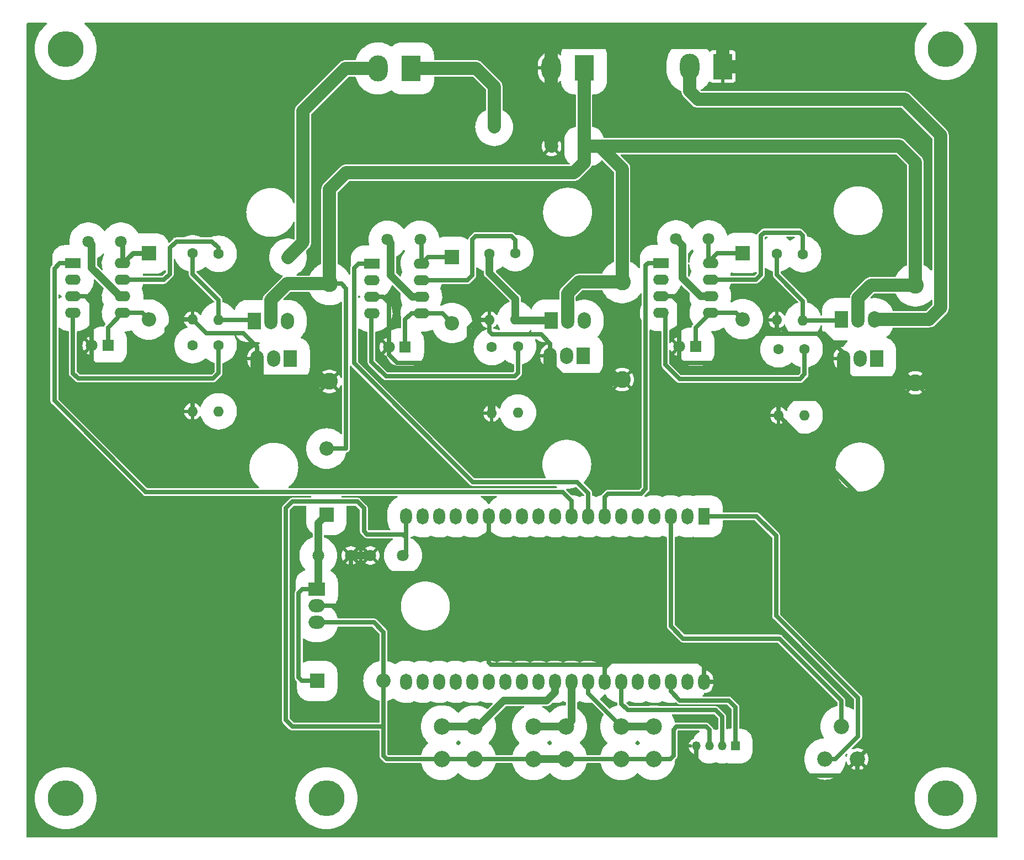
<source format=gbl>
G04 #@! TF.GenerationSoftware,KiCad,Pcbnew,7.0.7*
G04 #@! TF.CreationDate,2023-10-25T09:07:44+02:00*
G04 #@! TF.ProjectId,Onduleur,4f6e6475-6c65-4757-922e-6b696361645f,rev?*
G04 #@! TF.SameCoordinates,Original*
G04 #@! TF.FileFunction,Copper,L2,Bot*
G04 #@! TF.FilePolarity,Positive*
%FSLAX46Y46*%
G04 Gerber Fmt 4.6, Leading zero omitted, Abs format (unit mm)*
G04 Created by KiCad (PCBNEW 7.0.7) date 2023-10-25 09:07:44*
%MOMM*%
%LPD*%
G01*
G04 APERTURE LIST*
G04 #@! TA.AperFunction,ComponentPad*
%ADD10R,2.200000X2.200000*%
G04 #@! TD*
G04 #@! TA.AperFunction,ComponentPad*
%ADD11O,2.200000X2.200000*%
G04 #@! TD*
G04 #@! TA.AperFunction,ComponentPad*
%ADD12C,5.500000*%
G04 #@! TD*
G04 #@! TA.AperFunction,ComponentPad*
%ADD13C,2.500000*%
G04 #@! TD*
G04 #@! TA.AperFunction,ComponentPad*
%ADD14C,1.600000*%
G04 #@! TD*
G04 #@! TA.AperFunction,ComponentPad*
%ADD15O,1.600000X1.600000*%
G04 #@! TD*
G04 #@! TA.AperFunction,ComponentPad*
%ADD16R,1.800000X2.500000*%
G04 #@! TD*
G04 #@! TA.AperFunction,ComponentPad*
%ADD17O,1.800000X2.500000*%
G04 #@! TD*
G04 #@! TA.AperFunction,ComponentPad*
%ADD18R,1.800000X1.800000*%
G04 #@! TD*
G04 #@! TA.AperFunction,ComponentPad*
%ADD19C,1.800000*%
G04 #@! TD*
G04 #@! TA.AperFunction,ComponentPad*
%ADD20R,3.000000X4.000000*%
G04 #@! TD*
G04 #@! TA.AperFunction,ComponentPad*
%ADD21O,3.000000X4.000000*%
G04 #@! TD*
G04 #@! TA.AperFunction,ComponentPad*
%ADD22C,2.600000*%
G04 #@! TD*
G04 #@! TA.AperFunction,ComponentPad*
%ADD23R,2.400000X1.600000*%
G04 #@! TD*
G04 #@! TA.AperFunction,ComponentPad*
%ADD24O,2.400000X1.600000*%
G04 #@! TD*
G04 #@! TA.AperFunction,ComponentPad*
%ADD25R,1.350000X1.350000*%
G04 #@! TD*
G04 #@! TA.AperFunction,ComponentPad*
%ADD26O,1.350000X1.350000*%
G04 #@! TD*
G04 #@! TA.AperFunction,ComponentPad*
%ADD27R,2.000000X2.000000*%
G04 #@! TD*
G04 #@! TA.AperFunction,ComponentPad*
%ADD28C,2.000000*%
G04 #@! TD*
G04 #@! TA.AperFunction,ComponentPad*
%ADD29R,2.000000X2.500000*%
G04 #@! TD*
G04 #@! TA.AperFunction,ComponentPad*
%ADD30O,2.000000X2.500000*%
G04 #@! TD*
G04 #@! TA.AperFunction,ComponentPad*
%ADD31C,2.340000*%
G04 #@! TD*
G04 #@! TA.AperFunction,ComponentPad*
%ADD32R,2.500000X2.000000*%
G04 #@! TD*
G04 #@! TA.AperFunction,ComponentPad*
%ADD33O,2.500000X2.000000*%
G04 #@! TD*
G04 #@! TA.AperFunction,ViaPad*
%ADD34C,1.800000*%
G04 #@! TD*
G04 #@! TA.AperFunction,Conductor*
%ADD35C,1.200000*%
G04 #@! TD*
G04 #@! TA.AperFunction,Conductor*
%ADD36C,0.700000*%
G04 #@! TD*
G04 #@! TA.AperFunction,Conductor*
%ADD37C,2.000000*%
G04 #@! TD*
G04 #@! TA.AperFunction,Conductor*
%ADD38C,0.800000*%
G04 #@! TD*
G04 APERTURE END LIST*
D10*
X74730000Y-47380000D03*
D11*
X74730000Y-57540000D03*
D12*
X197000000Y-16000000D03*
D13*
X133750000Y-120000000D03*
X138750000Y-120000000D03*
X133750000Y-125000000D03*
X138750000Y-125000000D03*
D10*
X102000000Y-87500000D03*
D11*
X102000000Y-77340000D03*
D10*
X121270000Y-47920000D03*
D11*
X121270000Y-58080000D03*
D14*
X81460000Y-47380000D03*
D15*
X81460000Y-57540000D03*
D16*
X159940000Y-87750000D03*
D17*
X157400000Y-87750000D03*
X154860000Y-87750000D03*
X152320000Y-87750000D03*
X149780000Y-87750000D03*
X147240000Y-87750000D03*
X144700000Y-87750000D03*
X142160000Y-87750000D03*
X139620000Y-87750000D03*
X137080000Y-87750000D03*
X134540000Y-87750000D03*
X132000000Y-87750000D03*
X129460000Y-87750000D03*
X126920000Y-87750000D03*
X124380000Y-87750000D03*
X121840000Y-87750000D03*
X119300000Y-87750000D03*
X116760000Y-87750000D03*
X114220000Y-87750000D03*
X159940000Y-113150000D03*
X157400000Y-113150000D03*
X154860000Y-113150000D03*
X152320000Y-113150000D03*
X149780000Y-113150000D03*
X147240000Y-113150000D03*
X144700000Y-113150000D03*
X142160000Y-113150000D03*
X139620000Y-113150000D03*
X137080000Y-113150000D03*
X134540000Y-113150000D03*
X132000000Y-113150000D03*
X129460000Y-113150000D03*
X126920000Y-113150000D03*
X124380000Y-113150000D03*
X121840000Y-113150000D03*
X119300000Y-113150000D03*
X116760000Y-113150000D03*
X114220000Y-113150000D03*
D18*
X158632323Y-61690000D03*
D19*
X156132323Y-61690000D03*
D14*
X175132323Y-47500000D03*
D15*
X175132323Y-57660000D03*
D20*
X115000000Y-19000000D03*
D21*
X109920000Y-19000000D03*
D22*
X102460000Y-52040000D03*
X102460000Y-67040000D03*
D23*
X153307323Y-48880000D03*
D24*
X153307323Y-51420000D03*
X153307323Y-53960000D03*
X153307323Y-56500000D03*
X160927323Y-56500000D03*
X160927323Y-53960000D03*
X160927323Y-51420000D03*
X160927323Y-48880000D03*
D25*
X164750000Y-123000000D03*
D26*
X162750000Y-123000000D03*
X160750000Y-123000000D03*
X158750000Y-123000000D03*
D14*
X171382323Y-62090000D03*
D15*
X171382323Y-72250000D03*
D12*
X62000000Y-131000000D03*
D14*
X131000000Y-47340000D03*
D15*
X131000000Y-57500000D03*
D14*
X85460000Y-61460000D03*
D15*
X85460000Y-71620000D03*
D18*
X114087436Y-61750000D03*
D19*
X111587436Y-61750000D03*
D23*
X63110000Y-48920000D03*
D24*
X63110000Y-51460000D03*
X63110000Y-54000000D03*
X63110000Y-56540000D03*
X70730000Y-56540000D03*
X70730000Y-54000000D03*
X70730000Y-51460000D03*
X70730000Y-48920000D03*
D27*
X141540000Y-30950000D03*
D28*
X136540000Y-30950000D03*
D29*
X96460000Y-63540000D03*
D30*
X93920000Y-63540000D03*
X91380000Y-63540000D03*
D31*
X178500000Y-125000000D03*
X181000000Y-120000000D03*
X183500000Y-125000000D03*
D12*
X197000000Y-131000000D03*
D22*
X192382323Y-52250000D03*
X192382323Y-67250000D03*
D20*
X141540000Y-18950000D03*
D21*
X136460000Y-18950000D03*
D19*
X113750000Y-93750000D03*
X108750000Y-93750000D03*
D10*
X165882323Y-47340000D03*
D11*
X165882323Y-57500000D03*
D14*
X85460000Y-47460000D03*
D15*
X85460000Y-57620000D03*
D19*
X116382323Y-45250000D03*
X111382323Y-45250000D03*
D14*
X131382323Y-61670000D03*
D15*
X131382323Y-71830000D03*
D14*
X81460000Y-61460000D03*
D15*
X81460000Y-71620000D03*
D29*
X90920000Y-57770000D03*
D30*
X93460000Y-57770000D03*
X96000000Y-57770000D03*
D29*
X141422323Y-63090000D03*
D30*
X138882323Y-63090000D03*
X136342323Y-63090000D03*
D32*
X100520000Y-98960000D03*
D33*
X100520000Y-101500000D03*
X100520000Y-104040000D03*
D12*
X102000000Y-131000000D03*
D14*
X127000000Y-47420000D03*
D15*
X127000000Y-57580000D03*
D18*
X68460000Y-61540000D03*
D19*
X65960000Y-61540000D03*
D10*
X100590000Y-113000000D03*
D11*
X110750000Y-113000000D03*
D23*
X108945000Y-48960000D03*
D24*
X108945000Y-51500000D03*
X108945000Y-54040000D03*
X108945000Y-56580000D03*
X116565000Y-56580000D03*
X116565000Y-54040000D03*
X116565000Y-51500000D03*
X116565000Y-48960000D03*
D19*
X160632323Y-45190000D03*
X155632323Y-45190000D03*
D13*
X147250000Y-120000000D03*
X152250000Y-120000000D03*
X147250000Y-125000000D03*
X152250000Y-125000000D03*
D19*
X70460000Y-45540000D03*
X65460000Y-45540000D03*
D20*
X162790000Y-18700000D03*
D21*
X157710000Y-18700000D03*
D29*
X186422323Y-63520000D03*
D30*
X183882323Y-63520000D03*
X181342323Y-63520000D03*
D13*
X119750000Y-120000000D03*
X124750000Y-120000000D03*
X119750000Y-125000000D03*
X124750000Y-125000000D03*
D22*
X147382323Y-51750000D03*
X147382323Y-66750000D03*
D14*
X127382323Y-61750000D03*
D15*
X127382323Y-71910000D03*
D14*
X171132323Y-47420000D03*
D15*
X171132323Y-57580000D03*
D19*
X100750000Y-93750000D03*
X105750000Y-93750000D03*
D14*
X175382323Y-62090000D03*
D15*
X175382323Y-72250000D03*
D29*
X181052323Y-57500000D03*
D30*
X183592323Y-57500000D03*
X186132323Y-57500000D03*
D29*
X136460000Y-57730000D03*
D30*
X139000000Y-57730000D03*
X141540000Y-57730000D03*
D12*
X62000000Y-16000000D03*
D34*
X96100000Y-48000000D03*
X127750000Y-28000000D03*
D35*
X102000000Y-87500000D02*
X101500000Y-87500000D01*
X100750000Y-93750000D02*
X100750000Y-88750000D01*
D36*
X97750000Y-99500000D02*
X97750000Y-112500000D01*
X98290000Y-98960000D02*
X97750000Y-99500000D01*
X97750000Y-112500000D02*
X98250000Y-113000000D01*
D35*
X100750000Y-88750000D02*
X102000000Y-87500000D01*
X100750000Y-93750000D02*
X100750000Y-98730000D01*
X100750000Y-98730000D02*
X100520000Y-98960000D01*
D36*
X100520000Y-98960000D02*
X98290000Y-98960000D01*
X98250000Y-113000000D02*
X100590000Y-113000000D01*
X78960000Y-57540000D02*
X81460000Y-57540000D01*
X111587436Y-61750000D02*
X111587436Y-62955113D01*
D35*
X91380000Y-62960000D02*
X91380000Y-63540000D01*
D36*
X145250000Y-110500000D02*
X144700000Y-111050000D01*
X156132323Y-63690000D02*
X156632323Y-64190000D01*
X172632323Y-59690000D02*
X178382323Y-59690000D01*
X158750000Y-123000000D02*
X158750000Y-125000000D01*
D37*
X190700000Y-18700000D02*
X201500000Y-29500000D01*
D36*
X90460000Y-68540000D02*
X91960000Y-67040000D01*
X65000000Y-54000000D02*
X65960000Y-54960000D01*
X171132323Y-59190000D02*
X171632323Y-59690000D01*
X158750000Y-125000000D02*
X159750000Y-126000000D01*
X178882323Y-69750000D02*
X181852323Y-66780000D01*
X183500000Y-125000000D02*
X183496841Y-125000000D01*
X181342323Y-62650000D02*
X181342323Y-63520000D01*
X106250000Y-96500000D02*
X105750000Y-96000000D01*
D37*
X91960000Y-67040000D02*
X91380000Y-66460000D01*
D36*
X77500000Y-64500000D02*
X77500000Y-59000000D01*
X159250000Y-110000000D02*
X145750000Y-110000000D01*
D37*
X91960000Y-67040000D02*
X102460000Y-67040000D01*
D35*
X128382323Y-68250000D02*
X136382323Y-68250000D01*
D36*
X178382323Y-59690000D02*
X181342323Y-62650000D01*
X127250000Y-110500000D02*
X144400000Y-110500000D01*
X91380000Y-61780000D02*
X91380000Y-63540000D01*
X185000000Y-123496841D02*
X185000000Y-85867677D01*
D37*
X181852323Y-66780000D02*
X181342323Y-66270000D01*
D36*
X168632323Y-59690000D02*
X172632323Y-59690000D01*
D37*
X136460000Y-18950000D02*
X136460000Y-16290000D01*
D36*
X155152323Y-53960000D02*
X153307323Y-53960000D01*
X123882323Y-58750000D02*
X125052323Y-57580000D01*
X127000000Y-57580000D02*
X127000000Y-59367677D01*
X111587436Y-54955113D02*
X111587436Y-61750000D01*
D37*
X191000000Y-67250000D02*
X182322323Y-67250000D01*
D36*
X81460000Y-71620000D02*
X81460000Y-69540000D01*
X83540000Y-59620000D02*
X89220000Y-59620000D01*
D35*
X108750000Y-93750000D02*
X105750000Y-93750000D01*
D36*
X123382323Y-64250000D02*
X123882323Y-63750000D01*
X168250000Y-113500000D02*
X167900000Y-113150000D01*
D37*
X181342323Y-66270000D02*
X181342323Y-63520000D01*
X201500000Y-65500000D02*
X199750000Y-67250000D01*
D36*
X156132323Y-61690000D02*
X156132323Y-54940000D01*
X127462323Y-59830000D02*
X134962323Y-59830000D01*
X159940000Y-113150000D02*
X159940000Y-110690000D01*
X171382323Y-70250000D02*
X171882323Y-69750000D01*
D37*
X137750000Y-15000000D02*
X162000000Y-15000000D01*
X136460000Y-18950000D02*
X136460000Y-30870000D01*
D36*
X66500000Y-64500000D02*
X77500000Y-64500000D01*
X126920000Y-87750000D02*
X126920000Y-97000000D01*
X159940000Y-110690000D02*
X159250000Y-110000000D01*
X173000000Y-127500000D02*
X183000000Y-127500000D01*
X159750000Y-126000000D02*
X168000000Y-126000000D01*
X183500000Y-127000000D02*
X183500000Y-125000000D01*
X144400000Y-110500000D02*
X145250000Y-110500000D01*
X156632323Y-64190000D02*
X167132323Y-64190000D01*
X126920000Y-110170000D02*
X127250000Y-110500000D01*
D37*
X136460000Y-16290000D02*
X137750000Y-15000000D01*
D36*
X171500000Y-126000000D02*
X173000000Y-127500000D01*
X81460000Y-69540000D02*
X82460000Y-68540000D01*
X112882323Y-64250000D02*
X123382323Y-64250000D01*
X167632323Y-63690000D02*
X167632323Y-60690000D01*
X134962323Y-59830000D02*
X136342323Y-61210000D01*
X167900000Y-113150000D02*
X159940000Y-113150000D01*
X168000000Y-126000000D02*
X171500000Y-126000000D01*
X127000000Y-59367677D02*
X127462323Y-59830000D01*
X81460000Y-57540000D02*
X83540000Y-59620000D01*
X167132323Y-64190000D02*
X167632323Y-63690000D01*
X82460000Y-68540000D02*
X90460000Y-68540000D01*
X171882323Y-69750000D02*
X178882323Y-69750000D01*
X136342323Y-61210000D02*
X136342323Y-63090000D01*
X125052323Y-57580000D02*
X127000000Y-57580000D01*
D37*
X136342323Y-65210000D02*
X136342323Y-63090000D01*
X192382323Y-67250000D02*
X191000000Y-67250000D01*
D35*
X137132323Y-67500000D02*
X137132323Y-66000000D01*
D36*
X126420000Y-96500000D02*
X130400000Y-96500000D01*
X105750000Y-93750000D02*
X105750000Y-96000000D01*
D37*
X147382323Y-66750000D02*
X137882323Y-66750000D01*
D36*
X183496841Y-125000000D02*
X185000000Y-123496841D01*
X156132323Y-54940000D02*
X155152323Y-53960000D01*
D37*
X162790000Y-15790000D02*
X162790000Y-18700000D01*
D36*
X168000000Y-126000000D02*
X168250000Y-125750000D01*
D37*
X162790000Y-18700000D02*
X190700000Y-18700000D01*
D36*
X89220000Y-59620000D02*
X91380000Y-61780000D01*
X77500000Y-59000000D02*
X78960000Y-57540000D01*
D37*
X201500000Y-29500000D02*
X201500000Y-65500000D01*
D36*
X105750000Y-96000000D02*
X105750000Y-101000000D01*
X63110000Y-54000000D02*
X65000000Y-54000000D01*
X105750000Y-101000000D02*
X105250000Y-101500000D01*
X126920000Y-97000000D02*
X126420000Y-96500000D01*
D37*
X182322323Y-67250000D02*
X181852323Y-66780000D01*
X136460000Y-30870000D02*
X136540000Y-30950000D01*
D36*
X126420000Y-96500000D02*
X106250000Y-96500000D01*
X183000000Y-127500000D02*
X183500000Y-127000000D01*
X144700000Y-111050000D02*
X144700000Y-113150000D01*
X130400000Y-96500000D02*
X144400000Y-110500000D01*
D35*
X136382323Y-68250000D02*
X137132323Y-67500000D01*
D36*
X123882323Y-63750000D02*
X123882323Y-58750000D01*
X65960000Y-63960000D02*
X66500000Y-64500000D01*
X171382323Y-72250000D02*
X171382323Y-70250000D01*
X171132323Y-57580000D02*
X171132323Y-59190000D01*
D37*
X162000000Y-15000000D02*
X162790000Y-15790000D01*
D36*
X105250000Y-101500000D02*
X100520000Y-101500000D01*
X185000000Y-85867677D02*
X171382323Y-72250000D01*
D37*
X137882323Y-66750000D02*
X137132323Y-66000000D01*
D36*
X110672323Y-54040000D02*
X111587436Y-54955113D01*
D37*
X137132323Y-66000000D02*
X136342323Y-65210000D01*
D35*
X127382323Y-69250000D02*
X127382323Y-71910000D01*
D36*
X126920000Y-97000000D02*
X126920000Y-110170000D01*
X171632323Y-59690000D02*
X172632323Y-59690000D01*
X167632323Y-60690000D02*
X168632323Y-59690000D01*
X168250000Y-125750000D02*
X168250000Y-113500000D01*
X156132323Y-61690000D02*
X156132323Y-63690000D01*
D35*
X127382323Y-69250000D02*
X128382323Y-68250000D01*
D36*
X108945000Y-54040000D02*
X110672323Y-54040000D01*
X145750000Y-110000000D02*
X145250000Y-110500000D01*
D37*
X199750000Y-67250000D02*
X191000000Y-67250000D01*
D36*
X65960000Y-61540000D02*
X65960000Y-63960000D01*
X111587436Y-62955113D02*
X112882323Y-64250000D01*
X65960000Y-54960000D02*
X65960000Y-61540000D01*
D37*
X91380000Y-66460000D02*
X91380000Y-63540000D01*
D36*
X95750000Y-119000000D02*
X95750000Y-86500000D01*
X160750000Y-123000000D02*
X160750000Y-120500000D01*
X114087436Y-57544887D02*
X115052323Y-56580000D01*
X96750000Y-120000000D02*
X95750000Y-119000000D01*
X73730000Y-56540000D02*
X74730000Y-57540000D01*
X114220000Y-87750000D02*
X114220000Y-91000000D01*
X110750000Y-124500000D02*
X111250000Y-125000000D01*
X114220000Y-93280000D02*
X113750000Y-93750000D01*
X155750000Y-120000000D02*
X155250000Y-120500000D01*
X158632323Y-58795000D02*
X160927323Y-56500000D01*
X109290000Y-104040000D02*
X110750000Y-105500000D01*
X160750000Y-120500000D02*
X160250000Y-120000000D01*
X95750000Y-86500000D02*
X96750000Y-85500000D01*
X152250000Y-125000000D02*
X119750000Y-125000000D01*
X160927323Y-56500000D02*
X164882323Y-56500000D01*
X107750000Y-86500000D02*
X107750000Y-90000000D01*
X158632323Y-61690000D02*
X158632323Y-58795000D01*
X110750000Y-120000000D02*
X96750000Y-120000000D01*
X108250000Y-90500000D02*
X113720000Y-90500000D01*
X155250000Y-124500000D02*
X154750000Y-125000000D01*
X68460000Y-58810000D02*
X70730000Y-56540000D01*
X116565000Y-56580000D02*
X119770000Y-56580000D01*
X113720000Y-90500000D02*
X114220000Y-91000000D01*
X114220000Y-91000000D02*
X114220000Y-93280000D01*
X119770000Y-56580000D02*
X121270000Y-58080000D01*
X107750000Y-90000000D02*
X108250000Y-90500000D01*
D35*
X138750000Y-125000000D02*
X133750000Y-125000000D01*
D36*
X114087436Y-61750000D02*
X114087436Y-57544887D01*
X100520000Y-104040000D02*
X109290000Y-104040000D01*
X68460000Y-61540000D02*
X68460000Y-58810000D01*
X111250000Y-125000000D02*
X119750000Y-125000000D01*
X110750000Y-105500000D02*
X110750000Y-113000000D01*
X110750000Y-113000000D02*
X110750000Y-120000000D01*
X154750000Y-125000000D02*
X152250000Y-125000000D01*
X155250000Y-120500000D02*
X155250000Y-124500000D01*
X164882323Y-56500000D02*
X165882323Y-57500000D01*
X96750000Y-85500000D02*
X106750000Y-85500000D01*
X115052323Y-56580000D02*
X116565000Y-56580000D01*
X110750000Y-120000000D02*
X110750000Y-124500000D01*
X70730000Y-56540000D02*
X73730000Y-56540000D01*
X106750000Y-85500000D02*
X107750000Y-86500000D01*
X160250000Y-120000000D02*
X155750000Y-120000000D01*
D37*
X93460000Y-57770000D02*
X93460000Y-54520000D01*
D36*
X102000000Y-77340000D02*
X105000000Y-77340000D01*
D37*
X189950000Y-30950000D02*
X192382323Y-33382323D01*
X93460000Y-54520000D02*
X95940000Y-52040000D01*
X102460000Y-37540000D02*
X102460000Y-52040000D01*
X139000000Y-57730000D02*
X139000000Y-53500000D01*
X95940000Y-52040000D02*
X102460000Y-52040000D01*
D36*
X104290000Y-52040000D02*
X102460000Y-52040000D01*
D37*
X140750000Y-51750000D02*
X147382323Y-51750000D01*
X105000000Y-35000000D02*
X102460000Y-37540000D01*
D36*
X105000000Y-77340000D02*
X105000000Y-52750000D01*
D37*
X139000000Y-53500000D02*
X140750000Y-51750000D01*
X143950000Y-30950000D02*
X147382323Y-34382323D01*
X141540000Y-33460000D02*
X140000000Y-35000000D01*
X183592323Y-54250000D02*
X185592323Y-52250000D01*
X147382323Y-34382323D02*
X147382323Y-51750000D01*
X192382323Y-33382323D02*
X192382323Y-52250000D01*
X141540000Y-30950000D02*
X143950000Y-30950000D01*
X185592323Y-52250000D02*
X192382323Y-52250000D01*
X141540000Y-18950000D02*
X141540000Y-30950000D01*
D36*
X105000000Y-52750000D02*
X104290000Y-52040000D01*
D37*
X183592323Y-57500000D02*
X183592323Y-54250000D01*
X141540000Y-30950000D02*
X141540000Y-33460000D01*
X140000000Y-35000000D02*
X105000000Y-35000000D01*
X143950000Y-30950000D02*
X189950000Y-30950000D01*
D36*
X116565000Y-48960000D02*
X117605000Y-47920000D01*
X116565000Y-45432677D02*
X116382323Y-45250000D01*
X116565000Y-48960000D02*
X116565000Y-45432677D01*
X117605000Y-47920000D02*
X121270000Y-47920000D01*
X60250000Y-70000000D02*
X60250000Y-49750000D01*
X139620000Y-87750000D02*
X139620000Y-85370000D01*
X74250000Y-84000000D02*
X60250000Y-70000000D01*
X60250000Y-49750000D02*
X61080000Y-48920000D01*
X61080000Y-48920000D02*
X63110000Y-48920000D01*
X139620000Y-85370000D02*
X138250000Y-84000000D01*
X138250000Y-84000000D02*
X74250000Y-84000000D01*
X161982323Y-47340000D02*
X165882323Y-47340000D01*
X160927323Y-48880000D02*
X160927323Y-48395000D01*
X160632323Y-45190000D02*
X160632323Y-48585000D01*
X160927323Y-48395000D02*
X161982323Y-47340000D01*
X160632323Y-48585000D02*
X160927323Y-48880000D01*
D38*
X74730000Y-47380000D02*
X72270000Y-47380000D01*
X72270000Y-47380000D02*
X70730000Y-48920000D01*
X70730000Y-45810000D02*
X70460000Y-45540000D01*
X70730000Y-48920000D02*
X70730000Y-45810000D01*
X70460000Y-48650000D02*
X70730000Y-48920000D01*
D36*
X106250000Y-64250000D02*
X106250000Y-49625000D01*
X124500000Y-82500000D02*
X106250000Y-64250000D01*
X140500000Y-82500000D02*
X124500000Y-82500000D01*
X142160000Y-84160000D02*
X140500000Y-82500000D01*
X142160000Y-87750000D02*
X142160000Y-84160000D01*
X106915000Y-48960000D02*
X108945000Y-48960000D01*
X106250000Y-49625000D02*
X106915000Y-48960000D01*
X151000000Y-83500000D02*
X151000000Y-49250000D01*
X151370000Y-48880000D02*
X153307323Y-48880000D01*
X144700000Y-84800000D02*
X145250000Y-84250000D01*
X144700000Y-87750000D02*
X144700000Y-84800000D01*
X150250000Y-84250000D02*
X151000000Y-83500000D01*
X145250000Y-84250000D02*
X150250000Y-84250000D01*
X151000000Y-49250000D02*
X151370000Y-48880000D01*
D35*
X65960000Y-46040000D02*
X65960000Y-49630000D01*
D37*
X98400000Y-45700000D02*
X98400000Y-25500000D01*
D35*
X70330000Y-54000000D02*
X70730000Y-54000000D01*
X65460000Y-45540000D02*
X65960000Y-46040000D01*
X65960000Y-49630000D02*
X70330000Y-54000000D01*
D37*
X98400000Y-25500000D02*
X104900000Y-19000000D01*
X104900000Y-19000000D02*
X109920000Y-19000000D01*
X96100000Y-48000000D02*
X98400000Y-45700000D01*
X127750000Y-21750000D02*
X127750000Y-28000000D01*
X115000000Y-19000000D02*
X125000000Y-19000000D01*
X125000000Y-19000000D02*
X127750000Y-21750000D01*
D35*
X111882323Y-50750000D02*
X115172323Y-54040000D01*
X111882323Y-45750000D02*
X111882323Y-50750000D01*
X111382323Y-45250000D02*
X111882323Y-45750000D01*
X115172323Y-54040000D02*
X116565000Y-54040000D01*
X156632323Y-46190000D02*
X156632323Y-51190000D01*
X159402323Y-53960000D02*
X160927323Y-53960000D01*
D37*
X157710000Y-22460000D02*
X159000000Y-23750000D01*
X190750000Y-23750000D02*
X196250000Y-29250000D01*
D35*
X156632323Y-51190000D02*
X159402323Y-53960000D01*
D37*
X159000000Y-23750000D02*
X190750000Y-23750000D01*
D35*
X155632323Y-45190000D02*
X156632323Y-46190000D01*
D37*
X157710000Y-18700000D02*
X157710000Y-22460000D01*
X196250000Y-55750000D02*
X194500000Y-57500000D01*
X196250000Y-29250000D02*
X196250000Y-55750000D01*
X194500000Y-57500000D02*
X186132323Y-57500000D01*
D36*
X183600000Y-115600000D02*
X183600000Y-121500000D01*
X168000000Y-87750000D02*
X171000000Y-90750000D01*
X180100000Y-125000000D02*
X178500000Y-125000000D01*
X171000000Y-90750000D02*
X171000000Y-103000000D01*
X183600000Y-121500000D02*
X180100000Y-125000000D01*
X171000000Y-103000000D02*
X183600000Y-115600000D01*
X159940000Y-87750000D02*
X168000000Y-87750000D01*
X181000000Y-120000000D02*
X181000000Y-116000000D01*
X156750000Y-106500000D02*
X154860000Y-104610000D01*
X154860000Y-104610000D02*
X154860000Y-87750000D01*
X171500000Y-106500000D02*
X156750000Y-106500000D01*
X181000000Y-116000000D02*
X171500000Y-106500000D01*
X85460000Y-57620000D02*
X90770000Y-57620000D01*
X81460000Y-50540000D02*
X85460000Y-54540000D01*
X81460000Y-47380000D02*
X81460000Y-50540000D01*
X85460000Y-54540000D02*
X85460000Y-57620000D01*
X90770000Y-57620000D02*
X90920000Y-57770000D01*
D35*
X131230000Y-57730000D02*
X131000000Y-57500000D01*
X136460000Y-57730000D02*
X131230000Y-57730000D01*
X131000000Y-54367677D02*
X131000000Y-57500000D01*
X127000000Y-50367677D02*
X131000000Y-54367677D01*
X127000000Y-47420000D02*
X127000000Y-50367677D01*
D36*
X175132323Y-54690000D02*
X175132323Y-57660000D01*
X171132323Y-47420000D02*
X171132323Y-50690000D01*
X171132323Y-50690000D02*
X175132323Y-54690000D01*
X175132323Y-57660000D02*
X180892323Y-57660000D01*
X180892323Y-57660000D02*
X181052323Y-57500000D01*
X124382323Y-50750000D02*
X124382323Y-45250000D01*
X131000000Y-45367677D02*
X131000000Y-47340000D01*
X124882323Y-44750000D02*
X130382323Y-44750000D01*
X130382323Y-44750000D02*
X131000000Y-45367677D01*
X116565000Y-51500000D02*
X123632323Y-51500000D01*
X123632323Y-51500000D02*
X124382323Y-50750000D01*
X124382323Y-45250000D02*
X124882323Y-44750000D01*
X130882323Y-66250000D02*
X131382323Y-65750000D01*
X108882323Y-64000000D02*
X111132323Y-66250000D01*
X108945000Y-56580000D02*
X108882323Y-56642677D01*
X111132323Y-66250000D02*
X130882323Y-66250000D01*
X108882323Y-56642677D02*
X108882323Y-64000000D01*
X131382323Y-65750000D02*
X131382323Y-61670000D01*
X77960000Y-50540000D02*
X77960000Y-46540000D01*
X77040000Y-51460000D02*
X77960000Y-50540000D01*
X84460000Y-45540000D02*
X85460000Y-46540000D01*
X78960000Y-45540000D02*
X84460000Y-45540000D01*
X77960000Y-46540000D02*
X78960000Y-45540000D01*
X70730000Y-51460000D02*
X77040000Y-51460000D01*
X85460000Y-46540000D02*
X85460000Y-47460000D01*
X85460000Y-65740000D02*
X85460000Y-61460000D01*
X84600000Y-66600000D02*
X85460000Y-65740000D01*
X63110000Y-65810000D02*
X63900000Y-66600000D01*
X63900000Y-66600000D02*
X84600000Y-66600000D01*
X63110000Y-56540000D02*
X63110000Y-65810000D01*
X169132323Y-44190000D02*
X174632323Y-44190000D01*
X168632323Y-44690000D02*
X169132323Y-44190000D01*
X167902323Y-51420000D02*
X168632323Y-50690000D01*
X175132323Y-44690000D02*
X175132323Y-47500000D01*
X168632323Y-50690000D02*
X168632323Y-44690000D01*
X160927323Y-51420000D02*
X167902323Y-51420000D01*
X174632323Y-44190000D02*
X175132323Y-44690000D01*
X175382323Y-65940000D02*
X174632323Y-66690000D01*
X154000000Y-57192677D02*
X153307323Y-56500000D01*
X156190000Y-66690000D02*
X154000000Y-64500000D01*
X174632323Y-66690000D02*
X156190000Y-66690000D01*
X154000000Y-64500000D02*
X154000000Y-57192677D01*
X175382323Y-62090000D02*
X175382323Y-65940000D01*
X154860000Y-113150000D02*
X154860000Y-114610000D01*
X164750000Y-117000000D02*
X164750000Y-123000000D01*
X163750000Y-116000000D02*
X164750000Y-117000000D01*
X154860000Y-114610000D02*
X156250000Y-116000000D01*
X156250000Y-116000000D02*
X163750000Y-116000000D01*
X162750000Y-118500000D02*
X162750000Y-123000000D01*
X148250000Y-117500000D02*
X161750000Y-117500000D01*
X161750000Y-117500000D02*
X162750000Y-118500000D01*
X147250000Y-113510000D02*
X147250000Y-116500000D01*
X147240000Y-113500000D02*
X147250000Y-113510000D01*
X147250000Y-116500000D02*
X148250000Y-117500000D01*
X147240000Y-113150000D02*
X147240000Y-113500000D01*
D35*
X129250000Y-116000000D02*
X125250000Y-120000000D01*
X119750000Y-120000000D02*
X124750000Y-120000000D01*
X137080000Y-113150000D02*
X137080000Y-114736219D01*
X137080000Y-114736219D02*
X135816219Y-116000000D01*
X125250000Y-120000000D02*
X124750000Y-120000000D01*
X135816219Y-116000000D02*
X129250000Y-116000000D01*
X138750000Y-120000000D02*
X133750000Y-120000000D01*
X139620000Y-113150000D02*
X139620000Y-119130000D01*
X139620000Y-119130000D02*
X138750000Y-120000000D01*
D36*
X142160000Y-114910000D02*
X147250000Y-120000000D01*
D35*
X152250000Y-120000000D02*
X147250000Y-120000000D01*
D36*
X142160000Y-113150000D02*
X142160000Y-114910000D01*
G04 #@! TA.AperFunction,Conductor*
G36*
X144310424Y-53020502D02*
G01*
X144356917Y-53074158D01*
X144359354Y-53079863D01*
X144382465Y-53137869D01*
X144382472Y-53137884D01*
X144550105Y-53454074D01*
X144550111Y-53454084D01*
X144590750Y-53514022D01*
X144750958Y-53750311D01*
X144982655Y-54023086D01*
X144982658Y-54023088D01*
X144982659Y-54023090D01*
X145242471Y-54269198D01*
X145242479Y-54269205D01*
X145242486Y-54269211D01*
X145527404Y-54485800D01*
X145834070Y-54670315D01*
X146158888Y-54820591D01*
X146311598Y-54872045D01*
X146498042Y-54934866D01*
X146498044Y-54934866D01*
X146498049Y-54934868D01*
X146847577Y-55011805D01*
X147203375Y-55050500D01*
X147203383Y-55050500D01*
X147561263Y-55050500D01*
X147561271Y-55050500D01*
X147917069Y-55011805D01*
X148266597Y-54934868D01*
X148605758Y-54820591D01*
X148930576Y-54670315D01*
X149237242Y-54485800D01*
X149522160Y-54269211D01*
X149524480Y-54267014D01*
X149655791Y-54142629D01*
X149781991Y-54023086D01*
X150013688Y-53750311D01*
X150169211Y-53520930D01*
X150223995Y-53475773D01*
X150294496Y-53467402D01*
X150358332Y-53498476D01*
X150395233Y-53559128D01*
X150399500Y-53591640D01*
X150399500Y-55224169D01*
X150387253Y-55278357D01*
X150307560Y-55445648D01*
X150201106Y-55760530D01*
X150201105Y-55760535D01*
X150132642Y-56085786D01*
X150132642Y-56085790D01*
X150103128Y-56416854D01*
X150103128Y-56416859D01*
X150103128Y-56416864D01*
X150103128Y-56416866D01*
X150105500Y-56496859D01*
X150112978Y-56749116D01*
X150112978Y-56749117D01*
X150162052Y-57077851D01*
X150162054Y-57077862D01*
X150237265Y-57353106D01*
X150248083Y-57392695D01*
X150249669Y-57398497D01*
X150374591Y-57706520D01*
X150383842Y-57723299D01*
X150399500Y-57784132D01*
X150399500Y-83199074D01*
X150379498Y-83267195D01*
X150362596Y-83288168D01*
X150038168Y-83612596D01*
X149975858Y-83646620D01*
X149949075Y-83649500D01*
X145293494Y-83649500D01*
X145285262Y-83648960D01*
X145250001Y-83644318D01*
X145250000Y-83644318D01*
X145210639Y-83649500D01*
X145093239Y-83664955D01*
X144947160Y-83725463D01*
X144947152Y-83725468D01*
X144821719Y-83821717D01*
X144821717Y-83821719D01*
X144800065Y-83849934D01*
X144794627Y-83856135D01*
X144306135Y-84344628D01*
X144299934Y-84350066D01*
X144271720Y-84371716D01*
X144271719Y-84371717D01*
X144271718Y-84371718D01*
X144203899Y-84460101D01*
X144201797Y-84462841D01*
X144175461Y-84497162D01*
X144174410Y-84498983D01*
X144173121Y-84500211D01*
X144170437Y-84503710D01*
X144169891Y-84503291D01*
X144123025Y-84547974D01*
X144098507Y-84557522D01*
X143769415Y-84647448D01*
X143769413Y-84647449D01*
X143473387Y-84767505D01*
X143402743Y-84774571D01*
X143371845Y-84764495D01*
X143252000Y-84707405D01*
X142994947Y-84620502D01*
X142925880Y-84597152D01*
X142925877Y-84597151D01*
X142925873Y-84597150D01*
X142860546Y-84583399D01*
X142798006Y-84549794D01*
X142763563Y-84487712D01*
X142760500Y-84460101D01*
X142760500Y-84203501D01*
X142761040Y-84195269D01*
X142765683Y-84160000D01*
X142745044Y-84003239D01*
X142725219Y-83955376D01*
X142684536Y-83857159D01*
X142657341Y-83821718D01*
X142642857Y-83802841D01*
X142608143Y-83757602D01*
X142588282Y-83731718D01*
X142588280Y-83731716D01*
X142560055Y-83710058D01*
X142553861Y-83704626D01*
X141484087Y-82634851D01*
X141450061Y-82572540D01*
X141455126Y-82501725D01*
X141481855Y-82458950D01*
X141551295Y-82385900D01*
X141638414Y-82300997D01*
X141683096Y-82247435D01*
X141685786Y-82244416D01*
X141731703Y-82196112D01*
X141806184Y-82099889D01*
X141886102Y-82004092D01*
X141923264Y-81948858D01*
X141925705Y-81945478D01*
X141964552Y-81895295D01*
X142030556Y-81789401D01*
X142101950Y-81683294D01*
X142131754Y-81627315D01*
X142133875Y-81623638D01*
X142165774Y-81572464D01*
X142222096Y-81457643D01*
X142283669Y-81342002D01*
X142306358Y-81286208D01*
X142308149Y-81282211D01*
X142333304Y-81230932D01*
X142378810Y-81108061D01*
X142429332Y-80983834D01*
X142445275Y-80929059D01*
X142446686Y-80924789D01*
X142465421Y-80874204D01*
X142465422Y-80874199D01*
X142465424Y-80874195D01*
X142484740Y-80799586D01*
X142499041Y-80744352D01*
X142537397Y-80612587D01*
X142547062Y-80559548D01*
X142548042Y-80555098D01*
X142560771Y-80505940D01*
X142563239Y-80489833D01*
X142581553Y-80370279D01*
X142590111Y-80323319D01*
X142606717Y-80232197D01*
X142607324Y-80224363D01*
X142608058Y-80214870D01*
X142610631Y-80181623D01*
X142611168Y-80176966D01*
X142614436Y-80155635D01*
X142618376Y-80129919D01*
X142625485Y-79989725D01*
X142636557Y-79846696D01*
X142635333Y-79799178D01*
X142635393Y-79794363D01*
X142637643Y-79750003D01*
X142637643Y-79749995D01*
X142630374Y-79606680D01*
X142628315Y-79526715D01*
X142626601Y-79460169D01*
X142620902Y-79416158D01*
X142620466Y-79411304D01*
X142618376Y-79370081D01*
X142596176Y-79225169D01*
X142576956Y-79076715D01*
X142567494Y-79036620D01*
X142566536Y-79031689D01*
X142564888Y-79020932D01*
X142560771Y-78994060D01*
X142523250Y-78849145D01*
X142500154Y-78751280D01*
X142488146Y-78700396D01*
X142482756Y-78684905D01*
X142475647Y-78664469D01*
X142474167Y-78659577D01*
X142470078Y-78643784D01*
X142465421Y-78625796D01*
X142465414Y-78625778D01*
X142412340Y-78482473D01*
X142408821Y-78472356D01*
X142361113Y-78335206D01*
X142346338Y-78303641D01*
X142344323Y-78298823D01*
X142333304Y-78269068D01*
X142264625Y-78129058D01*
X142197205Y-77985012D01*
X142180896Y-77957852D01*
X142178351Y-77953176D01*
X142165774Y-77927536D01*
X142081653Y-77792576D01*
X141998158Y-77653527D01*
X141998154Y-77653522D01*
X141998155Y-77653522D01*
X141981045Y-77630722D01*
X141977974Y-77626239D01*
X141964552Y-77604705D01*
X141865280Y-77476455D01*
X141766082Y-77344266D01*
X141762133Y-77339999D01*
X141748886Y-77325686D01*
X141745301Y-77321454D01*
X141739027Y-77313350D01*
X141731703Y-77303888D01*
X141617815Y-77184078D01*
X141503438Y-77060505D01*
X141499714Y-77057232D01*
X141486796Y-77045878D01*
X141482724Y-77041962D01*
X141477609Y-77036582D01*
X141469614Y-77028171D01*
X141341815Y-76918459D01*
X141213009Y-76805255D01*
X141213003Y-76805250D01*
X141213002Y-76805249D01*
X141197546Y-76794261D01*
X141193014Y-76790717D01*
X141180974Y-76780381D01*
X141040120Y-76682345D01*
X140897886Y-76581227D01*
X140897869Y-76581216D01*
X140884128Y-76573439D01*
X140879171Y-76570320D01*
X140870894Y-76564560D01*
X140868752Y-76563069D01*
X140868747Y-76563066D01*
X140868746Y-76563065D01*
X140868744Y-76563064D01*
X140715965Y-76478265D01*
X140561379Y-76390775D01*
X140549811Y-76385720D01*
X140544462Y-76383074D01*
X140536152Y-76378461D01*
X140536130Y-76378450D01*
X140372760Y-76308343D01*
X140207076Y-76235935D01*
X140198060Y-76233056D01*
X140192388Y-76230939D01*
X140186579Y-76228446D01*
X140186567Y-76228441D01*
X140186565Y-76228441D01*
X140186558Y-76228439D01*
X140186547Y-76228435D01*
X140013972Y-76174289D01*
X139838743Y-76118350D01*
X139838724Y-76118345D01*
X139832590Y-76117063D01*
X139826625Y-76115508D01*
X139823610Y-76114562D01*
X139643201Y-76077487D01*
X139460256Y-76039257D01*
X139460248Y-76039255D01*
X139457542Y-76038975D01*
X139452142Y-76038177D01*
X139451766Y-76038105D01*
X139450988Y-76037985D01*
X139264545Y-76019026D01*
X139075652Y-75999500D01*
X139075650Y-75999500D01*
X139072527Y-75999500D01*
X138692119Y-75999500D01*
X138692112Y-75999500D01*
X138597433Y-76009126D01*
X138594304Y-76009366D01*
X138496182Y-76014425D01*
X138496170Y-76014427D01*
X138418451Y-76026531D01*
X138405350Y-76028571D01*
X138402040Y-76028997D01*
X138382881Y-76030945D01*
X138313667Y-76037984D01*
X138217333Y-76057781D01*
X138214346Y-76058320D01*
X138114137Y-76073926D01*
X138028285Y-76096535D01*
X138024931Y-76097320D01*
X138003241Y-76101778D01*
X137941045Y-76114560D01*
X137941040Y-76114561D01*
X137930042Y-76118012D01*
X137844190Y-76144948D01*
X137841376Y-76145759D01*
X137740235Y-76172395D01*
X137740229Y-76172397D01*
X137740226Y-76172398D01*
X137719237Y-76180310D01*
X137660125Y-76202593D01*
X137656764Y-76203752D01*
X137578074Y-76228443D01*
X137578073Y-76228444D01*
X137481903Y-76269713D01*
X137479283Y-76270769D01*
X137378422Y-76308792D01*
X137304694Y-76345643D01*
X137301373Y-76347184D01*
X137228504Y-76378456D01*
X137228496Y-76378460D01*
X137133026Y-76431450D01*
X137032569Y-76481662D01*
X137032551Y-76481672D01*
X136965697Y-76524195D01*
X136962460Y-76526120D01*
X136895898Y-76563066D01*
X136895886Y-76563073D01*
X136803708Y-76627232D01*
X136706321Y-76689176D01*
X136706307Y-76689186D01*
X136646665Y-76736392D01*
X136643557Y-76738700D01*
X136583677Y-76780377D01*
X136583658Y-76780391D01*
X136496075Y-76855580D01*
X136403143Y-76929133D01*
X136350923Y-76980024D01*
X136348009Y-76982690D01*
X136327474Y-77000320D01*
X136295034Y-77028168D01*
X136213350Y-77114099D01*
X136126230Y-77199005D01*
X136081562Y-77252545D01*
X136078850Y-77255591D01*
X136032952Y-77303877D01*
X136032940Y-77303891D01*
X135958461Y-77400110D01*
X135878549Y-77495900D01*
X135878542Y-77495910D01*
X135841384Y-77551134D01*
X135838933Y-77554526D01*
X135800098Y-77604698D01*
X135800091Y-77604709D01*
X135734089Y-77710598D01*
X135662698Y-77816702D01*
X135662696Y-77816705D01*
X135632897Y-77872668D01*
X135630754Y-77876382D01*
X135598876Y-77927527D01*
X135598870Y-77927538D01*
X135542549Y-78042356D01*
X135480978Y-78157996D01*
X135458288Y-78213784D01*
X135456492Y-78217793D01*
X135431344Y-78269061D01*
X135385835Y-78391938D01*
X135335319Y-78516150D01*
X135335316Y-78516160D01*
X135319371Y-78570932D01*
X135317961Y-78575202D01*
X135299230Y-78625778D01*
X135299225Y-78625795D01*
X135265604Y-78755648D01*
X135227250Y-78887406D01*
X135217587Y-78940424D01*
X135216597Y-78944918D01*
X135203873Y-78994065D01*
X135203872Y-78994070D01*
X135183092Y-79129720D01*
X135157927Y-79267812D01*
X135154014Y-79318359D01*
X135153476Y-79323037D01*
X135146269Y-79370082D01*
X135139160Y-79510274D01*
X135128088Y-79653302D01*
X135129312Y-79700822D01*
X135129252Y-79705635D01*
X135127003Y-79749993D01*
X135127003Y-79750006D01*
X135134271Y-79893319D01*
X135138044Y-80039822D01*
X135138045Y-80039831D01*
X135143672Y-80083302D01*
X135143739Y-80083814D01*
X135144178Y-80088698D01*
X135144920Y-80103302D01*
X135146270Y-80129919D01*
X135168469Y-80274830D01*
X135187691Y-80423290D01*
X135197150Y-80463376D01*
X135198108Y-80468305D01*
X135203873Y-80505933D01*
X135203875Y-80505942D01*
X135241395Y-80650854D01*
X135276495Y-80799586D01*
X135276501Y-80799605D01*
X135288993Y-80835518D01*
X135290474Y-80840409D01*
X135299225Y-80874204D01*
X135299226Y-80874206D01*
X135299227Y-80874212D01*
X135352305Y-81017526D01*
X135403531Y-81164790D01*
X135403535Y-81164799D01*
X135418302Y-81196347D01*
X135420322Y-81201176D01*
X135431343Y-81230936D01*
X135431345Y-81230941D01*
X135500020Y-81370941D01*
X135567440Y-81514986D01*
X135583750Y-81542150D01*
X135586301Y-81546837D01*
X135598873Y-81572467D01*
X135598874Y-81572469D01*
X135682972Y-81707392D01*
X135683683Y-81708573D01*
X135701643Y-81777260D01*
X135679617Y-81844754D01*
X135624597Y-81889625D01*
X135575699Y-81899500D01*
X124800925Y-81899500D01*
X124732804Y-81879498D01*
X124711830Y-81862595D01*
X114505235Y-71656000D01*
X126096240Y-71656000D01*
X126870039Y-71656000D01*
X126938160Y-71676002D01*
X126984653Y-71729658D01*
X126994757Y-71799932D01*
X126994488Y-71801710D01*
X126977337Y-71910000D01*
X126994488Y-72018290D01*
X126985388Y-72088701D01*
X126939666Y-72143015D01*
X126871838Y-72163987D01*
X126870039Y-72164000D01*
X126096241Y-72164000D01*
X126148509Y-72359068D01*
X126148511Y-72359073D01*
X126245235Y-72566498D01*
X126376507Y-72753974D01*
X126376512Y-72753980D01*
X126538342Y-72915810D01*
X126538348Y-72915815D01*
X126725824Y-73047087D01*
X126933249Y-73143811D01*
X126933254Y-73143813D01*
X127128322Y-73196081D01*
X127128323Y-72422284D01*
X127148325Y-72354163D01*
X127201981Y-72307670D01*
X127272255Y-72297566D01*
X127274036Y-72297835D01*
X127350842Y-72310000D01*
X127350844Y-72310000D01*
X127413802Y-72310000D01*
X127413804Y-72310000D01*
X127490613Y-72297835D01*
X127561024Y-72306935D01*
X127615338Y-72352657D01*
X127636310Y-72420486D01*
X127636323Y-72422284D01*
X127636323Y-73196081D01*
X127831391Y-73143813D01*
X127831396Y-73143811D01*
X128038821Y-73047087D01*
X128226297Y-72915815D01*
X128226303Y-72915810D01*
X128388133Y-72753980D01*
X128388142Y-72753969D01*
X128482280Y-72619527D01*
X128537737Y-72575198D01*
X128608356Y-72567889D01*
X128671717Y-72599919D01*
X128706199Y-72655659D01*
X128746254Y-72789451D01*
X128746256Y-72789457D01*
X128746257Y-72789458D01*
X128845539Y-73019620D01*
X128875464Y-73088992D01*
X129038574Y-73371508D01*
X129038583Y-73371520D01*
X129038585Y-73371523D01*
X129233380Y-73633178D01*
X129456954Y-73870153D01*
X129457246Y-73870462D01*
X129707146Y-74080153D01*
X129979700Y-74259414D01*
X130271222Y-74405822D01*
X130577769Y-74517396D01*
X130895197Y-74592628D01*
X131080348Y-74614269D01*
X131219209Y-74630500D01*
X131219212Y-74630500D01*
X131545437Y-74630500D01*
X131666939Y-74616298D01*
X131869449Y-74592628D01*
X132186877Y-74517396D01*
X132493424Y-74405822D01*
X132784946Y-74259414D01*
X133057500Y-74080153D01*
X133307400Y-73870462D01*
X133531266Y-73633177D01*
X133726072Y-73371508D01*
X133889182Y-73088992D01*
X134018392Y-72789451D01*
X134111953Y-72476934D01*
X134168601Y-72155669D01*
X134187569Y-71830000D01*
X134168601Y-71504331D01*
X134111953Y-71183066D01*
X134018392Y-70870549D01*
X133889182Y-70571008D01*
X133726072Y-70288492D01*
X133667291Y-70209536D01*
X133531265Y-70026821D01*
X133307403Y-69789541D01*
X133307402Y-69789540D01*
X133307400Y-69789538D01*
X133057500Y-69579847D01*
X132784946Y-69400586D01*
X132493424Y-69254178D01*
X132186877Y-69142604D01*
X132012480Y-69101271D01*
X131869450Y-69067372D01*
X131869444Y-69067371D01*
X131545437Y-69029500D01*
X131545434Y-69029500D01*
X131219212Y-69029500D01*
X131219209Y-69029500D01*
X130895201Y-69067371D01*
X130895195Y-69067372D01*
X130697992Y-69114110D01*
X130577769Y-69142604D01*
X130577766Y-69142604D01*
X130577766Y-69142605D01*
X130271226Y-69254176D01*
X129979698Y-69400587D01*
X129707144Y-69579848D01*
X129457248Y-69789536D01*
X129457242Y-69789541D01*
X129233380Y-70026821D01*
X129038585Y-70288476D01*
X129038567Y-70288503D01*
X128875467Y-70571002D01*
X128875458Y-70571020D01*
X128746257Y-70870541D01*
X128746254Y-70870549D01*
X128687733Y-71066025D01*
X128672646Y-71116419D01*
X128633947Y-71175941D01*
X128569211Y-71205093D01*
X128498991Y-71194617D01*
X128448726Y-71152553D01*
X128388138Y-71066025D01*
X128388133Y-71066019D01*
X128226303Y-70904189D01*
X128226297Y-70904184D01*
X128038821Y-70772912D01*
X127831396Y-70676188D01*
X127831394Y-70676187D01*
X127636323Y-70623917D01*
X127636323Y-71397715D01*
X127616321Y-71465836D01*
X127562665Y-71512329D01*
X127492391Y-71522433D01*
X127490615Y-71522164D01*
X127413804Y-71510000D01*
X127350842Y-71510000D01*
X127274031Y-71522164D01*
X127203620Y-71513063D01*
X127149307Y-71467340D01*
X127128336Y-71399512D01*
X127128323Y-71397715D01*
X127128322Y-70623917D01*
X126933251Y-70676187D01*
X126933249Y-70676188D01*
X126725824Y-70772912D01*
X126538348Y-70904184D01*
X126538342Y-70904189D01*
X126376512Y-71066019D01*
X126376507Y-71066025D01*
X126245235Y-71253501D01*
X126148511Y-71460926D01*
X126148509Y-71460931D01*
X126096240Y-71656000D01*
X114505235Y-71656000D01*
X106887404Y-64038169D01*
X106853378Y-63975857D01*
X106850500Y-63949083D01*
X106850500Y-59051965D01*
X106870502Y-58983844D01*
X106924158Y-58937351D01*
X106994432Y-58927248D01*
X107046886Y-58947458D01*
X107118353Y-58995595D01*
X107414067Y-59147374D01*
X107655913Y-59237207D01*
X107725647Y-59263110D01*
X107725649Y-59263110D01*
X107725656Y-59263113D01*
X108048747Y-59341187D01*
X108170726Y-59355715D01*
X108236002Y-59383634D01*
X108275823Y-59442411D01*
X108281823Y-59480831D01*
X108281823Y-63956505D01*
X108281283Y-63964737D01*
X108276641Y-63999999D01*
X108276641Y-64000001D01*
X108288916Y-64093238D01*
X108297278Y-64156760D01*
X108354699Y-64295385D01*
X108357787Y-64302841D01*
X108384172Y-64337227D01*
X108443363Y-64414367D01*
X108454041Y-64428282D01*
X108482267Y-64449940D01*
X108488455Y-64455367D01*
X110676949Y-66643861D01*
X110682381Y-66650055D01*
X110692339Y-66663032D01*
X110704041Y-66678282D01*
X110824222Y-66770500D01*
X110829482Y-66774536D01*
X110829483Y-66774536D01*
X110829483Y-66774537D01*
X110868022Y-66790500D01*
X110975561Y-66835044D01*
X111132323Y-66855683D01*
X111132324Y-66855683D01*
X111167592Y-66851040D01*
X111175824Y-66850500D01*
X130838829Y-66850500D01*
X130847061Y-66851040D01*
X130882322Y-66855682D01*
X130882323Y-66855682D01*
X131039085Y-66835044D01*
X131185164Y-66774536D01*
X131190424Y-66770500D01*
X131217140Y-66750000D01*
X145569253Y-66750000D01*
X145589503Y-67020227D01*
X145649803Y-67284413D01*
X145649804Y-67284416D01*
X145748803Y-67536664D01*
X145884291Y-67771335D01*
X145936415Y-67836696D01*
X146696843Y-67076267D01*
X146759156Y-67042242D01*
X146829971Y-67047306D01*
X146885900Y-67088656D01*
X146954398Y-67177925D01*
X146954399Y-67177926D01*
X147043662Y-67246419D01*
X147085530Y-67303757D01*
X147089752Y-67374628D01*
X147056054Y-67435477D01*
X146294778Y-68196752D01*
X146294778Y-68196753D01*
X146475792Y-68320167D01*
X146475793Y-68320168D01*
X146719925Y-68437735D01*
X146978870Y-68517611D01*
X146978878Y-68517612D01*
X147246836Y-68558000D01*
X147517810Y-68558000D01*
X147785767Y-68517612D01*
X147785775Y-68517611D01*
X148044720Y-68437735D01*
X148288852Y-68320168D01*
X148288853Y-68320167D01*
X148469866Y-68196753D01*
X147708591Y-67435479D01*
X147674566Y-67373166D01*
X147679630Y-67302351D01*
X147720983Y-67246420D01*
X147780828Y-67200500D01*
X147810248Y-67177925D01*
X147878744Y-67088658D01*
X147936081Y-67046792D01*
X148006952Y-67042570D01*
X148067802Y-67076268D01*
X148828230Y-67836697D01*
X148828230Y-67836696D01*
X148880348Y-67771343D01*
X148880354Y-67771335D01*
X149015842Y-67536664D01*
X149114841Y-67284416D01*
X149114842Y-67284413D01*
X149175142Y-67020227D01*
X149195392Y-66750000D01*
X149175142Y-66479772D01*
X149114842Y-66215586D01*
X149114841Y-66215583D01*
X149015842Y-65963335D01*
X148880354Y-65728664D01*
X148828229Y-65663302D01*
X148828228Y-65663302D01*
X148067800Y-66423731D01*
X148005488Y-66457757D01*
X147934673Y-66452692D01*
X147878742Y-66411339D01*
X147866493Y-66395376D01*
X147810248Y-66322075D01*
X147720979Y-66253577D01*
X147679114Y-66196241D01*
X147674892Y-66125370D01*
X147708590Y-66064520D01*
X148469866Y-65303245D01*
X148469866Y-65303244D01*
X148288860Y-65179836D01*
X148288852Y-65179831D01*
X148044720Y-65062264D01*
X147785775Y-64982388D01*
X147785767Y-64982387D01*
X147517810Y-64942000D01*
X147246836Y-64942000D01*
X146978878Y-64982387D01*
X146978870Y-64982388D01*
X146719925Y-65062264D01*
X146475793Y-65179831D01*
X146475785Y-65179836D01*
X146294778Y-65303244D01*
X146294778Y-65303245D01*
X147056054Y-66064520D01*
X147090079Y-66126833D01*
X147085015Y-66197648D01*
X147043664Y-66253578D01*
X146954398Y-66322075D01*
X146885901Y-66411341D01*
X146828563Y-66453208D01*
X146757692Y-66457429D01*
X146696843Y-66423731D01*
X145936415Y-65663302D01*
X145936414Y-65663302D01*
X145884291Y-65728664D01*
X145748803Y-65963335D01*
X145649804Y-66215583D01*
X145649803Y-66215586D01*
X145589503Y-66479772D01*
X145569253Y-66750000D01*
X131217140Y-66750000D01*
X131310605Y-66678282D01*
X131332263Y-66650054D01*
X131337684Y-66643872D01*
X131776195Y-66205361D01*
X131782377Y-66199940D01*
X131810605Y-66178282D01*
X131906859Y-66052841D01*
X131967367Y-65906762D01*
X131982823Y-65789361D01*
X131988005Y-65750001D01*
X131983362Y-65714734D01*
X131982822Y-65706501D01*
X131982822Y-65062264D01*
X131982822Y-64505381D01*
X132002824Y-64437264D01*
X132056480Y-64390771D01*
X132079758Y-64382783D01*
X132186877Y-64357396D01*
X132493424Y-64245822D01*
X132784946Y-64099414D01*
X133057500Y-63920153D01*
X133307400Y-63710462D01*
X133531266Y-63473177D01*
X133726072Y-63211508D01*
X133889182Y-62928992D01*
X134018392Y-62629451D01*
X134111953Y-62316934D01*
X134168601Y-61995669D01*
X134187569Y-61670000D01*
X134168601Y-61344331D01*
X134111953Y-61023066D01*
X134018392Y-60710549D01*
X134007636Y-60685615D01*
X133999020Y-60615145D01*
X134029872Y-60551202D01*
X134090396Y-60514090D01*
X134161377Y-60515590D01*
X134198837Y-60534839D01*
X134375685Y-60667226D01*
X134375687Y-60667227D01*
X134375692Y-60667231D01*
X134626829Y-60804362D01*
X134626839Y-60804367D01*
X134894954Y-60904369D01*
X135174572Y-60965196D01*
X135388552Y-60980500D01*
X136275085Y-60980500D01*
X136343206Y-61000502D01*
X136389699Y-61054158D01*
X136399803Y-61124432D01*
X136376153Y-61181741D01*
X136371202Y-61188390D01*
X136371190Y-61188408D01*
X136322554Y-61272649D01*
X136271171Y-61321642D01*
X136228623Y-61334729D01*
X136039701Y-61357669D01*
X136039699Y-61357669D01*
X135805845Y-61425405D01*
X135585872Y-61529783D01*
X135385490Y-61668098D01*
X135209898Y-61836757D01*
X135063628Y-62031405D01*
X134950479Y-62246995D01*
X134873378Y-62477941D01*
X134873376Y-62477949D01*
X134834324Y-62718251D01*
X134834323Y-62718266D01*
X134834323Y-62836000D01*
X135727479Y-62836000D01*
X135795600Y-62856002D01*
X135842093Y-62909658D01*
X135852197Y-62979932D01*
X135848376Y-62997496D01*
X135842323Y-63018111D01*
X135842323Y-63161885D01*
X135842324Y-63161896D01*
X135848375Y-63182503D01*
X135848375Y-63253499D01*
X135809991Y-63313225D01*
X135745410Y-63342718D01*
X135727479Y-63344000D01*
X134834323Y-63344000D01*
X134834323Y-63400775D01*
X134849008Y-63582682D01*
X134907277Y-63819090D01*
X135002710Y-64043080D01*
X135132843Y-64248870D01*
X135132844Y-64248871D01*
X135294290Y-64431106D01*
X135294300Y-64431115D01*
X135482886Y-64585091D01*
X135693749Y-64706834D01*
X135693752Y-64706836D01*
X135921402Y-64793172D01*
X136159962Y-64841874D01*
X136218377Y-64844228D01*
X136285638Y-64866956D01*
X136322424Y-64907126D01*
X136350281Y-64955375D01*
X136371193Y-64991596D01*
X136579911Y-65271953D01*
X136803624Y-65509075D01*
X136819768Y-65526186D01*
X136922747Y-65612595D01*
X137086501Y-65750001D01*
X137087516Y-65750852D01*
X137379522Y-65942908D01*
X137379530Y-65942913D01*
X137691872Y-66099777D01*
X137766208Y-66126833D01*
X138020303Y-66219316D01*
X138020304Y-66219316D01*
X138020312Y-66219319D01*
X138360409Y-66299923D01*
X138549930Y-66322075D01*
X138707561Y-66340500D01*
X138707564Y-66340500D01*
X139057085Y-66340500D01*
X139188015Y-66325196D01*
X139404237Y-66299923D01*
X139702306Y-66229279D01*
X139773201Y-66233032D01*
X139775277Y-66233784D01*
X139857277Y-66264369D01*
X140136895Y-66325196D01*
X140350875Y-66340500D01*
X140350881Y-66340500D01*
X142493765Y-66340500D01*
X142493771Y-66340500D01*
X142707751Y-66325196D01*
X142987369Y-66264369D01*
X143255484Y-66164367D01*
X143324222Y-66126833D01*
X143506630Y-66027231D01*
X143506632Y-66027229D01*
X143506638Y-66027226D01*
X143735718Y-65855739D01*
X143938062Y-65653395D01*
X144109549Y-65424315D01*
X144109552Y-65424309D01*
X144109554Y-65424307D01*
X144246685Y-65173170D01*
X144246690Y-65173161D01*
X144346692Y-64905046D01*
X144407519Y-64625428D01*
X144422823Y-64411448D01*
X144422823Y-61768552D01*
X144407519Y-61554572D01*
X144346692Y-61274954D01*
X144246690Y-61006839D01*
X144243230Y-61000502D01*
X144109554Y-60755692D01*
X144109550Y-60755687D01*
X144109549Y-60755685D01*
X143938062Y-60526605D01*
X143938060Y-60526603D01*
X143938052Y-60526594D01*
X143735728Y-60324270D01*
X143735719Y-60324262D01*
X143720333Y-60312744D01*
X143683311Y-60285029D01*
X143640765Y-60228196D01*
X143635700Y-60157380D01*
X143667172Y-60097696D01*
X143842412Y-59911953D01*
X144051130Y-59631596D01*
X144225889Y-59328904D01*
X144364326Y-59007971D01*
X144464569Y-58673136D01*
X144525262Y-58328927D01*
X144540500Y-58067305D01*
X144540500Y-57392695D01*
X144525262Y-57131073D01*
X144464569Y-56786864D01*
X144364326Y-56452029D01*
X144225889Y-56131096D01*
X144051130Y-55828404D01*
X143842412Y-55548047D01*
X143602558Y-55293817D01*
X143602556Y-55293816D01*
X143602554Y-55293813D01*
X143364844Y-55094352D01*
X143334811Y-55069151D01*
X143334809Y-55069150D01*
X143334806Y-55069147D01*
X143042800Y-54877091D01*
X143042796Y-54877089D01*
X143042793Y-54877087D01*
X142730451Y-54720223D01*
X142730446Y-54720221D01*
X142730441Y-54720219D01*
X142402019Y-54600683D01*
X142402012Y-54600681D01*
X142402011Y-54600681D01*
X142164440Y-54544376D01*
X142061919Y-54520078D01*
X142061909Y-54520076D01*
X141714762Y-54479500D01*
X141714759Y-54479500D01*
X141365241Y-54479500D01*
X141365238Y-54479500D01*
X141018090Y-54520076D01*
X141018080Y-54520078D01*
X140677989Y-54600681D01*
X140677980Y-54600683D01*
X140419594Y-54694728D01*
X140348740Y-54699231D01*
X140286700Y-54664713D01*
X140253171Y-54602132D01*
X140250500Y-54576327D01*
X140250500Y-54070163D01*
X140270502Y-54002042D01*
X140287396Y-53981077D01*
X141231071Y-53037402D01*
X141293381Y-53003379D01*
X141320164Y-53000500D01*
X144242303Y-53000500D01*
X144310424Y-53020502D01*
G37*
G04 #@! TD.AperFunction*
G04 #@! TA.AperFunction,Conductor*
G36*
X99388101Y-53310502D02*
G01*
X99434594Y-53364158D01*
X99437031Y-53369863D01*
X99460142Y-53427869D01*
X99460149Y-53427884D01*
X99627782Y-53744074D01*
X99627788Y-53744084D01*
X99687185Y-53831688D01*
X99828635Y-54040311D01*
X100060332Y-54313086D01*
X100060335Y-54313088D01*
X100060336Y-54313090D01*
X100320148Y-54559198D01*
X100320156Y-54559205D01*
X100320163Y-54559211D01*
X100605081Y-54775800D01*
X100911747Y-54960315D01*
X101236565Y-55110591D01*
X101413807Y-55170311D01*
X101575719Y-55224866D01*
X101575721Y-55224866D01*
X101575726Y-55224868D01*
X101925254Y-55301805D01*
X102281052Y-55340500D01*
X102281060Y-55340500D01*
X102638940Y-55340500D01*
X102638948Y-55340500D01*
X102994746Y-55301805D01*
X103344274Y-55224868D01*
X103683435Y-55110591D01*
X104008253Y-54960315D01*
X104208541Y-54839805D01*
X104277221Y-54821825D01*
X104344721Y-54843830D01*
X104389609Y-54898836D01*
X104399499Y-54947770D01*
X104399499Y-66367035D01*
X104379497Y-66435156D01*
X104325841Y-66481649D01*
X104255567Y-66491753D01*
X104190987Y-66462259D01*
X104156209Y-66413068D01*
X104093519Y-66253335D01*
X103958031Y-66018664D01*
X103905906Y-65953302D01*
X103905905Y-65953302D01*
X103145477Y-66713731D01*
X103083165Y-66747757D01*
X103012350Y-66742692D01*
X102956419Y-66701339D01*
X102952507Y-66696241D01*
X102887925Y-66612075D01*
X102798656Y-66543577D01*
X102756791Y-66486241D01*
X102752569Y-66415370D01*
X102786267Y-66354520D01*
X103547543Y-65593245D01*
X103547543Y-65593244D01*
X103366537Y-65469836D01*
X103366529Y-65469831D01*
X103122397Y-65352264D01*
X102863452Y-65272388D01*
X102863444Y-65272387D01*
X102595487Y-65232000D01*
X102324513Y-65232000D01*
X102056555Y-65272387D01*
X102056547Y-65272388D01*
X101797602Y-65352264D01*
X101553470Y-65469831D01*
X101553462Y-65469836D01*
X101372455Y-65593244D01*
X101372455Y-65593245D01*
X102133731Y-66354520D01*
X102167756Y-66416833D01*
X102162692Y-66487648D01*
X102121341Y-66543578D01*
X102032075Y-66612075D01*
X101963578Y-66701341D01*
X101906240Y-66743208D01*
X101835369Y-66747429D01*
X101774520Y-66713731D01*
X101014092Y-65953302D01*
X101014091Y-65953302D01*
X100961968Y-66018664D01*
X100826480Y-66253335D01*
X100727481Y-66505583D01*
X100727480Y-66505586D01*
X100667180Y-66769772D01*
X100646930Y-67040000D01*
X100667180Y-67310227D01*
X100727480Y-67574413D01*
X100727481Y-67574416D01*
X100826480Y-67826664D01*
X100961968Y-68061335D01*
X101014092Y-68126696D01*
X101774520Y-67366267D01*
X101836833Y-67332242D01*
X101907648Y-67337306D01*
X101963577Y-67378656D01*
X102032075Y-67467925D01*
X102032076Y-67467926D01*
X102121339Y-67536419D01*
X102163207Y-67593757D01*
X102167429Y-67664628D01*
X102133731Y-67725477D01*
X101372455Y-68486752D01*
X101372455Y-68486753D01*
X101553469Y-68610167D01*
X101553470Y-68610168D01*
X101797602Y-68727735D01*
X102056547Y-68807611D01*
X102056555Y-68807612D01*
X102324513Y-68848000D01*
X102595487Y-68848000D01*
X102863444Y-68807612D01*
X102863452Y-68807611D01*
X103122397Y-68727735D01*
X103366529Y-68610168D01*
X103366530Y-68610167D01*
X103547543Y-68486753D01*
X102786268Y-67725479D01*
X102752243Y-67663166D01*
X102757307Y-67592351D01*
X102798660Y-67536420D01*
X102887925Y-67467925D01*
X102912823Y-67435477D01*
X102956421Y-67378658D01*
X103013758Y-67336792D01*
X103084629Y-67332570D01*
X103145479Y-67366268D01*
X103905907Y-68126697D01*
X103905907Y-68126696D01*
X103958025Y-68061343D01*
X103958031Y-68061335D01*
X104093520Y-67826662D01*
X104156209Y-67666931D01*
X104199715Y-67610826D01*
X104266647Y-67587149D01*
X104335755Y-67603417D01*
X104385097Y-67654465D01*
X104399499Y-67712963D01*
X104399499Y-75044581D01*
X104379497Y-75112702D01*
X104325841Y-75159195D01*
X104255567Y-75169299D01*
X104190987Y-75139805D01*
X104189609Y-75138593D01*
X103964467Y-74937394D01*
X103936179Y-74912114D01*
X103936172Y-74912109D01*
X103652160Y-74710592D01*
X103652153Y-74710588D01*
X103434402Y-74590242D01*
X103347376Y-74542145D01*
X103347369Y-74542142D01*
X103347365Y-74542140D01*
X103025648Y-74408880D01*
X102934522Y-74382627D01*
X102691013Y-74312473D01*
X102691007Y-74312472D01*
X102691004Y-74312471D01*
X102347687Y-74254140D01*
X102347693Y-74254140D01*
X102018486Y-74235653D01*
X102000000Y-74234615D01*
X101999999Y-74234615D01*
X101652309Y-74254140D01*
X101308995Y-74312471D01*
X101308989Y-74312472D01*
X101308987Y-74312473D01*
X101172142Y-74351897D01*
X100974351Y-74408880D01*
X100652634Y-74542140D01*
X100652611Y-74542152D01*
X100347846Y-74710588D01*
X100347839Y-74710592D01*
X100063827Y-74912109D01*
X100063820Y-74912114D01*
X99804161Y-75144161D01*
X99572114Y-75403820D01*
X99572109Y-75403827D01*
X99370592Y-75687839D01*
X99370588Y-75687846D01*
X99202152Y-75992611D01*
X99202140Y-75992634D01*
X99068880Y-76314351D01*
X99018802Y-76488177D01*
X98979589Y-76624289D01*
X98972471Y-76648995D01*
X98914140Y-76992309D01*
X98894615Y-77340000D01*
X98914140Y-77687690D01*
X98972471Y-78031002D01*
X98972473Y-78031013D01*
X99009057Y-78157998D01*
X99068880Y-78365648D01*
X99192665Y-78664490D01*
X99202145Y-78687376D01*
X99238776Y-78753655D01*
X99370588Y-78992153D01*
X99370592Y-78992160D01*
X99572109Y-79276172D01*
X99572114Y-79276179D01*
X99656337Y-79370424D01*
X99804161Y-79535839D01*
X99969063Y-79683205D01*
X100063820Y-79767885D01*
X100063823Y-79767887D01*
X100063824Y-79767888D01*
X100170731Y-79843742D01*
X100347839Y-79969407D01*
X100347846Y-79969411D01*
X100384602Y-79989725D01*
X100652624Y-80137855D01*
X100974356Y-80271121D01*
X101308987Y-80367527D01*
X101652307Y-80425859D01*
X101652306Y-80425859D01*
X101670793Y-80426897D01*
X102000000Y-80445385D01*
X102347693Y-80425859D01*
X102691013Y-80367527D01*
X103025644Y-80271121D01*
X103347376Y-80137855D01*
X103652164Y-79969405D01*
X103936176Y-79767888D01*
X104195839Y-79535839D01*
X104427888Y-79276176D01*
X104629405Y-78992164D01*
X104797855Y-78687376D01*
X104931121Y-78365644D01*
X105027527Y-78031013D01*
X105027529Y-78031002D01*
X105028316Y-78027557D01*
X105029322Y-78027786D01*
X105058534Y-77967900D01*
X105119216Y-77931047D01*
X105135180Y-77927885D01*
X105156762Y-77925044D01*
X105302841Y-77864536D01*
X105428282Y-77768282D01*
X105524536Y-77642841D01*
X105585044Y-77496762D01*
X105600500Y-77379361D01*
X105605682Y-77340000D01*
X105603529Y-77323647D01*
X105601040Y-77304737D01*
X105600500Y-77296505D01*
X105600500Y-64761169D01*
X105620502Y-64693048D01*
X105674158Y-64646555D01*
X105744432Y-64636451D01*
X105809012Y-64665945D01*
X105815490Y-64672823D01*
X105815875Y-64672439D01*
X105821714Y-64678277D01*
X105821718Y-64678282D01*
X105849944Y-64699940D01*
X105856132Y-64705367D01*
X124044626Y-82893861D01*
X124050058Y-82900055D01*
X124066259Y-82921168D01*
X124071718Y-82928282D01*
X124133207Y-82975464D01*
X124197159Y-83024536D01*
X124343238Y-83085044D01*
X124500000Y-83105683D01*
X124500001Y-83105683D01*
X124535269Y-83101040D01*
X124543501Y-83100500D01*
X137156972Y-83100500D01*
X137207406Y-83111034D01*
X137210599Y-83112428D01*
X137214837Y-83114280D01*
X137220168Y-83116917D01*
X137228502Y-83121543D01*
X137228504Y-83121544D01*
X137312783Y-83157711D01*
X137367495Y-83202956D01*
X137389061Y-83270598D01*
X137370633Y-83339162D01*
X137318062Y-83386878D01*
X137263094Y-83399500D01*
X96289961Y-83399500D01*
X96221840Y-83379498D01*
X96175347Y-83325842D01*
X96165243Y-83255568D01*
X96194737Y-83190988D01*
X96216207Y-83171680D01*
X96216125Y-83171574D01*
X96217565Y-83170458D01*
X96217985Y-83170081D01*
X96218654Y-83169616D01*
X96306247Y-83094419D01*
X96399187Y-83020860D01*
X96451408Y-82969965D01*
X96454313Y-82967308D01*
X96507291Y-82921829D01*
X96588972Y-82835900D01*
X96676091Y-82750997D01*
X96720773Y-82697435D01*
X96723463Y-82694416D01*
X96769380Y-82646112D01*
X96843861Y-82549889D01*
X96923779Y-82454092D01*
X96960941Y-82398858D01*
X96963382Y-82395478D01*
X97002229Y-82345295D01*
X97068233Y-82239401D01*
X97139627Y-82133294D01*
X97169431Y-82077315D01*
X97171552Y-82073638D01*
X97203451Y-82022464D01*
X97259773Y-81907643D01*
X97321346Y-81792002D01*
X97344035Y-81736208D01*
X97345826Y-81732211D01*
X97370981Y-81680932D01*
X97416487Y-81558061D01*
X97467009Y-81433834D01*
X97482952Y-81379059D01*
X97484363Y-81374789D01*
X97485788Y-81370941D01*
X97503098Y-81324204D01*
X97503099Y-81324199D01*
X97503101Y-81324195D01*
X97522417Y-81249586D01*
X97536718Y-81194352D01*
X97575074Y-81062587D01*
X97584739Y-81009548D01*
X97585719Y-81005098D01*
X97598448Y-80955940D01*
X97601514Y-80935930D01*
X97619230Y-80820279D01*
X97633067Y-80744352D01*
X97644394Y-80682197D01*
X97648308Y-80631623D01*
X97648845Y-80626966D01*
X97656053Y-80579919D01*
X97663162Y-80439725D01*
X97674234Y-80296696D01*
X97673010Y-80249178D01*
X97673070Y-80244363D01*
X97675320Y-80200003D01*
X97675320Y-80199995D01*
X97668051Y-80056680D01*
X97665804Y-79969411D01*
X97664278Y-79910169D01*
X97658579Y-79866158D01*
X97658143Y-79861304D01*
X97656053Y-79820081D01*
X97633853Y-79675169D01*
X97614633Y-79526715D01*
X97605171Y-79486620D01*
X97604213Y-79481689D01*
X97601529Y-79464172D01*
X97598448Y-79444060D01*
X97560927Y-79299145D01*
X97555505Y-79276172D01*
X97525823Y-79150396D01*
X97518630Y-79129720D01*
X97513324Y-79114469D01*
X97511844Y-79109577D01*
X97506666Y-79089577D01*
X97503098Y-79075796D01*
X97503091Y-79075778D01*
X97450017Y-78932473D01*
X97443060Y-78912473D01*
X97398790Y-78785206D01*
X97384015Y-78753641D01*
X97382000Y-78748823D01*
X97375503Y-78731280D01*
X97370981Y-78719068D01*
X97302302Y-78579058D01*
X97234882Y-78435012D01*
X97218573Y-78407852D01*
X97216028Y-78403176D01*
X97203451Y-78377536D01*
X97119330Y-78242576D01*
X97035835Y-78103527D01*
X97035831Y-78103522D01*
X97035832Y-78103522D01*
X97018722Y-78080722D01*
X97015651Y-78076239D01*
X97002229Y-78054705D01*
X96902957Y-77926455D01*
X96803759Y-77794266D01*
X96799986Y-77790189D01*
X96786563Y-77775686D01*
X96782978Y-77771454D01*
X96776704Y-77763350D01*
X96769380Y-77753888D01*
X96655492Y-77634078D01*
X96541115Y-77510505D01*
X96541113Y-77510503D01*
X96524473Y-77495878D01*
X96520401Y-77491962D01*
X96515286Y-77486582D01*
X96507291Y-77478171D01*
X96379492Y-77368459D01*
X96250686Y-77255255D01*
X96250680Y-77255250D01*
X96250679Y-77255249D01*
X96235223Y-77244261D01*
X96230691Y-77240717D01*
X96218651Y-77230381D01*
X96077797Y-77132345D01*
X95935563Y-77031227D01*
X95935546Y-77031216D01*
X95921805Y-77023439D01*
X95916848Y-77020320D01*
X95909299Y-77015067D01*
X95906429Y-77013069D01*
X95906424Y-77013066D01*
X95906423Y-77013065D01*
X95906421Y-77013064D01*
X95753642Y-76928265D01*
X95599056Y-76840775D01*
X95587488Y-76835720D01*
X95582139Y-76833074D01*
X95573829Y-76828461D01*
X95573807Y-76828450D01*
X95410437Y-76758343D01*
X95244753Y-76685935D01*
X95235737Y-76683056D01*
X95230065Y-76680939D01*
X95224256Y-76678446D01*
X95224244Y-76678441D01*
X95224242Y-76678441D01*
X95224235Y-76678439D01*
X95224224Y-76678435D01*
X95051649Y-76624289D01*
X94876420Y-76568350D01*
X94876401Y-76568345D01*
X94870267Y-76567063D01*
X94864302Y-76565508D01*
X94861287Y-76564562D01*
X94680878Y-76527487D01*
X94497933Y-76489257D01*
X94497925Y-76489255D01*
X94495219Y-76488975D01*
X94489819Y-76488177D01*
X94489443Y-76488105D01*
X94488665Y-76487985D01*
X94302222Y-76469026D01*
X94113329Y-76449500D01*
X94113327Y-76449500D01*
X94110204Y-76449500D01*
X93729796Y-76449500D01*
X93729789Y-76449500D01*
X93635110Y-76459126D01*
X93631981Y-76459366D01*
X93533859Y-76464425D01*
X93533847Y-76464427D01*
X93456128Y-76476531D01*
X93443027Y-76478571D01*
X93439717Y-76478997D01*
X93420558Y-76480945D01*
X93351344Y-76487984D01*
X93255010Y-76507781D01*
X93252023Y-76508320D01*
X93151814Y-76523926D01*
X93065962Y-76546535D01*
X93062608Y-76547320D01*
X93040918Y-76551778D01*
X92978722Y-76564560D01*
X92978717Y-76564561D01*
X92967719Y-76568012D01*
X92881867Y-76594948D01*
X92879053Y-76595759D01*
X92777912Y-76622395D01*
X92777906Y-76622397D01*
X92777903Y-76622398D01*
X92765080Y-76627232D01*
X92697802Y-76652593D01*
X92694441Y-76653752D01*
X92615751Y-76678443D01*
X92615750Y-76678444D01*
X92519580Y-76719713D01*
X92516960Y-76720769D01*
X92416099Y-76758792D01*
X92342371Y-76795643D01*
X92339050Y-76797184D01*
X92266181Y-76828456D01*
X92266173Y-76828460D01*
X92170703Y-76881450D01*
X92070246Y-76931662D01*
X92070228Y-76931672D01*
X92003374Y-76974195D01*
X92000137Y-76976120D01*
X91933575Y-77013066D01*
X91933563Y-77013073D01*
X91841385Y-77077232D01*
X91743998Y-77139176D01*
X91743984Y-77139186D01*
X91684342Y-77186392D01*
X91681234Y-77188700D01*
X91621354Y-77230377D01*
X91621335Y-77230391D01*
X91533752Y-77305580D01*
X91440820Y-77379133D01*
X91388600Y-77430024D01*
X91385686Y-77432690D01*
X91361230Y-77453685D01*
X91332711Y-77478168D01*
X91270039Y-77544099D01*
X91251027Y-77564099D01*
X91184429Y-77629005D01*
X91163907Y-77649005D01*
X91119239Y-77702545D01*
X91116527Y-77705591D01*
X91070629Y-77753877D01*
X91070617Y-77753891D01*
X90996138Y-77850110D01*
X90916226Y-77945900D01*
X90916219Y-77945910D01*
X90879061Y-78001134D01*
X90876610Y-78004526D01*
X90837775Y-78054698D01*
X90837768Y-78054709D01*
X90771766Y-78160598D01*
X90700375Y-78266702D01*
X90700373Y-78266705D01*
X90670574Y-78322668D01*
X90668431Y-78326382D01*
X90636553Y-78377527D01*
X90636547Y-78377538D01*
X90580226Y-78492356D01*
X90518655Y-78607996D01*
X90495965Y-78663784D01*
X90494169Y-78667793D01*
X90469021Y-78719061D01*
X90423512Y-78841938D01*
X90372996Y-78966150D01*
X90372993Y-78966160D01*
X90357048Y-79020932D01*
X90355638Y-79025202D01*
X90336907Y-79075778D01*
X90336902Y-79075795D01*
X90336902Y-79075796D01*
X90303281Y-79205647D01*
X90297598Y-79225170D01*
X90264927Y-79337406D01*
X90255264Y-79390424D01*
X90254274Y-79394918D01*
X90241550Y-79444065D01*
X90241549Y-79444070D01*
X90220769Y-79579720D01*
X90195604Y-79717812D01*
X90191691Y-79768359D01*
X90191153Y-79773037D01*
X90183946Y-79820082D01*
X90176837Y-79960274D01*
X90165765Y-80103302D01*
X90166989Y-80150822D01*
X90166929Y-80155635D01*
X90164680Y-80199993D01*
X90164680Y-80200006D01*
X90171948Y-80343319D01*
X90175721Y-80489822D01*
X90175722Y-80489833D01*
X90181416Y-80533814D01*
X90181855Y-80538698D01*
X90183947Y-80579919D01*
X90206146Y-80724830D01*
X90215827Y-80799605D01*
X90225368Y-80873290D01*
X90234827Y-80913376D01*
X90235785Y-80918305D01*
X90241550Y-80955933D01*
X90241552Y-80955942D01*
X90279072Y-81100854D01*
X90314172Y-81249586D01*
X90314178Y-81249605D01*
X90326670Y-81285518D01*
X90328151Y-81290409D01*
X90336902Y-81324204D01*
X90336903Y-81324206D01*
X90336904Y-81324212D01*
X90389982Y-81467526D01*
X90441208Y-81614790D01*
X90441212Y-81614799D01*
X90455979Y-81646347D01*
X90457999Y-81651176D01*
X90469020Y-81680936D01*
X90469022Y-81680941D01*
X90537697Y-81820941D01*
X90605117Y-81964986D01*
X90621427Y-81992150D01*
X90623978Y-81996837D01*
X90636550Y-82022467D01*
X90636551Y-82022469D01*
X90705629Y-82133294D01*
X90720669Y-82157423D01*
X90804165Y-82296473D01*
X90821275Y-82319274D01*
X90824345Y-82323756D01*
X90837766Y-82345288D01*
X90837769Y-82345292D01*
X90837771Y-82345295D01*
X90876608Y-82395469D01*
X90937042Y-82473544D01*
X91036240Y-82605733D01*
X91036243Y-82605736D01*
X91053441Y-82624318D01*
X91057017Y-82628540D01*
X91070620Y-82646112D01*
X91184507Y-82765921D01*
X91298885Y-82889495D01*
X91308779Y-82898190D01*
X91315525Y-82904120D01*
X91319597Y-82908036D01*
X91332705Y-82921825D01*
X91332709Y-82921829D01*
X91460507Y-83031540D01*
X91589314Y-83144745D01*
X91604788Y-83155746D01*
X91609287Y-83159264D01*
X91621346Y-83169616D01*
X91622012Y-83170080D01*
X91622122Y-83170216D01*
X91623870Y-83171569D01*
X91623546Y-83171987D01*
X91666500Y-83225409D01*
X91674013Y-83296007D01*
X91642164Y-83359459D01*
X91581066Y-83395620D01*
X91550039Y-83399500D01*
X74550925Y-83399500D01*
X74482804Y-83379498D01*
X74461830Y-83362595D01*
X62465235Y-71366000D01*
X80173917Y-71366000D01*
X80947716Y-71366000D01*
X81015837Y-71386002D01*
X81062330Y-71439658D01*
X81072434Y-71509932D01*
X81072165Y-71511710D01*
X81055014Y-71620000D01*
X81072165Y-71728290D01*
X81063065Y-71798701D01*
X81017343Y-71853015D01*
X80949515Y-71873987D01*
X80947716Y-71874000D01*
X80173918Y-71874000D01*
X80226186Y-72069068D01*
X80226188Y-72069073D01*
X80322912Y-72276498D01*
X80454184Y-72463974D01*
X80454189Y-72463980D01*
X80616019Y-72625810D01*
X80616025Y-72625815D01*
X80803501Y-72757087D01*
X81010926Y-72853811D01*
X81010931Y-72853813D01*
X81206000Y-72906081D01*
X81206000Y-72132284D01*
X81226002Y-72064163D01*
X81279658Y-72017670D01*
X81349932Y-72007566D01*
X81351713Y-72007835D01*
X81428519Y-72020000D01*
X81428521Y-72020000D01*
X81491479Y-72020000D01*
X81491481Y-72020000D01*
X81568290Y-72007835D01*
X81638701Y-72016935D01*
X81693015Y-72062657D01*
X81713987Y-72130486D01*
X81714000Y-72132284D01*
X81714000Y-72906081D01*
X81909068Y-72853813D01*
X81909073Y-72853811D01*
X82116498Y-72757087D01*
X82303974Y-72625815D01*
X82303980Y-72625810D01*
X82465810Y-72463980D01*
X82465819Y-72463969D01*
X82543180Y-72353487D01*
X82598637Y-72309158D01*
X82669256Y-72301849D01*
X82732617Y-72333879D01*
X82767099Y-72389618D01*
X82823931Y-72579451D01*
X82823933Y-72579457D01*
X82823934Y-72579458D01*
X82942279Y-72853813D01*
X82953141Y-72878992D01*
X82953144Y-72878997D01*
X83077257Y-73093969D01*
X83116251Y-73161508D01*
X83116260Y-73161520D01*
X83116262Y-73161523D01*
X83311057Y-73423178D01*
X83509181Y-73633177D01*
X83534923Y-73660462D01*
X83784823Y-73870153D01*
X84057377Y-74049414D01*
X84348899Y-74195822D01*
X84655446Y-74307396D01*
X84972874Y-74382628D01*
X85158025Y-74404269D01*
X85296886Y-74420500D01*
X85296889Y-74420500D01*
X85623114Y-74420500D01*
X85744616Y-74406298D01*
X85947126Y-74382628D01*
X86264554Y-74307396D01*
X86571101Y-74195822D01*
X86862623Y-74049414D01*
X87135177Y-73870153D01*
X87385077Y-73660462D01*
X87608943Y-73423177D01*
X87803749Y-73161508D01*
X87966859Y-72878992D01*
X88096069Y-72579451D01*
X88189630Y-72266934D01*
X88246278Y-71945669D01*
X88265246Y-71620000D01*
X88246278Y-71294331D01*
X88189630Y-70973066D01*
X88096069Y-70660549D01*
X87966859Y-70361008D01*
X87803749Y-70078492D01*
X87712933Y-69956505D01*
X87608942Y-69816821D01*
X87385080Y-69579541D01*
X87385079Y-69579540D01*
X87385077Y-69579538D01*
X87135177Y-69369847D01*
X86862623Y-69190586D01*
X86571101Y-69044178D01*
X86264554Y-68932604D01*
X86090157Y-68891271D01*
X85947127Y-68857372D01*
X85947121Y-68857371D01*
X85623114Y-68819500D01*
X85623111Y-68819500D01*
X85296889Y-68819500D01*
X85296886Y-68819500D01*
X84972878Y-68857371D01*
X84972872Y-68857372D01*
X84775669Y-68904110D01*
X84655446Y-68932604D01*
X84655443Y-68932604D01*
X84655443Y-68932605D01*
X84348903Y-69044176D01*
X84057375Y-69190587D01*
X83784821Y-69369848D01*
X83534925Y-69579536D01*
X83534919Y-69579541D01*
X83311057Y-69816821D01*
X83116262Y-70078476D01*
X83116244Y-70078503D01*
X82953144Y-70361002D01*
X82953135Y-70361020D01*
X82823934Y-70660541D01*
X82823931Y-70660549D01*
X82819249Y-70676188D01*
X82767100Y-70850379D01*
X82728401Y-70909902D01*
X82663665Y-70939053D01*
X82593445Y-70928577D01*
X82543180Y-70886513D01*
X82465815Y-70776025D01*
X82465810Y-70776019D01*
X82303980Y-70614189D01*
X82303974Y-70614184D01*
X82116498Y-70482912D01*
X81909073Y-70386188D01*
X81909071Y-70386187D01*
X81714000Y-70333917D01*
X81714000Y-71107715D01*
X81693998Y-71175836D01*
X81640342Y-71222329D01*
X81570068Y-71232433D01*
X81568292Y-71232164D01*
X81491481Y-71220000D01*
X81428519Y-71220000D01*
X81351708Y-71232164D01*
X81281297Y-71223063D01*
X81226984Y-71177340D01*
X81206013Y-71109512D01*
X81206000Y-71107715D01*
X81206000Y-70333917D01*
X81205999Y-70333917D01*
X81010928Y-70386187D01*
X81010926Y-70386188D01*
X80803501Y-70482912D01*
X80616025Y-70614184D01*
X80616019Y-70614189D01*
X80454189Y-70776019D01*
X80454184Y-70776025D01*
X80322912Y-70963501D01*
X80226188Y-71170926D01*
X80226186Y-71170931D01*
X80173917Y-71366000D01*
X62465235Y-71366000D01*
X60887405Y-69788170D01*
X60853379Y-69725858D01*
X60850500Y-69699075D01*
X60850500Y-58900829D01*
X60870502Y-58832708D01*
X60924158Y-58786215D01*
X60994432Y-58776111D01*
X61046885Y-58796322D01*
X61283353Y-58955595D01*
X61579067Y-59107374D01*
X61807336Y-59192164D01*
X61890647Y-59223110D01*
X61890649Y-59223110D01*
X61890656Y-59223113D01*
X62213747Y-59301187D01*
X62398403Y-59323180D01*
X62463679Y-59351099D01*
X62503500Y-59409876D01*
X62509500Y-59448296D01*
X62509500Y-65766505D01*
X62508960Y-65774737D01*
X62504318Y-65809999D01*
X62504318Y-65810000D01*
X62509500Y-65849361D01*
X62524955Y-65966760D01*
X62560612Y-66052842D01*
X62585464Y-66112841D01*
X62613977Y-66150000D01*
X62678299Y-66233827D01*
X62681718Y-66238282D01*
X62709944Y-66259940D01*
X62716132Y-66265367D01*
X63444626Y-66993861D01*
X63450058Y-67000055D01*
X63462265Y-67015962D01*
X63471718Y-67028282D01*
X63589009Y-67118282D01*
X63597159Y-67124536D01*
X63743238Y-67185044D01*
X63900000Y-67205682D01*
X63900001Y-67205682D01*
X63935262Y-67201040D01*
X63943494Y-67200500D01*
X84556506Y-67200500D01*
X84564738Y-67201040D01*
X84599999Y-67205682D01*
X84600000Y-67205682D01*
X84756762Y-67185044D01*
X84902841Y-67124536D01*
X84910991Y-67118282D01*
X85028282Y-67028282D01*
X85049940Y-67000054D01*
X85055361Y-66993872D01*
X85853872Y-66195361D01*
X85860054Y-66189940D01*
X85888282Y-66168282D01*
X85984536Y-66042841D01*
X86045044Y-65896762D01*
X86056466Y-65810000D01*
X86065682Y-65740000D01*
X86064190Y-65728664D01*
X86061040Y-65704737D01*
X86060500Y-65696505D01*
X86060500Y-64295385D01*
X86080502Y-64227264D01*
X86134158Y-64180771D01*
X86157439Y-64172782D01*
X86264554Y-64147396D01*
X86571101Y-64035822D01*
X86862623Y-63889414D01*
X87135177Y-63710153D01*
X87385077Y-63500462D01*
X87608943Y-63263177D01*
X87803749Y-63001508D01*
X87966859Y-62718992D01*
X88096069Y-62419451D01*
X88189630Y-62106934D01*
X88246278Y-61785669D01*
X88265246Y-61460000D01*
X88246278Y-61134331D01*
X88189630Y-60813066D01*
X88096069Y-60500549D01*
X87966859Y-60201008D01*
X87803749Y-59918492D01*
X87763224Y-59864058D01*
X87608946Y-59656826D01*
X87602130Y-59649602D01*
X87580302Y-59626465D01*
X87548105Y-59563192D01*
X87555227Y-59492553D01*
X87580301Y-59453534D01*
X87608943Y-59423177D01*
X87715607Y-59279902D01*
X87772327Y-59237207D01*
X87843129Y-59231955D01*
X87905531Y-59265815D01*
X87939721Y-59328037D01*
X87939792Y-59328363D01*
X87995629Y-59585039D01*
X87995631Y-59585046D01*
X88042064Y-59709538D01*
X88095632Y-59853160D01*
X88095637Y-59853170D01*
X88232768Y-60104307D01*
X88232772Y-60104312D01*
X88232774Y-60104315D01*
X88397423Y-60324261D01*
X88404262Y-60333396D01*
X88404270Y-60333405D01*
X88606594Y-60535729D01*
X88606603Y-60535737D01*
X88606605Y-60535739D01*
X88835685Y-60707226D01*
X88835687Y-60707227D01*
X88835692Y-60707231D01*
X89086829Y-60844362D01*
X89086839Y-60844367D01*
X89354954Y-60944369D01*
X89634572Y-61005196D01*
X89848552Y-61020500D01*
X91643947Y-61020500D01*
X91712068Y-61040502D01*
X91758561Y-61094158D01*
X91768665Y-61164432D01*
X91739171Y-61229012D01*
X91735617Y-61232943D01*
X91687812Y-61283614D01*
X91617589Y-61358045D01*
X91408873Y-61638399D01*
X91408867Y-61638408D01*
X91360231Y-61722649D01*
X91308848Y-61771642D01*
X91266300Y-61784729D01*
X91077378Y-61807669D01*
X91077376Y-61807669D01*
X90843522Y-61875405D01*
X90623549Y-61979783D01*
X90423167Y-62118098D01*
X90247575Y-62286757D01*
X90101305Y-62481405D01*
X89988156Y-62696995D01*
X89911055Y-62927941D01*
X89911053Y-62927949D01*
X89872001Y-63168251D01*
X89872000Y-63168266D01*
X89872000Y-63286000D01*
X90765156Y-63286000D01*
X90833277Y-63306002D01*
X90879770Y-63359658D01*
X90889874Y-63429932D01*
X90886053Y-63447496D01*
X90880000Y-63468111D01*
X90880000Y-63611885D01*
X90880001Y-63611896D01*
X90886052Y-63632503D01*
X90886052Y-63703499D01*
X90847668Y-63763225D01*
X90783087Y-63792718D01*
X90765156Y-63794000D01*
X89872000Y-63794000D01*
X89872000Y-63850775D01*
X89886685Y-64032682D01*
X89944954Y-64269090D01*
X90040387Y-64493080D01*
X90170520Y-64698870D01*
X90170521Y-64698871D01*
X90331967Y-64881106D01*
X90331977Y-64881115D01*
X90520563Y-65035091D01*
X90731426Y-65156834D01*
X90731429Y-65156836D01*
X90959079Y-65243172D01*
X91197639Y-65291874D01*
X91256054Y-65294228D01*
X91323315Y-65316956D01*
X91360101Y-65357126D01*
X91408870Y-65441596D01*
X91617588Y-65721953D01*
X91844622Y-65962595D01*
X91857445Y-65976186D01*
X91985214Y-66083396D01*
X92121374Y-66197648D01*
X92125193Y-66200852D01*
X92417199Y-66392908D01*
X92417207Y-66392913D01*
X92729549Y-66549777D01*
X92893768Y-66609547D01*
X93057980Y-66669316D01*
X93057981Y-66669316D01*
X93057989Y-66669319D01*
X93398086Y-66749923D01*
X93596460Y-66773109D01*
X93745238Y-66790500D01*
X93745241Y-66790500D01*
X94094762Y-66790500D01*
X94231338Y-66774536D01*
X94441914Y-66749923D01*
X94739983Y-66679279D01*
X94810878Y-66683032D01*
X94812954Y-66683784D01*
X94894954Y-66714369D01*
X95174572Y-66775196D01*
X95388552Y-66790500D01*
X95388558Y-66790500D01*
X97531442Y-66790500D01*
X97531448Y-66790500D01*
X97745428Y-66775196D01*
X98025046Y-66714369D01*
X98293161Y-66614367D01*
X98411443Y-66549780D01*
X98544307Y-66477231D01*
X98544309Y-66477229D01*
X98544315Y-66477226D01*
X98773395Y-66305739D01*
X98975739Y-66103395D01*
X99147226Y-65874315D01*
X99147229Y-65874309D01*
X99147231Y-65874307D01*
X99284362Y-65623170D01*
X99284367Y-65623161D01*
X99384369Y-65355046D01*
X99445196Y-65075428D01*
X99460500Y-64861448D01*
X99460500Y-62218552D01*
X99445196Y-62004572D01*
X99384369Y-61724954D01*
X99284367Y-61456839D01*
X99284362Y-61456829D01*
X99147231Y-61205692D01*
X99147227Y-61205687D01*
X99138867Y-61194519D01*
X98975739Y-60976605D01*
X98975737Y-60976603D01*
X98975729Y-60976594D01*
X98773405Y-60774270D01*
X98773396Y-60774262D01*
X98768373Y-60770502D01*
X98544315Y-60602774D01*
X98544313Y-60602773D01*
X98544312Y-60602772D01*
X98544307Y-60602768D01*
X98293170Y-60465637D01*
X98293164Y-60465634D01*
X98228169Y-60441392D01*
X98119470Y-60400849D01*
X98062636Y-60358303D01*
X98037825Y-60291782D01*
X98052917Y-60222408D01*
X98071849Y-60196334D01*
X98302412Y-59951953D01*
X98511130Y-59671596D01*
X98685889Y-59368904D01*
X98824326Y-59047971D01*
X98924569Y-58713136D01*
X98985262Y-58368927D01*
X99000500Y-58107305D01*
X99000500Y-57432695D01*
X98985262Y-57171073D01*
X98924569Y-56826864D01*
X98824326Y-56492029D01*
X98687936Y-56175842D01*
X98685890Y-56171098D01*
X98685887Y-56171093D01*
X98511130Y-55868404D01*
X98302412Y-55588047D01*
X98062558Y-55333817D01*
X98062556Y-55333816D01*
X98062554Y-55333813D01*
X97794806Y-55109147D01*
X97502800Y-54917091D01*
X97502796Y-54917089D01*
X97502793Y-54917087D01*
X97190451Y-54760223D01*
X97190446Y-54760221D01*
X97190441Y-54760219D01*
X96862019Y-54640683D01*
X96862012Y-54640681D01*
X96862011Y-54640681D01*
X96603280Y-54579361D01*
X96521919Y-54560078D01*
X96521909Y-54560076D01*
X96174762Y-54519500D01*
X96174759Y-54519500D01*
X95825241Y-54519500D01*
X95825238Y-54519500D01*
X95510104Y-54556334D01*
X95440122Y-54544376D01*
X95387714Y-54496480D01*
X95369520Y-54427854D01*
X95391316Y-54360286D01*
X95406370Y-54342102D01*
X96421071Y-53327402D01*
X96483381Y-53293379D01*
X96510164Y-53290500D01*
X99319980Y-53290500D01*
X99388101Y-53310502D01*
G37*
G04 #@! TD.AperFunction*
G04 #@! TA.AperFunction,Conductor*
G36*
X169439815Y-49655610D02*
G01*
X169457146Y-49670153D01*
X169729700Y-49849414D01*
X170021222Y-49995822D01*
X170327769Y-50107396D01*
X170434881Y-50132781D01*
X170496552Y-50167954D01*
X170529418Y-50230885D01*
X170531823Y-50255385D01*
X170531823Y-50646505D01*
X170531283Y-50654737D01*
X170526641Y-50689999D01*
X170526641Y-50690001D01*
X170543690Y-50819500D01*
X170547278Y-50846760D01*
X170593852Y-50959198D01*
X170607787Y-50992841D01*
X170612593Y-50999104D01*
X170685775Y-51094478D01*
X170704041Y-51118282D01*
X170732267Y-51139940D01*
X170738455Y-51145367D01*
X172552279Y-52959191D01*
X174362351Y-54769263D01*
X174396377Y-54831575D01*
X174391312Y-54902390D01*
X174348765Y-54959226D01*
X174316351Y-54976759D01*
X174021226Y-55084176D01*
X174021222Y-55084177D01*
X174021222Y-55084178D01*
X173857097Y-55166605D01*
X173729698Y-55230587D01*
X173457144Y-55409848D01*
X173207248Y-55619536D01*
X173207242Y-55619541D01*
X172983380Y-55856821D01*
X172788585Y-56118476D01*
X172788567Y-56118503D01*
X172625467Y-56401002D01*
X172625458Y-56401020D01*
X172496257Y-56700541D01*
X172496256Y-56700542D01*
X172496255Y-56700547D01*
X172496254Y-56700549D01*
X172457358Y-56830473D01*
X172456200Y-56834340D01*
X172417500Y-56893862D01*
X172352764Y-56923013D01*
X172282545Y-56912537D01*
X172232280Y-56870473D01*
X172138138Y-56736025D01*
X172138133Y-56736019D01*
X171976303Y-56574189D01*
X171976297Y-56574184D01*
X171788821Y-56442912D01*
X171581396Y-56346188D01*
X171581394Y-56346187D01*
X171386323Y-56293917D01*
X171386323Y-57067715D01*
X171366321Y-57135836D01*
X171312665Y-57182329D01*
X171242391Y-57192433D01*
X171240615Y-57192164D01*
X171163804Y-57180000D01*
X171100842Y-57180000D01*
X171024031Y-57192164D01*
X170953620Y-57183063D01*
X170899307Y-57137340D01*
X170878336Y-57069512D01*
X170878323Y-57067715D01*
X170878323Y-56293917D01*
X170878322Y-56293917D01*
X170683251Y-56346187D01*
X170683249Y-56346188D01*
X170475824Y-56442912D01*
X170288348Y-56574184D01*
X170288342Y-56574189D01*
X170126512Y-56736019D01*
X170126507Y-56736025D01*
X169995235Y-56923501D01*
X169898511Y-57130926D01*
X169898509Y-57130931D01*
X169846240Y-57326000D01*
X170620039Y-57326000D01*
X170688160Y-57346002D01*
X170734653Y-57399658D01*
X170744757Y-57469932D01*
X170744488Y-57471710D01*
X170727337Y-57580000D01*
X170744488Y-57688290D01*
X170735388Y-57758701D01*
X170689666Y-57813015D01*
X170621838Y-57833987D01*
X170620039Y-57834000D01*
X169846241Y-57834000D01*
X169898509Y-58029068D01*
X169898511Y-58029073D01*
X169995235Y-58236498D01*
X170126507Y-58423974D01*
X170126512Y-58423980D01*
X170288342Y-58585810D01*
X170288348Y-58585815D01*
X170475824Y-58717087D01*
X170683249Y-58813811D01*
X170683254Y-58813813D01*
X170878323Y-58866081D01*
X170878323Y-58092284D01*
X170898325Y-58024163D01*
X170951981Y-57977670D01*
X171022255Y-57967566D01*
X171024036Y-57967835D01*
X171100842Y-57980000D01*
X171100844Y-57980000D01*
X171163802Y-57980000D01*
X171163804Y-57980000D01*
X171240613Y-57967835D01*
X171311024Y-57976935D01*
X171365338Y-58022657D01*
X171386310Y-58090486D01*
X171386323Y-58092284D01*
X171386323Y-58866081D01*
X171581391Y-58813813D01*
X171581396Y-58813811D01*
X171788821Y-58717087D01*
X171976297Y-58585815D01*
X171976303Y-58585810D01*
X172138133Y-58423980D01*
X172138142Y-58423969D01*
X172198726Y-58337447D01*
X172254183Y-58293118D01*
X172324802Y-58285809D01*
X172388162Y-58317839D01*
X172422644Y-58373578D01*
X172496254Y-58619451D01*
X172496255Y-58619453D01*
X172496257Y-58619458D01*
X172620220Y-58906837D01*
X172625464Y-58918992D01*
X172716036Y-59075868D01*
X172777952Y-59183111D01*
X172788574Y-59201508D01*
X172788583Y-59201520D01*
X172788585Y-59201523D01*
X172983376Y-59463173D01*
X172983380Y-59463177D01*
X173058874Y-59543196D01*
X173091071Y-59606469D01*
X173083949Y-59677108D01*
X173039768Y-59732682D01*
X172972554Y-59755548D01*
X172903648Y-59738446D01*
X172897987Y-59734933D01*
X172784951Y-59660589D01*
X172784949Y-59660588D01*
X172784946Y-59660586D01*
X172493424Y-59514178D01*
X172186877Y-59402604D01*
X171969561Y-59351099D01*
X171869450Y-59327372D01*
X171869444Y-59327371D01*
X171545437Y-59289500D01*
X171545434Y-59289500D01*
X171219212Y-59289500D01*
X171219209Y-59289500D01*
X170895201Y-59327371D01*
X170895195Y-59327372D01*
X170719774Y-59368948D01*
X170577769Y-59402604D01*
X170577766Y-59402604D01*
X170577766Y-59402605D01*
X170271226Y-59514176D01*
X169979698Y-59660587D01*
X169707144Y-59839848D01*
X169457248Y-60049536D01*
X169457242Y-60049541D01*
X169233380Y-60286821D01*
X169038585Y-60548476D01*
X169038567Y-60548503D01*
X168875467Y-60831002D01*
X168875458Y-60831020D01*
X168747891Y-61126753D01*
X168746254Y-61130549D01*
X168703022Y-61274954D01*
X168652693Y-61443065D01*
X168596044Y-61764335D01*
X168596044Y-61764341D01*
X168577077Y-62090000D01*
X168596044Y-62415658D01*
X168596044Y-62415664D01*
X168615436Y-62525640D01*
X168652693Y-62736934D01*
X168746254Y-63049451D01*
X168746256Y-63049457D01*
X168746257Y-63049458D01*
X168873310Y-63344000D01*
X168875464Y-63348992D01*
X168875467Y-63348997D01*
X169027601Y-63612503D01*
X169038574Y-63631508D01*
X169038583Y-63631520D01*
X169038585Y-63631523D01*
X169233380Y-63893178D01*
X169457242Y-64130458D01*
X169457246Y-64130462D01*
X169707146Y-64340153D01*
X169979700Y-64519414D01*
X170271222Y-64665822D01*
X170577769Y-64777396D01*
X170895197Y-64852628D01*
X171080348Y-64874269D01*
X171219209Y-64890500D01*
X171219212Y-64890500D01*
X171545437Y-64890500D01*
X171666939Y-64876298D01*
X171869449Y-64852628D01*
X172186877Y-64777396D01*
X172493424Y-64665822D01*
X172784946Y-64519414D01*
X173057500Y-64340153D01*
X173301333Y-64135552D01*
X173366372Y-64107089D01*
X173436477Y-64118306D01*
X173463310Y-64135550D01*
X173707146Y-64340153D01*
X173979700Y-64519414D01*
X174271222Y-64665822D01*
X174577769Y-64777396D01*
X174684881Y-64802781D01*
X174746552Y-64837954D01*
X174779418Y-64900885D01*
X174781823Y-64925385D01*
X174781823Y-65639073D01*
X174761821Y-65707194D01*
X174744919Y-65728168D01*
X174420493Y-66052595D01*
X174358180Y-66086620D01*
X174331397Y-66089500D01*
X156490925Y-66089500D01*
X156422804Y-66069498D01*
X156401830Y-66052595D01*
X154637405Y-64288170D01*
X154603379Y-64225858D01*
X154600500Y-64199075D01*
X154600500Y-62303860D01*
X154620502Y-62235739D01*
X154674158Y-62189246D01*
X154744432Y-62179142D01*
X154809012Y-62208636D01*
X154841888Y-62253247D01*
X154889780Y-62362430D01*
X154889784Y-62362439D01*
X154973118Y-62489991D01*
X154973119Y-62489992D01*
X155516728Y-61946384D01*
X155579040Y-61912358D01*
X155649855Y-61917423D01*
X155706691Y-61959970D01*
X155731502Y-62026490D01*
X155731823Y-62035479D01*
X155731823Y-62397519D01*
X155711821Y-62465640D01*
X155694918Y-62486614D01*
X155331003Y-62850528D01*
X155331004Y-62850529D01*
X155359572Y-62872765D01*
X155359581Y-62872771D01*
X155564797Y-62983827D01*
X155564799Y-62983829D01*
X155720203Y-63037179D01*
X155778138Y-63078216D01*
X155802411Y-63129568D01*
X155806479Y-63148266D01*
X155807954Y-63155046D01*
X155830333Y-63215046D01*
X155907955Y-63423160D01*
X155907960Y-63423170D01*
X156045091Y-63674307D01*
X156045095Y-63674312D01*
X156045097Y-63674315D01*
X156206116Y-63889412D01*
X156216585Y-63903396D01*
X156216593Y-63903405D01*
X156418917Y-64105729D01*
X156418926Y-64105737D01*
X156418928Y-64105739D01*
X156648008Y-64277226D01*
X156648010Y-64277227D01*
X156648015Y-64277231D01*
X156899152Y-64414362D01*
X156899162Y-64414367D01*
X157167277Y-64514369D01*
X157446895Y-64575196D01*
X157660875Y-64590500D01*
X157660881Y-64590500D01*
X159603765Y-64590500D01*
X159603771Y-64590500D01*
X159817751Y-64575196D01*
X160097369Y-64514369D01*
X160365484Y-64414367D01*
X160457050Y-64364368D01*
X160616630Y-64277231D01*
X160616632Y-64277229D01*
X160616638Y-64277226D01*
X160845718Y-64105739D01*
X161048062Y-63903395D01*
X161219549Y-63674315D01*
X161219552Y-63674309D01*
X161219554Y-63674307D01*
X161356685Y-63423170D01*
X161356690Y-63423161D01*
X161456692Y-63155046D01*
X161517519Y-62875428D01*
X161532823Y-62661448D01*
X161532823Y-60718552D01*
X161517519Y-60504572D01*
X161456692Y-60224954D01*
X161356690Y-59956839D01*
X161354023Y-59951954D01*
X161219554Y-59705692D01*
X161219550Y-59705687D01*
X161212177Y-59695838D01*
X161067078Y-59502008D01*
X161042268Y-59435489D01*
X161057359Y-59366115D01*
X161107562Y-59315912D01*
X161167947Y-59300500D01*
X161410340Y-59300500D01*
X161410346Y-59300500D01*
X161659130Y-59285736D01*
X161986279Y-59226939D01*
X162304177Y-59129862D01*
X162608363Y-58995868D01*
X162894566Y-58826837D01*
X162904044Y-58819600D01*
X162970321Y-58794161D01*
X163039835Y-58808592D01*
X163090512Y-58858315D01*
X163090782Y-58858801D01*
X163252911Y-59152153D01*
X163252915Y-59152160D01*
X163454432Y-59436172D01*
X163454437Y-59436179D01*
X163513267Y-59502009D01*
X163686484Y-59695839D01*
X163841430Y-59834307D01*
X163946143Y-59927885D01*
X163946146Y-59927887D01*
X163946147Y-59927888D01*
X164189326Y-60100432D01*
X164230162Y-60129407D01*
X164230169Y-60129411D01*
X164342106Y-60191275D01*
X164534947Y-60297855D01*
X164856679Y-60431121D01*
X165191310Y-60527527D01*
X165534630Y-60585859D01*
X165534629Y-60585859D01*
X165554154Y-60586955D01*
X165882323Y-60605385D01*
X166230016Y-60585859D01*
X166573336Y-60527527D01*
X166907967Y-60431121D01*
X167229699Y-60297855D01*
X167534487Y-60129405D01*
X167818499Y-59927888D01*
X168078162Y-59695839D01*
X168310211Y-59436176D01*
X168511728Y-59152164D01*
X168680178Y-58847376D01*
X168813444Y-58525644D01*
X168909850Y-58191013D01*
X168968182Y-57847693D01*
X168987708Y-57500000D01*
X168968182Y-57152307D01*
X168909850Y-56808987D01*
X168813444Y-56474356D01*
X168806196Y-56456859D01*
X168733576Y-56281537D01*
X168680178Y-56152624D01*
X168552799Y-55922148D01*
X168511734Y-55847846D01*
X168511730Y-55847839D01*
X168506541Y-55840525D01*
X168310211Y-55563824D01*
X168310210Y-55563823D01*
X168310208Y-55563820D01*
X168175805Y-55413424D01*
X168078162Y-55304161D01*
X167924237Y-55166605D01*
X167818502Y-55072114D01*
X167818495Y-55072109D01*
X167534483Y-54870592D01*
X167534476Y-54870588D01*
X167287810Y-54734262D01*
X167229699Y-54702145D01*
X167229692Y-54702142D01*
X167229688Y-54702140D01*
X166907971Y-54568880D01*
X166839544Y-54549166D01*
X166573336Y-54472473D01*
X166573330Y-54472472D01*
X166573327Y-54472471D01*
X166230010Y-54414140D01*
X166230016Y-54414140D01*
X165900809Y-54395653D01*
X165882323Y-54394615D01*
X165882322Y-54394615D01*
X165534632Y-54414140D01*
X165191318Y-54472471D01*
X165191312Y-54472472D01*
X165191310Y-54472473D01*
X165090660Y-54501470D01*
X164856674Y-54568880D01*
X164534957Y-54702140D01*
X164534934Y-54702152D01*
X164230169Y-54870588D01*
X164230156Y-54870596D01*
X164211983Y-54883491D01*
X164144851Y-54906596D01*
X164075885Y-54889739D01*
X164026980Y-54838272D01*
X164013664Y-54768536D01*
X164019709Y-54740379D01*
X164033538Y-54699475D01*
X164084712Y-54456360D01*
X164102003Y-54374213D01*
X164102003Y-54374209D01*
X164102318Y-54370683D01*
X164131518Y-54043134D01*
X164121668Y-53710890D01*
X164121414Y-53709191D01*
X164072593Y-53382148D01*
X164072591Y-53382137D01*
X164020967Y-53193213D01*
X163984978Y-53061506D01*
X163860056Y-52753483D01*
X163855906Y-52745956D01*
X163840531Y-52676647D01*
X163852493Y-52630934D01*
X163927083Y-52474357D01*
X164033538Y-52159475D01*
X164041731Y-52120548D01*
X164075335Y-52058008D01*
X164137416Y-52023563D01*
X164165030Y-52020500D01*
X167858829Y-52020500D01*
X167867061Y-52021040D01*
X167902322Y-52025682D01*
X167902323Y-52025682D01*
X168059085Y-52005044D01*
X168205164Y-51944536D01*
X168217649Y-51934955D01*
X168226349Y-51928281D01*
X168278476Y-51888282D01*
X168330605Y-51848282D01*
X168352263Y-51820054D01*
X168357684Y-51813872D01*
X169026195Y-51145361D01*
X169032377Y-51139940D01*
X169060605Y-51118282D01*
X169156859Y-50992841D01*
X169217367Y-50846762D01*
X169220956Y-50819500D01*
X169238005Y-50690000D01*
X169235083Y-50667801D01*
X169233363Y-50654737D01*
X169232823Y-50646505D01*
X169232823Y-49752131D01*
X169252825Y-49684010D01*
X169306481Y-49637517D01*
X169376755Y-49627413D01*
X169439815Y-49655610D01*
G37*
G04 #@! TD.AperFunction*
G04 #@! TA.AperFunction,Conductor*
G36*
X78769012Y-48224499D02*
G01*
X78807205Y-48283583D01*
X78823931Y-48339451D01*
X78823932Y-48339453D01*
X78823934Y-48339458D01*
X78935888Y-48598997D01*
X78953141Y-48638992D01*
X79116251Y-48921508D01*
X79116260Y-48921520D01*
X79116262Y-48921523D01*
X79311057Y-49183178D01*
X79514935Y-49399276D01*
X79534923Y-49420462D01*
X79784823Y-49630153D01*
X80057377Y-49809414D01*
X80348899Y-49955822D01*
X80655446Y-50067396D01*
X80762558Y-50092781D01*
X80824229Y-50127954D01*
X80857095Y-50190885D01*
X80859500Y-50215385D01*
X80859500Y-50496505D01*
X80858960Y-50504737D01*
X80854318Y-50539999D01*
X80854318Y-50540000D01*
X80864690Y-50618785D01*
X80874955Y-50696760D01*
X80933339Y-50837710D01*
X80935464Y-50842841D01*
X80952089Y-50864507D01*
X81027028Y-50962171D01*
X81031718Y-50968282D01*
X81059944Y-50989940D01*
X81066132Y-50995367D01*
X83016409Y-52945643D01*
X84777073Y-54706307D01*
X84811099Y-54768619D01*
X84806034Y-54839434D01*
X84763487Y-54896270D01*
X84717038Y-54918005D01*
X84655452Y-54932602D01*
X84655443Y-54932605D01*
X84348903Y-55044176D01*
X84348899Y-55044177D01*
X84348899Y-55044178D01*
X84219535Y-55109147D01*
X84057375Y-55190587D01*
X83784821Y-55369848D01*
X83534925Y-55579536D01*
X83534919Y-55579541D01*
X83311057Y-55816821D01*
X83116262Y-56078476D01*
X83116244Y-56078503D01*
X82953144Y-56361002D01*
X82953135Y-56361020D01*
X82823934Y-56660541D01*
X82823933Y-56660542D01*
X82823930Y-56660549D01*
X82823931Y-56660549D01*
X82785441Y-56789117D01*
X82783877Y-56794340D01*
X82745177Y-56853862D01*
X82680441Y-56883013D01*
X82610222Y-56872537D01*
X82559957Y-56830473D01*
X82465815Y-56696025D01*
X82465810Y-56696019D01*
X82303980Y-56534189D01*
X82303974Y-56534184D01*
X82116498Y-56402912D01*
X81909073Y-56306188D01*
X81909071Y-56306187D01*
X81714000Y-56253917D01*
X81714000Y-57027715D01*
X81693998Y-57095836D01*
X81640342Y-57142329D01*
X81570068Y-57152433D01*
X81568292Y-57152164D01*
X81491481Y-57140000D01*
X81428519Y-57140000D01*
X81351708Y-57152164D01*
X81281297Y-57143063D01*
X81226984Y-57097340D01*
X81206013Y-57029512D01*
X81206000Y-57027715D01*
X81206000Y-56253917D01*
X81205999Y-56253917D01*
X81010928Y-56306187D01*
X81010926Y-56306188D01*
X80803501Y-56402912D01*
X80616025Y-56534184D01*
X80616019Y-56534189D01*
X80454189Y-56696019D01*
X80454184Y-56696025D01*
X80322912Y-56883501D01*
X80226188Y-57090926D01*
X80226186Y-57090931D01*
X80173917Y-57286000D01*
X80947716Y-57286000D01*
X81015837Y-57306002D01*
X81062330Y-57359658D01*
X81072434Y-57429932D01*
X81072165Y-57431710D01*
X81055014Y-57540000D01*
X81072165Y-57648290D01*
X81063065Y-57718701D01*
X81017343Y-57773015D01*
X80949515Y-57793987D01*
X80947716Y-57794000D01*
X80173918Y-57794000D01*
X80226186Y-57989068D01*
X80226188Y-57989073D01*
X80322912Y-58196498D01*
X80454184Y-58383974D01*
X80454189Y-58383980D01*
X80616019Y-58545810D01*
X80616025Y-58545815D01*
X80644349Y-58565648D01*
X80688677Y-58621105D01*
X80695986Y-58691725D01*
X80663955Y-58755085D01*
X80615173Y-58787262D01*
X80348903Y-58884176D01*
X80057375Y-59030587D01*
X79784821Y-59209848D01*
X79534925Y-59419536D01*
X79534919Y-59419541D01*
X79311057Y-59656821D01*
X79116262Y-59918476D01*
X79116244Y-59918503D01*
X78953144Y-60201002D01*
X78953135Y-60201020D01*
X78823934Y-60500541D01*
X78823931Y-60500549D01*
X78780570Y-60645385D01*
X78730370Y-60813065D01*
X78673721Y-61134335D01*
X78673721Y-61134341D01*
X78654754Y-61459999D01*
X78673721Y-61785658D01*
X78673721Y-61785664D01*
X78704423Y-61959783D01*
X78730370Y-62106934D01*
X78823931Y-62419451D01*
X78823933Y-62419457D01*
X78823934Y-62419458D01*
X78952827Y-62718266D01*
X78953141Y-62718992D01*
X79116251Y-63001508D01*
X79116260Y-63001520D01*
X79116262Y-63001523D01*
X79311057Y-63263178D01*
X79518599Y-63483160D01*
X79534923Y-63500462D01*
X79784823Y-63710153D01*
X80057377Y-63889414D01*
X80348899Y-64035822D01*
X80655446Y-64147396D01*
X80972874Y-64222628D01*
X81158025Y-64244269D01*
X81296886Y-64260500D01*
X81296889Y-64260500D01*
X81623114Y-64260500D01*
X81744616Y-64246298D01*
X81947126Y-64222628D01*
X82264554Y-64147396D01*
X82571101Y-64035822D01*
X82862623Y-63889414D01*
X83135177Y-63710153D01*
X83379010Y-63505552D01*
X83444049Y-63477089D01*
X83514154Y-63488306D01*
X83540987Y-63505550D01*
X83784823Y-63710153D01*
X84057377Y-63889414D01*
X84348899Y-64035822D01*
X84655446Y-64147396D01*
X84762558Y-64172781D01*
X84824229Y-64207954D01*
X84857095Y-64270885D01*
X84859500Y-64295385D01*
X84859500Y-65439074D01*
X84839498Y-65507195D01*
X84822596Y-65528169D01*
X84388168Y-65962596D01*
X84325858Y-65996620D01*
X84299075Y-65999500D01*
X64200925Y-65999500D01*
X64132804Y-65979498D01*
X64111830Y-65962595D01*
X63747405Y-65598170D01*
X63713379Y-65535858D01*
X63710500Y-65509075D01*
X63710500Y-59452272D01*
X63730502Y-59384151D01*
X63784158Y-59337658D01*
X63829032Y-59326494D01*
X63841807Y-59325736D01*
X64168956Y-59266939D01*
X64486854Y-59169862D01*
X64791040Y-59035868D01*
X65077243Y-58866837D01*
X65341445Y-58665142D01*
X65579937Y-58433616D01*
X65789373Y-58175506D01*
X65966810Y-57894438D01*
X66090708Y-57634352D01*
X66109757Y-57594364D01*
X66109757Y-57594361D01*
X66109760Y-57594357D01*
X66216215Y-57279475D01*
X66276261Y-56994209D01*
X66284680Y-56954213D01*
X66284680Y-56954209D01*
X66293507Y-56855202D01*
X66314195Y-56623134D01*
X66304345Y-56290890D01*
X66296900Y-56241020D01*
X66255270Y-55962148D01*
X66255268Y-55962137D01*
X66226904Y-55858336D01*
X66167655Y-55641506D01*
X66042733Y-55333483D01*
X65882258Y-55042397D01*
X65860308Y-55011806D01*
X65688485Y-54772339D01*
X65464123Y-54527086D01*
X65212334Y-54310094D01*
X65212330Y-54310091D01*
X64936656Y-54124410D01*
X64936649Y-54124406D01*
X64936647Y-54124405D01*
X64909394Y-54110417D01*
X64857924Y-54061517D01*
X64841062Y-53992552D01*
X64864162Y-53925418D01*
X64902851Y-53889832D01*
X65077243Y-53786837D01*
X65341445Y-53585142D01*
X65579937Y-53353616D01*
X65789373Y-53095506D01*
X65966810Y-52814438D01*
X66046559Y-52647028D01*
X66109757Y-52514364D01*
X66109757Y-52514361D01*
X66109760Y-52514357D01*
X66216215Y-52199475D01*
X66269877Y-51944537D01*
X66284680Y-51874213D01*
X66284680Y-51874209D01*
X66286234Y-51856783D01*
X66314195Y-51543134D01*
X66312719Y-51493374D01*
X66330694Y-51424694D01*
X66382948Y-51376631D01*
X66452892Y-51364449D01*
X66518318Y-51392015D01*
X66527759Y-51400548D01*
X67777855Y-52650644D01*
X67811881Y-52712956D01*
X67806816Y-52783771D01*
X67802513Y-52793927D01*
X67730237Y-52945648D01*
X67623783Y-53260530D01*
X67623782Y-53260535D01*
X67555319Y-53585786D01*
X67555319Y-53585790D01*
X67525805Y-53916854D01*
X67525805Y-53916859D01*
X67525805Y-53916864D01*
X67525805Y-53916866D01*
X67529549Y-54043143D01*
X67535655Y-54249116D01*
X67535655Y-54249117D01*
X67584729Y-54577851D01*
X67584731Y-54577862D01*
X67648802Y-54812335D01*
X67668245Y-54883491D01*
X67672346Y-54898497D01*
X67703217Y-54974615D01*
X67790806Y-55190587D01*
X67797268Y-55206519D01*
X67801420Y-55214051D01*
X67816789Y-55283364D01*
X67804828Y-55329066D01*
X67730237Y-55485648D01*
X67623783Y-55800530D01*
X67623782Y-55800535D01*
X67555319Y-56125786D01*
X67555319Y-56125790D01*
X67525805Y-56456854D01*
X67525805Y-56456859D01*
X67525805Y-56456864D01*
X67525805Y-56456866D01*
X67529549Y-56583143D01*
X67535655Y-56789116D01*
X67535655Y-56789117D01*
X67584729Y-57117851D01*
X67584731Y-57117862D01*
X67647071Y-57346002D01*
X67671903Y-57436878D01*
X67672346Y-57438497D01*
X67791504Y-57732309D01*
X67797267Y-57746517D01*
X67957742Y-58037603D01*
X67957744Y-58037607D01*
X67957746Y-58037609D01*
X68072113Y-58197000D01*
X68095575Y-58264008D01*
X68079085Y-58333063D01*
X68046447Y-58370415D01*
X68031721Y-58381714D01*
X68031717Y-58381718D01*
X68031718Y-58381718D01*
X67946974Y-58492159D01*
X67935464Y-58507159D01*
X67912863Y-58561720D01*
X67868316Y-58616999D01*
X67800952Y-58639420D01*
X67796456Y-58639500D01*
X67488552Y-58639500D01*
X67412954Y-58644906D01*
X67274575Y-58654803D01*
X66994953Y-58715631D01*
X66726839Y-58815632D01*
X66726829Y-58815637D01*
X66475692Y-58952768D01*
X66475687Y-58952772D01*
X66246603Y-59124262D01*
X66246594Y-59124270D01*
X66044270Y-59326594D01*
X66044262Y-59326603D01*
X65872772Y-59555687D01*
X65872768Y-59555692D01*
X65735637Y-59806829D01*
X65735632Y-59806839D01*
X65675564Y-59967890D01*
X65635632Y-60074953D01*
X65635629Y-60074960D01*
X65630088Y-60100432D01*
X65596063Y-60162744D01*
X65547880Y-60192821D01*
X65392476Y-60246170D01*
X65392474Y-60246172D01*
X65187259Y-60357227D01*
X65158681Y-60379470D01*
X65522595Y-60743383D01*
X65556620Y-60805696D01*
X65559500Y-60832479D01*
X65559499Y-61194519D01*
X65539497Y-61262640D01*
X65485841Y-61309133D01*
X65415567Y-61319236D01*
X65350986Y-61289743D01*
X65344404Y-61283614D01*
X64800796Y-60740006D01*
X64800795Y-60740007D01*
X64717461Y-60867560D01*
X64717454Y-60867574D01*
X64623726Y-61081252D01*
X64623724Y-61081256D01*
X64566444Y-61307450D01*
X64547174Y-61540000D01*
X64566444Y-61772549D01*
X64623724Y-61998743D01*
X64623726Y-61998747D01*
X64717454Y-62212425D01*
X64717461Y-62212439D01*
X64800795Y-62339991D01*
X65344403Y-61796384D01*
X65406716Y-61762359D01*
X65477531Y-61767423D01*
X65534367Y-61809970D01*
X65559178Y-61876490D01*
X65559499Y-61885479D01*
X65559500Y-62247519D01*
X65539498Y-62315639D01*
X65522595Y-62336614D01*
X65158680Y-62700528D01*
X65158681Y-62700529D01*
X65187249Y-62722765D01*
X65187258Y-62722771D01*
X65392474Y-62833827D01*
X65392476Y-62833829D01*
X65547880Y-62887179D01*
X65605815Y-62928216D01*
X65630088Y-62979568D01*
X65635629Y-63005039D01*
X65635631Y-63005046D01*
X65662922Y-63078216D01*
X65735632Y-63273160D01*
X65735637Y-63273170D01*
X65872768Y-63524307D01*
X65872772Y-63524312D01*
X65872774Y-63524315D01*
X66011890Y-63710153D01*
X66044262Y-63753396D01*
X66044270Y-63753405D01*
X66246594Y-63955729D01*
X66246603Y-63955737D01*
X66246605Y-63955739D01*
X66475685Y-64127226D01*
X66475687Y-64127227D01*
X66475692Y-64127231D01*
X66726829Y-64264362D01*
X66726839Y-64264367D01*
X66994954Y-64364369D01*
X67274572Y-64425196D01*
X67488552Y-64440500D01*
X67488558Y-64440500D01*
X69431442Y-64440500D01*
X69431448Y-64440500D01*
X69645428Y-64425196D01*
X69925046Y-64364369D01*
X70193161Y-64264367D01*
X70227122Y-64245823D01*
X70444307Y-64127231D01*
X70444309Y-64127229D01*
X70444315Y-64127226D01*
X70673395Y-63955739D01*
X70875739Y-63753395D01*
X71047226Y-63524315D01*
X71047229Y-63524309D01*
X71047231Y-63524307D01*
X71184362Y-63273170D01*
X71184367Y-63273161D01*
X71284369Y-63005046D01*
X71345196Y-62725428D01*
X71360500Y-62511448D01*
X71360500Y-60568552D01*
X71345196Y-60354572D01*
X71284369Y-60074954D01*
X71184367Y-59806839D01*
X71184362Y-59806829D01*
X71047231Y-59555692D01*
X71047227Y-59555687D01*
X71039261Y-59545046D01*
X71036987Y-59542008D01*
X71012177Y-59475489D01*
X71027268Y-59406115D01*
X71077470Y-59355913D01*
X71137856Y-59340500D01*
X71213017Y-59340500D01*
X71213023Y-59340500D01*
X71461807Y-59325736D01*
X71788956Y-59266939D01*
X72001753Y-59201955D01*
X72072744Y-59201190D01*
X72132880Y-59238927D01*
X72141309Y-59249546D01*
X72302112Y-59476176D01*
X72534161Y-59735839D01*
X72677638Y-59864058D01*
X72793820Y-59967885D01*
X72793823Y-59967887D01*
X72793824Y-59967888D01*
X73065778Y-60160849D01*
X73077839Y-60169407D01*
X73077846Y-60169411D01*
X73189783Y-60231275D01*
X73382624Y-60337855D01*
X73704356Y-60471121D01*
X74038987Y-60567527D01*
X74382307Y-60625859D01*
X74382306Y-60625859D01*
X74400793Y-60626897D01*
X74730000Y-60645385D01*
X75077693Y-60625859D01*
X75421013Y-60567527D01*
X75755644Y-60471121D01*
X76077376Y-60337855D01*
X76382164Y-60169405D01*
X76666176Y-59967888D01*
X76925839Y-59735839D01*
X77157888Y-59476176D01*
X77359405Y-59192164D01*
X77527855Y-58887376D01*
X77638148Y-58621105D01*
X77661120Y-58565647D01*
X77666833Y-58545817D01*
X77757527Y-58231013D01*
X77815859Y-57887693D01*
X77835385Y-57540000D01*
X77815859Y-57192307D01*
X77757527Y-56848987D01*
X77661121Y-56514356D01*
X77653873Y-56496859D01*
X77574894Y-56306187D01*
X77527855Y-56192624D01*
X77401817Y-55964575D01*
X77359411Y-55887846D01*
X77359407Y-55887839D01*
X77341462Y-55862547D01*
X77157888Y-55603824D01*
X77157887Y-55603823D01*
X77157885Y-55603820D01*
X77020954Y-55450595D01*
X76925839Y-55344161D01*
X76771914Y-55206605D01*
X76666179Y-55112114D01*
X76666172Y-55112109D01*
X76382160Y-54910592D01*
X76382153Y-54910588D01*
X76125127Y-54768536D01*
X76077376Y-54742145D01*
X76077369Y-54742142D01*
X76077365Y-54742140D01*
X75755648Y-54608880D01*
X75616805Y-54568880D01*
X75421013Y-54512473D01*
X75421007Y-54512472D01*
X75421004Y-54512471D01*
X75077687Y-54454140D01*
X75077693Y-54454140D01*
X74730000Y-54434615D01*
X74382309Y-54454140D01*
X74054839Y-54509779D01*
X73984331Y-54501470D01*
X73929507Y-54456360D01*
X73907775Y-54388771D01*
X73908232Y-54374371D01*
X73926849Y-54165540D01*
X73934195Y-54083134D01*
X73924345Y-53750890D01*
X73924257Y-53750303D01*
X73875270Y-53422148D01*
X73875268Y-53422137D01*
X73812715Y-53193217D01*
X73787655Y-53101506D01*
X73662733Y-52793483D01*
X73658583Y-52785956D01*
X73643208Y-52716647D01*
X73655170Y-52670934D01*
X73729760Y-52514357D01*
X73836215Y-52199475D01*
X73836218Y-52199461D01*
X73844409Y-52160548D01*
X73878012Y-52098008D01*
X73940093Y-52063563D01*
X73967707Y-52060500D01*
X76996506Y-52060500D01*
X77004738Y-52061040D01*
X77039999Y-52065682D01*
X77040000Y-52065682D01*
X77196762Y-52045044D01*
X77342841Y-51984536D01*
X77395632Y-51944028D01*
X77468282Y-51888282D01*
X77489943Y-51860051D01*
X77495365Y-51853868D01*
X78353872Y-50995362D01*
X78360062Y-50989934D01*
X78388282Y-50968282D01*
X78412451Y-50936785D01*
X78484536Y-50842841D01*
X78545044Y-50696762D01*
X78565682Y-50540000D01*
X78565121Y-50535739D01*
X78561040Y-50504737D01*
X78560500Y-50496505D01*
X78560500Y-48319723D01*
X78580502Y-48251602D01*
X78634158Y-48205109D01*
X78704432Y-48195005D01*
X78769012Y-48224499D01*
G37*
G04 #@! TD.AperFunction*
G04 #@! TA.AperFunction,Conductor*
G36*
X125189812Y-49556866D02*
G01*
X125237109Y-49596552D01*
X125324820Y-49670151D01*
X125324822Y-49670152D01*
X125324823Y-49670153D01*
X125597377Y-49849414D01*
X125888899Y-49995822D01*
X126026556Y-50045925D01*
X126066595Y-50060498D01*
X126123766Y-50102592D01*
X126149104Y-50168914D01*
X126149500Y-50178899D01*
X126149500Y-50330553D01*
X126149292Y-50335668D01*
X126144798Y-50390840D01*
X126144798Y-50390842D01*
X126155729Y-50471069D01*
X126164485Y-50551585D01*
X126164992Y-50553890D01*
X126169191Y-50571805D01*
X126169774Y-50574150D01*
X126197700Y-50650163D01*
X126223556Y-50726898D01*
X126224538Y-50729022D01*
X126232535Y-50745710D01*
X126233570Y-50747797D01*
X126277184Y-50816031D01*
X126318927Y-50885410D01*
X126320321Y-50887244D01*
X126331715Y-50901818D01*
X126333198Y-50903663D01*
X126333200Y-50903666D01*
X126390460Y-50960926D01*
X126446151Y-51019718D01*
X126446157Y-51019722D01*
X126448016Y-51021302D01*
X126464253Y-51034719D01*
X130089826Y-54660292D01*
X130123852Y-54722604D01*
X130118787Y-54793419D01*
X130076240Y-54850255D01*
X130043826Y-54867788D01*
X129888900Y-54924177D01*
X129597375Y-55070587D01*
X129324821Y-55249848D01*
X129074925Y-55459536D01*
X129074919Y-55459541D01*
X128851057Y-55696821D01*
X128656262Y-55958476D01*
X128656244Y-55958503D01*
X128493144Y-56241002D01*
X128493135Y-56241020D01*
X128366674Y-56534189D01*
X128363931Y-56540549D01*
X128301490Y-56749117D01*
X128290323Y-56786419D01*
X128251624Y-56845941D01*
X128186888Y-56875093D01*
X128116668Y-56864617D01*
X128066403Y-56822553D01*
X128005815Y-56736025D01*
X128005810Y-56736019D01*
X127843980Y-56574189D01*
X127843974Y-56574184D01*
X127656498Y-56442912D01*
X127449073Y-56346188D01*
X127449071Y-56346187D01*
X127254000Y-56293917D01*
X127254000Y-57067715D01*
X127233998Y-57135836D01*
X127180342Y-57182329D01*
X127110068Y-57192433D01*
X127108292Y-57192164D01*
X127031481Y-57180000D01*
X126968519Y-57180000D01*
X126968518Y-57180000D01*
X126891707Y-57192164D01*
X126821296Y-57183063D01*
X126766983Y-57137340D01*
X126746012Y-57069511D01*
X126745999Y-57067715D01*
X126745999Y-56293917D01*
X126550928Y-56346187D01*
X126343501Y-56442912D01*
X126156025Y-56574184D01*
X126156019Y-56574189D01*
X125994189Y-56736019D01*
X125994184Y-56736025D01*
X125862912Y-56923501D01*
X125766188Y-57130926D01*
X125766186Y-57130931D01*
X125713917Y-57326000D01*
X126487716Y-57326000D01*
X126555837Y-57346002D01*
X126602330Y-57399658D01*
X126612434Y-57469932D01*
X126612165Y-57471710D01*
X126595014Y-57580000D01*
X126612165Y-57688290D01*
X126603065Y-57758701D01*
X126557343Y-57813015D01*
X126489515Y-57833987D01*
X126487716Y-57834000D01*
X125713918Y-57834000D01*
X125766186Y-58029068D01*
X125766188Y-58029073D01*
X125862912Y-58236498D01*
X125994184Y-58423974D01*
X125994189Y-58423980D01*
X126156019Y-58585810D01*
X126156025Y-58585815D01*
X126343501Y-58717087D01*
X126550926Y-58813811D01*
X126550935Y-58813815D01*
X126574471Y-58820121D01*
X126635095Y-58857071D01*
X126666117Y-58920931D01*
X126657690Y-58991426D01*
X126612488Y-59046174D01*
X126581110Y-59061061D01*
X126581215Y-59061350D01*
X126578156Y-59062463D01*
X126578020Y-59062528D01*
X126577785Y-59062598D01*
X126271226Y-59174176D01*
X125979698Y-59320587D01*
X125707144Y-59499848D01*
X125457248Y-59709536D01*
X125457242Y-59709541D01*
X125233380Y-59946821D01*
X125038585Y-60208476D01*
X125038567Y-60208503D01*
X124875467Y-60491002D01*
X124875458Y-60491020D01*
X124753276Y-60774270D01*
X124746254Y-60790549D01*
X124696544Y-60956594D01*
X124652693Y-61103065D01*
X124596044Y-61424335D01*
X124596044Y-61424341D01*
X124577077Y-61750000D01*
X124596044Y-62075658D01*
X124596044Y-62075664D01*
X124596045Y-62075669D01*
X124652693Y-62396934D01*
X124746254Y-62709451D01*
X124746256Y-62709457D01*
X124746257Y-62709458D01*
X124873761Y-63005046D01*
X124875464Y-63008992D01*
X125038574Y-63291508D01*
X125038583Y-63291520D01*
X125038585Y-63291523D01*
X125233380Y-63553178D01*
X125457242Y-63790458D01*
X125457246Y-63790462D01*
X125707146Y-64000153D01*
X125979700Y-64179414D01*
X126271222Y-64325822D01*
X126577769Y-64437396D01*
X126895197Y-64512628D01*
X127080348Y-64534269D01*
X127219209Y-64550500D01*
X127219212Y-64550500D01*
X127545437Y-64550500D01*
X127666939Y-64536298D01*
X127869449Y-64512628D01*
X128186877Y-64437396D01*
X128493424Y-64325822D01*
X128784946Y-64179414D01*
X129057500Y-64000153D01*
X129307400Y-63790462D01*
X129334157Y-63762100D01*
X129395451Y-63726276D01*
X129466384Y-63729276D01*
X129506799Y-63752042D01*
X129508413Y-63753396D01*
X129707146Y-63920153D01*
X129979700Y-64099414D01*
X130271222Y-64245822D01*
X130577769Y-64357396D01*
X130684881Y-64382781D01*
X130746552Y-64417954D01*
X130779418Y-64480885D01*
X130781823Y-64505385D01*
X130781823Y-65449074D01*
X130761821Y-65517195D01*
X130744919Y-65538168D01*
X130670491Y-65612596D01*
X130608182Y-65646620D01*
X130581398Y-65649500D01*
X111433248Y-65649500D01*
X111365127Y-65629498D01*
X111344153Y-65612595D01*
X109519728Y-63788170D01*
X109485702Y-63725858D01*
X109482823Y-63699075D01*
X109482823Y-59495991D01*
X109502825Y-59427870D01*
X109556481Y-59381377D01*
X109601354Y-59370213D01*
X109676807Y-59365736D01*
X110003956Y-59306939D01*
X110321854Y-59209862D01*
X110626040Y-59075868D01*
X110912243Y-58906837D01*
X111176445Y-58705142D01*
X111414937Y-58473616D01*
X111624373Y-58215506D01*
X111801810Y-57934438D01*
X111868717Y-57793987D01*
X111944757Y-57634364D01*
X111944757Y-57634361D01*
X111944760Y-57634357D01*
X112051215Y-57319475D01*
X112093655Y-57117851D01*
X112119680Y-56994213D01*
X112119680Y-56994209D01*
X112127928Y-56901695D01*
X112149195Y-56663134D01*
X112139345Y-56330890D01*
X112135657Y-56306188D01*
X112090270Y-56002148D01*
X112090268Y-56002137D01*
X112062028Y-55898790D01*
X112002655Y-55681506D01*
X111877733Y-55373483D01*
X111717258Y-55082397D01*
X111703926Y-55063817D01*
X111523485Y-54812339D01*
X111299123Y-54567086D01*
X111047334Y-54350094D01*
X111047330Y-54350091D01*
X110771656Y-54164410D01*
X110771649Y-54164406D01*
X110771647Y-54164405D01*
X110744394Y-54150417D01*
X110692924Y-54101517D01*
X110676062Y-54032552D01*
X110699162Y-53965418D01*
X110737851Y-53929832D01*
X110912243Y-53826837D01*
X111176445Y-53625142D01*
X111414937Y-53393616D01*
X111624373Y-53135506D01*
X111801810Y-52854438D01*
X111887573Y-52674404D01*
X111944757Y-52554364D01*
X111944757Y-52554361D01*
X111944760Y-52554357D01*
X112015993Y-52343656D01*
X112056758Y-52285531D01*
X112122478Y-52258671D01*
X112192286Y-52271606D01*
X112224451Y-52294916D01*
X113370750Y-53441215D01*
X113404776Y-53503527D01*
X113404953Y-53556262D01*
X113390320Y-53625782D01*
X113390319Y-53625790D01*
X113360805Y-53956854D01*
X113360805Y-53956859D01*
X113360805Y-53956864D01*
X113360805Y-53956866D01*
X113364863Y-54093746D01*
X113370655Y-54289116D01*
X113370655Y-54289117D01*
X113419729Y-54617851D01*
X113419731Y-54617862D01*
X113507346Y-54938497D01*
X113534018Y-55004262D01*
X113625806Y-55230587D01*
X113632268Y-55246519D01*
X113636420Y-55254051D01*
X113651789Y-55323364D01*
X113639828Y-55369066D01*
X113565237Y-55525648D01*
X113458783Y-55840530D01*
X113458782Y-55840535D01*
X113390319Y-56165786D01*
X113390319Y-56165790D01*
X113360805Y-56496854D01*
X113360805Y-56496859D01*
X113360805Y-56496864D01*
X113360805Y-56496866D01*
X113365658Y-56660549D01*
X113370655Y-56829116D01*
X113370655Y-56829117D01*
X113419729Y-57157851D01*
X113419731Y-57157862D01*
X113489281Y-57412389D01*
X113492659Y-57462046D01*
X113481754Y-57544885D01*
X113481754Y-57544887D01*
X113486396Y-57580149D01*
X113486936Y-57588381D01*
X113486936Y-58723500D01*
X113466934Y-58791621D01*
X113413278Y-58838114D01*
X113360936Y-58849500D01*
X113115988Y-58849500D01*
X113040390Y-58854906D01*
X112902011Y-58864803D01*
X112622389Y-58925631D01*
X112354275Y-59025632D01*
X112354265Y-59025637D01*
X112103128Y-59162768D01*
X112103123Y-59162772D01*
X111874039Y-59334262D01*
X111874030Y-59334270D01*
X111671706Y-59536594D01*
X111671698Y-59536603D01*
X111500208Y-59765687D01*
X111500204Y-59765692D01*
X111363073Y-60016829D01*
X111363068Y-60016839D01*
X111285446Y-60224953D01*
X111263068Y-60284953D01*
X111263065Y-60284960D01*
X111257524Y-60310432D01*
X111223499Y-60372744D01*
X111175316Y-60402821D01*
X111019912Y-60456170D01*
X111019910Y-60456172D01*
X110814695Y-60567227D01*
X110786117Y-60589470D01*
X111150031Y-60953383D01*
X111184056Y-61015696D01*
X111186936Y-61042479D01*
X111186936Y-61404519D01*
X111166934Y-61472640D01*
X111113278Y-61519133D01*
X111043004Y-61529237D01*
X110978424Y-61499743D01*
X110971841Y-61493615D01*
X110428232Y-60950007D01*
X110428231Y-60950007D01*
X110344897Y-61077560D01*
X110344890Y-61077574D01*
X110251162Y-61291252D01*
X110251160Y-61291256D01*
X110193880Y-61517450D01*
X110174610Y-61750000D01*
X110193880Y-61982549D01*
X110251160Y-62208743D01*
X110251162Y-62208747D01*
X110344890Y-62422424D01*
X110344897Y-62422439D01*
X110428231Y-62549991D01*
X110428232Y-62549992D01*
X110971841Y-62006384D01*
X111034153Y-61972358D01*
X111104968Y-61977423D01*
X111161804Y-62019970D01*
X111186615Y-62086490D01*
X111186936Y-62095479D01*
X111186936Y-62457519D01*
X111166934Y-62525640D01*
X111150031Y-62546614D01*
X110786116Y-62910528D01*
X110786117Y-62910529D01*
X110814685Y-62932765D01*
X110814694Y-62932771D01*
X111019910Y-63043827D01*
X111019912Y-63043829D01*
X111175316Y-63097179D01*
X111233251Y-63138216D01*
X111257524Y-63189568D01*
X111263065Y-63215039D01*
X111263067Y-63215046D01*
X111312414Y-63347350D01*
X111363068Y-63483160D01*
X111363073Y-63483170D01*
X111500204Y-63734307D01*
X111500208Y-63734312D01*
X111500210Y-63734315D01*
X111665964Y-63955737D01*
X111671698Y-63963396D01*
X111671706Y-63963405D01*
X111874030Y-64165729D01*
X111874039Y-64165737D01*
X111874041Y-64165739D01*
X112103121Y-64337226D01*
X112103123Y-64337227D01*
X112103128Y-64337231D01*
X112354265Y-64474362D01*
X112354275Y-64474367D01*
X112622390Y-64574369D01*
X112902008Y-64635196D01*
X113115988Y-64650500D01*
X113115994Y-64650500D01*
X115058878Y-64650500D01*
X115058884Y-64650500D01*
X115272864Y-64635196D01*
X115552482Y-64574369D01*
X115820597Y-64474367D01*
X115899807Y-64431115D01*
X116071743Y-64337231D01*
X116071745Y-64337229D01*
X116071751Y-64337226D01*
X116300831Y-64165739D01*
X116503175Y-63963395D01*
X116674662Y-63734315D01*
X116674665Y-63734309D01*
X116674667Y-63734307D01*
X116811798Y-63483170D01*
X116811803Y-63483161D01*
X116911805Y-63215046D01*
X116972632Y-62935428D01*
X116987936Y-62721448D01*
X116987936Y-60778552D01*
X116972632Y-60564572D01*
X116911805Y-60284954D01*
X116811803Y-60016839D01*
X116811439Y-60016172D01*
X116674667Y-59765692D01*
X116674663Y-59765687D01*
X116674662Y-59765685D01*
X116537162Y-59582006D01*
X116512352Y-59515489D01*
X116527443Y-59446115D01*
X116577645Y-59395913D01*
X116638031Y-59380500D01*
X117048017Y-59380500D01*
X117048023Y-59380500D01*
X117296807Y-59365736D01*
X117623956Y-59306939D01*
X117941854Y-59209862D01*
X118196225Y-59097811D01*
X118266625Y-59088655D01*
X118330803Y-59119016D01*
X118363424Y-59164902D01*
X118471782Y-59426500D01*
X118472145Y-59427376D01*
X118508167Y-59492553D01*
X118640588Y-59732153D01*
X118640592Y-59732160D01*
X118842109Y-60016172D01*
X118842114Y-60016179D01*
X118914963Y-60097696D01*
X119074161Y-60275839D01*
X119216254Y-60402821D01*
X119333820Y-60507885D01*
X119333823Y-60507887D01*
X119333824Y-60507888D01*
X119614767Y-60707227D01*
X119617839Y-60709407D01*
X119617846Y-60709411D01*
X119701577Y-60755687D01*
X119922624Y-60877855D01*
X120083200Y-60944368D01*
X120218719Y-61000502D01*
X120244356Y-61011121D01*
X120578987Y-61107527D01*
X120922307Y-61165859D01*
X120922306Y-61165859D01*
X120940793Y-61166897D01*
X121270000Y-61185385D01*
X121617693Y-61165859D01*
X121961013Y-61107527D01*
X122295644Y-61011121D01*
X122617376Y-60877855D01*
X122922164Y-60709405D01*
X123206176Y-60507888D01*
X123465839Y-60275839D01*
X123697888Y-60016176D01*
X123899405Y-59732164D01*
X124067855Y-59427376D01*
X124201121Y-59105644D01*
X124297527Y-58771013D01*
X124355859Y-58427693D01*
X124375385Y-58080000D01*
X124355859Y-57732307D01*
X124297527Y-57388987D01*
X124201121Y-57054356D01*
X124176208Y-56994212D01*
X124118629Y-56855202D01*
X124067855Y-56732624D01*
X123947220Y-56514351D01*
X123899411Y-56427846D01*
X123899407Y-56427839D01*
X123881721Y-56402912D01*
X123697888Y-56143824D01*
X123697887Y-56143823D01*
X123697885Y-56143820D01*
X123594557Y-56028197D01*
X123465839Y-55884161D01*
X123256208Y-55696823D01*
X123206179Y-55652114D01*
X123206172Y-55652109D01*
X122922160Y-55450592D01*
X122922153Y-55450588D01*
X122643606Y-55296642D01*
X122617376Y-55282145D01*
X122617369Y-55282142D01*
X122617365Y-55282140D01*
X122295648Y-55148880D01*
X122168030Y-55112114D01*
X121961013Y-55052473D01*
X121961007Y-55052472D01*
X121961004Y-55052471D01*
X121617687Y-54994140D01*
X121617693Y-54994140D01*
X121270000Y-54974615D01*
X120922309Y-54994140D01*
X120578995Y-55052471D01*
X120578989Y-55052472D01*
X120578987Y-55052473D01*
X120475119Y-55082397D01*
X120244351Y-55148880D01*
X119922634Y-55282140D01*
X119922611Y-55282152D01*
X119668759Y-55422450D01*
X119599463Y-55437895D01*
X119532817Y-55413424D01*
X119497471Y-55373008D01*
X119493581Y-55365952D01*
X119478209Y-55296642D01*
X119490170Y-55250934D01*
X119564760Y-55094357D01*
X119671215Y-54779475D01*
X119725816Y-54520076D01*
X119739680Y-54454213D01*
X119739680Y-54454209D01*
X119741345Y-54435540D01*
X119769195Y-54123134D01*
X119759345Y-53790890D01*
X119758018Y-53782004D01*
X119710270Y-53462148D01*
X119710268Y-53462137D01*
X119680614Y-53353616D01*
X119622655Y-53141506D01*
X119497733Y-52833483D01*
X119493583Y-52825956D01*
X119478208Y-52756647D01*
X119490170Y-52710934D01*
X119564760Y-52554357D01*
X119671215Y-52239475D01*
X119679408Y-52200548D01*
X119713012Y-52138008D01*
X119775093Y-52103563D01*
X119802707Y-52100500D01*
X123588829Y-52100500D01*
X123597061Y-52101040D01*
X123632322Y-52105682D01*
X123632323Y-52105682D01*
X123789085Y-52085044D01*
X123935164Y-52024536D01*
X123947940Y-52014732D01*
X123954630Y-52009600D01*
X124005325Y-51970699D01*
X124060605Y-51928282D01*
X124082263Y-51900054D01*
X124087684Y-51893872D01*
X124776195Y-51205361D01*
X124782377Y-51199940D01*
X124810605Y-51178282D01*
X124906859Y-51052841D01*
X124967367Y-50906762D01*
X124974585Y-50851936D01*
X124988005Y-50750000D01*
X124987715Y-50747797D01*
X124983363Y-50714737D01*
X124982823Y-50706505D01*
X124982823Y-49653388D01*
X125002825Y-49585267D01*
X125056481Y-49538774D01*
X125126755Y-49528670D01*
X125189812Y-49556866D01*
G37*
G04 #@! TD.AperFunction*
G04 #@! TA.AperFunction,Conductor*
G36*
X156521176Y-52290495D02*
G01*
X156553340Y-52313805D01*
X157185177Y-52945643D01*
X157713681Y-53474147D01*
X157747707Y-53536459D01*
X157750088Y-53574430D01*
X157723128Y-53876854D01*
X157723128Y-53876859D01*
X157723128Y-53876864D01*
X157723128Y-53876866D01*
X157727416Y-54021517D01*
X157732978Y-54209116D01*
X157732978Y-54209117D01*
X157782052Y-54537851D01*
X157782054Y-54537862D01*
X157850606Y-54788734D01*
X157864561Y-54839806D01*
X157869669Y-54858497D01*
X157915947Y-54972605D01*
X157994255Y-55165692D01*
X157994591Y-55166519D01*
X157998743Y-55174051D01*
X158014112Y-55243364D01*
X158002151Y-55289066D01*
X157927560Y-55445648D01*
X157821106Y-55760530D01*
X157821105Y-55760535D01*
X157752642Y-56085786D01*
X157752642Y-56085790D01*
X157723128Y-56416854D01*
X157723128Y-56416859D01*
X157723128Y-56416864D01*
X157723128Y-56416866D01*
X157725500Y-56496859D01*
X157732978Y-56749116D01*
X157732978Y-56749117D01*
X157782052Y-57077851D01*
X157782054Y-57077862D01*
X157857265Y-57353106D01*
X157868083Y-57392695D01*
X157869669Y-57398497D01*
X157994034Y-57705148D01*
X157994590Y-57706517D01*
X158155065Y-57997603D01*
X158270431Y-58158386D01*
X158293892Y-58225391D01*
X158277402Y-58294446D01*
X158257152Y-58320934D01*
X158238462Y-58339625D01*
X158232261Y-58345063D01*
X158204041Y-58366717D01*
X158115865Y-58481632D01*
X158107787Y-58492158D01*
X158047278Y-58638239D01*
X158041788Y-58679946D01*
X158013065Y-58744874D01*
X157953800Y-58783965D01*
X157916866Y-58789500D01*
X157660875Y-58789500D01*
X157585277Y-58794906D01*
X157446898Y-58804803D01*
X157167276Y-58865631D01*
X156899162Y-58965632D01*
X156899152Y-58965637D01*
X156648015Y-59102768D01*
X156648010Y-59102772D01*
X156418926Y-59274262D01*
X156418917Y-59274270D01*
X156216593Y-59476594D01*
X156216585Y-59476603D01*
X156045095Y-59705687D01*
X156045091Y-59705692D01*
X155907960Y-59956829D01*
X155907955Y-59956839D01*
X155828673Y-60169405D01*
X155807955Y-60224953D01*
X155807952Y-60224960D01*
X155802411Y-60250432D01*
X155768386Y-60312744D01*
X155720203Y-60342821D01*
X155564799Y-60396170D01*
X155564797Y-60396172D01*
X155359582Y-60507227D01*
X155331004Y-60529470D01*
X155694918Y-60893383D01*
X155728943Y-60955696D01*
X155731823Y-60982479D01*
X155731823Y-61344519D01*
X155711821Y-61412640D01*
X155658165Y-61459133D01*
X155587891Y-61469237D01*
X155523311Y-61439743D01*
X155516728Y-61433615D01*
X154973119Y-60890007D01*
X154973118Y-60890007D01*
X154889784Y-61017560D01*
X154889777Y-61017574D01*
X154841887Y-61126753D01*
X154796206Y-61181101D01*
X154728394Y-61202125D01*
X154659980Y-61183149D01*
X154612686Y-61130198D01*
X154600500Y-61076139D01*
X154600500Y-59248552D01*
X154620502Y-59180431D01*
X154674158Y-59133938D01*
X154682638Y-59130433D01*
X154684165Y-59129865D01*
X154684177Y-59129862D01*
X154988363Y-58995868D01*
X155274566Y-58826837D01*
X155538768Y-58625142D01*
X155777260Y-58393616D01*
X155986696Y-58135506D01*
X156164133Y-57854438D01*
X156213074Y-57751701D01*
X156307080Y-57554364D01*
X156307080Y-57554361D01*
X156307083Y-57554357D01*
X156413538Y-57239475D01*
X156461195Y-57013066D01*
X156482003Y-56914213D01*
X156482003Y-56914209D01*
X156487264Y-56855202D01*
X156511518Y-56583134D01*
X156501668Y-56250890D01*
X156501460Y-56249500D01*
X156452593Y-55922148D01*
X156452591Y-55922137D01*
X156426977Y-55828399D01*
X156364978Y-55601506D01*
X156240056Y-55293483D01*
X156079581Y-55002397D01*
X156059647Y-54974615D01*
X155885808Y-54732339D01*
X155661446Y-54487086D01*
X155409657Y-54270094D01*
X155409653Y-54270091D01*
X155133979Y-54084410D01*
X155133972Y-54084406D01*
X155133970Y-54084405D01*
X155106717Y-54070417D01*
X155055247Y-54021517D01*
X155038385Y-53952552D01*
X155061485Y-53885418D01*
X155100174Y-53849832D01*
X155274566Y-53746837D01*
X155538768Y-53545142D01*
X155777260Y-53313616D01*
X155986696Y-53055506D01*
X156164133Y-52774438D01*
X156213441Y-52670931D01*
X156307080Y-52474364D01*
X156307085Y-52474352D01*
X156344883Y-52362547D01*
X156385648Y-52304421D01*
X156451367Y-52277561D01*
X156521176Y-52290495D01*
G37*
G04 #@! TD.AperFunction*
G04 #@! TA.AperFunction,Conductor*
G36*
X133436083Y-59158507D02*
G01*
X133470273Y-59220729D01*
X133472903Y-59238849D01*
X133474803Y-59265424D01*
X133482433Y-59300500D01*
X133529201Y-59515489D01*
X133531535Y-59526215D01*
X133526470Y-59597031D01*
X133483923Y-59653866D01*
X133417403Y-59678677D01*
X133348029Y-59663585D01*
X133316767Y-59639466D01*
X133307400Y-59629538D01*
X133307398Y-59629537D01*
X133307396Y-59629534D01*
X133149409Y-59496968D01*
X133110082Y-59437858D01*
X133108956Y-59366870D01*
X133138751Y-59313978D01*
X133148943Y-59303177D01*
X133246158Y-59172593D01*
X133302879Y-59129899D01*
X133373681Y-59124647D01*
X133436083Y-59158507D01*
G37*
G04 #@! TD.AperFunction*
G04 #@! TA.AperFunction,Conductor*
G36*
X82715839Y-58277839D02*
G01*
X82750321Y-58333578D01*
X82823931Y-58579451D01*
X82823933Y-58579457D01*
X82823934Y-58579458D01*
X82924532Y-58812670D01*
X82933147Y-58883142D01*
X82902295Y-58947084D01*
X82841770Y-58984196D01*
X82770789Y-58982694D01*
X82752291Y-58975175D01*
X82571101Y-58884178D01*
X82523454Y-58866836D01*
X82395106Y-58820121D01*
X82304825Y-58787261D01*
X82247655Y-58745168D01*
X82222317Y-58678847D01*
X82236858Y-58609355D01*
X82275652Y-58565647D01*
X82303972Y-58545817D01*
X82303980Y-58545810D01*
X82465810Y-58383980D01*
X82465819Y-58383969D01*
X82526403Y-58297447D01*
X82581860Y-58253118D01*
X82652479Y-58245809D01*
X82715839Y-58277839D01*
G37*
G04 #@! TD.AperFunction*
G04 #@! TA.AperFunction,Conductor*
G36*
X59099514Y-12020502D02*
G01*
X59146007Y-12074158D01*
X59156111Y-12144432D01*
X59126617Y-12209012D01*
X59111888Y-12223436D01*
X58796184Y-12485593D01*
X58485593Y-12796184D01*
X58204972Y-13134122D01*
X57956727Y-13496514D01*
X57742989Y-13880248D01*
X57742986Y-13880255D01*
X57565561Y-14282083D01*
X57565557Y-14282092D01*
X57425965Y-14698582D01*
X57325399Y-15126163D01*
X57264712Y-15561206D01*
X57244426Y-16000000D01*
X57264712Y-16438793D01*
X57325399Y-16873836D01*
X57425965Y-17301417D01*
X57425967Y-17301425D01*
X57494197Y-17504995D01*
X57565557Y-17717907D01*
X57565561Y-17717916D01*
X57649489Y-17907994D01*
X57726760Y-18082997D01*
X57742986Y-18119744D01*
X57742989Y-18119751D01*
X57956727Y-18503485D01*
X58204972Y-18865877D01*
X58485593Y-19203815D01*
X58796184Y-19514406D01*
X59134122Y-19795027D01*
X59496514Y-20043272D01*
X59880248Y-20257010D01*
X59880252Y-20257011D01*
X59880258Y-20257015D01*
X60282089Y-20434441D01*
X60698575Y-20574033D01*
X61126166Y-20674601D01*
X61561211Y-20735288D01*
X62000000Y-20755574D01*
X62438789Y-20735288D01*
X62873834Y-20674601D01*
X63301425Y-20574033D01*
X63717911Y-20434441D01*
X64119742Y-20257015D01*
X64503487Y-20043271D01*
X64865874Y-19795030D01*
X65203809Y-19514412D01*
X65514412Y-19203809D01*
X65795030Y-18865874D01*
X66043271Y-18503487D01*
X66257015Y-18119742D01*
X66434441Y-17717911D01*
X66574033Y-17301425D01*
X66674601Y-16873834D01*
X66735288Y-16438789D01*
X66755574Y-16000000D01*
X66735288Y-15561211D01*
X66674601Y-15126166D01*
X66574033Y-14698575D01*
X66434441Y-14282089D01*
X66257015Y-13880258D01*
X66257011Y-13880252D01*
X66257010Y-13880248D01*
X66043272Y-13496514D01*
X65795027Y-13134122D01*
X65514406Y-12796184D01*
X65203815Y-12485593D01*
X64888112Y-12223436D01*
X64848483Y-12164529D01*
X64846992Y-12093548D01*
X64884113Y-12033029D01*
X64948061Y-12002186D01*
X64968607Y-12000500D01*
X194031393Y-12000500D01*
X194099514Y-12020502D01*
X194146007Y-12074158D01*
X194156111Y-12144432D01*
X194126617Y-12209012D01*
X194111888Y-12223436D01*
X193796184Y-12485593D01*
X193485593Y-12796184D01*
X193204972Y-13134122D01*
X192956727Y-13496514D01*
X192742989Y-13880248D01*
X192742986Y-13880255D01*
X192565561Y-14282083D01*
X192565557Y-14282092D01*
X192425965Y-14698582D01*
X192325399Y-15126163D01*
X192264712Y-15561206D01*
X192244426Y-16000000D01*
X192264712Y-16438793D01*
X192325399Y-16873836D01*
X192425965Y-17301417D01*
X192425967Y-17301425D01*
X192494197Y-17504995D01*
X192565557Y-17717907D01*
X192565561Y-17717916D01*
X192649489Y-17907994D01*
X192726760Y-18082997D01*
X192742986Y-18119744D01*
X192742989Y-18119751D01*
X192956727Y-18503485D01*
X193204972Y-18865877D01*
X193485593Y-19203815D01*
X193796184Y-19514406D01*
X194134122Y-19795027D01*
X194496514Y-20043272D01*
X194880248Y-20257010D01*
X194880252Y-20257011D01*
X194880258Y-20257015D01*
X195282089Y-20434441D01*
X195698575Y-20574033D01*
X196126166Y-20674601D01*
X196561211Y-20735288D01*
X197000000Y-20755574D01*
X197438789Y-20735288D01*
X197873834Y-20674601D01*
X198301425Y-20574033D01*
X198717911Y-20434441D01*
X199119742Y-20257015D01*
X199503487Y-20043271D01*
X199865874Y-19795030D01*
X200203809Y-19514412D01*
X200514412Y-19203809D01*
X200795030Y-18865874D01*
X201043271Y-18503487D01*
X201257015Y-18119742D01*
X201434441Y-17717911D01*
X201574033Y-17301425D01*
X201674601Y-16873834D01*
X201735288Y-16438789D01*
X201755574Y-16000000D01*
X201735288Y-15561211D01*
X201674601Y-15126166D01*
X201574033Y-14698575D01*
X201434441Y-14282089D01*
X201257015Y-13880258D01*
X201257011Y-13880252D01*
X201257010Y-13880248D01*
X201043272Y-13496514D01*
X200795027Y-13134122D01*
X200514406Y-12796184D01*
X200203815Y-12485593D01*
X199888112Y-12223436D01*
X199848483Y-12164529D01*
X199846992Y-12093548D01*
X199884113Y-12033029D01*
X199948061Y-12002186D01*
X199968607Y-12000500D01*
X204873500Y-12000500D01*
X204941621Y-12020502D01*
X204988114Y-12074158D01*
X204999500Y-12126500D01*
X204999500Y-136873500D01*
X204979498Y-136941621D01*
X204925842Y-136988114D01*
X204873500Y-136999500D01*
X56126500Y-136999500D01*
X56058379Y-136979498D01*
X56011886Y-136925842D01*
X56000500Y-136873500D01*
X56000500Y-130999999D01*
X57244426Y-130999999D01*
X57264712Y-131438793D01*
X57325399Y-131873834D01*
X57425967Y-132301425D01*
X57496906Y-132513078D01*
X57565557Y-132717907D01*
X57565561Y-132717916D01*
X57742986Y-133119744D01*
X57742989Y-133119751D01*
X57956727Y-133503485D01*
X58204972Y-133865877D01*
X58485593Y-134203815D01*
X58796184Y-134514406D01*
X59134122Y-134795027D01*
X59496514Y-135043272D01*
X59880248Y-135257010D01*
X59880252Y-135257011D01*
X59880258Y-135257015D01*
X60282089Y-135434441D01*
X60698575Y-135574033D01*
X61126166Y-135674601D01*
X61561211Y-135735288D01*
X62000000Y-135755574D01*
X62438789Y-135735288D01*
X62873834Y-135674601D01*
X63301425Y-135574033D01*
X63717911Y-135434441D01*
X64119742Y-135257015D01*
X64503487Y-135043271D01*
X64865874Y-134795030D01*
X65203809Y-134514412D01*
X65514412Y-134203809D01*
X65795030Y-133865874D01*
X66043271Y-133503487D01*
X66257015Y-133119742D01*
X66434441Y-132717911D01*
X66574033Y-132301425D01*
X66674601Y-131873834D01*
X66735288Y-131438789D01*
X66755574Y-131000000D01*
X66755574Y-130999999D01*
X97244426Y-130999999D01*
X97264712Y-131438793D01*
X97325399Y-131873834D01*
X97425967Y-132301425D01*
X97496906Y-132513078D01*
X97565557Y-132717907D01*
X97565561Y-132717916D01*
X97742986Y-133119744D01*
X97742989Y-133119751D01*
X97956727Y-133503485D01*
X98204972Y-133865877D01*
X98485593Y-134203815D01*
X98796184Y-134514406D01*
X99134122Y-134795027D01*
X99496514Y-135043272D01*
X99880248Y-135257010D01*
X99880252Y-135257011D01*
X99880258Y-135257015D01*
X100282089Y-135434441D01*
X100698575Y-135574033D01*
X101126166Y-135674601D01*
X101561211Y-135735288D01*
X102000000Y-135755574D01*
X102438789Y-135735288D01*
X102873834Y-135674601D01*
X103301425Y-135574033D01*
X103717911Y-135434441D01*
X104119742Y-135257015D01*
X104503487Y-135043271D01*
X104865874Y-134795030D01*
X105203809Y-134514412D01*
X105514412Y-134203809D01*
X105795030Y-133865874D01*
X106043271Y-133503487D01*
X106257015Y-133119742D01*
X106434441Y-132717911D01*
X106574033Y-132301425D01*
X106674601Y-131873834D01*
X106735288Y-131438789D01*
X106755574Y-131000000D01*
X106755574Y-130999999D01*
X192244426Y-130999999D01*
X192264712Y-131438793D01*
X192325399Y-131873834D01*
X192425967Y-132301425D01*
X192496905Y-132513078D01*
X192565557Y-132717907D01*
X192565561Y-132717916D01*
X192742986Y-133119744D01*
X192742989Y-133119751D01*
X192956727Y-133503485D01*
X193204972Y-133865877D01*
X193485593Y-134203815D01*
X193796184Y-134514406D01*
X194134122Y-134795027D01*
X194496514Y-135043272D01*
X194880248Y-135257010D01*
X194880252Y-135257011D01*
X194880258Y-135257015D01*
X195282089Y-135434441D01*
X195698575Y-135574033D01*
X196126166Y-135674601D01*
X196561211Y-135735288D01*
X197000000Y-135755574D01*
X197438789Y-135735288D01*
X197873834Y-135674601D01*
X198301425Y-135574033D01*
X198717911Y-135434441D01*
X199119742Y-135257015D01*
X199503487Y-135043271D01*
X199865874Y-134795030D01*
X200203809Y-134514412D01*
X200514412Y-134203809D01*
X200795030Y-133865874D01*
X201043271Y-133503487D01*
X201257015Y-133119742D01*
X201434441Y-132717911D01*
X201574033Y-132301425D01*
X201674601Y-131873834D01*
X201735288Y-131438789D01*
X201755574Y-131000000D01*
X201735288Y-130561211D01*
X201674601Y-130126166D01*
X201574033Y-129698575D01*
X201434441Y-129282089D01*
X201257015Y-128880258D01*
X201257011Y-128880252D01*
X201257010Y-128880248D01*
X201043272Y-128496514D01*
X200809691Y-128155529D01*
X200795030Y-128134126D01*
X200514412Y-127796191D01*
X200514410Y-127796189D01*
X200514406Y-127796184D01*
X200203815Y-127485593D01*
X199865877Y-127204972D01*
X199503485Y-126956727D01*
X199119751Y-126742989D01*
X199119744Y-126742986D01*
X198717916Y-126565561D01*
X198717907Y-126565557D01*
X198513078Y-126496906D01*
X198301425Y-126425967D01*
X198301418Y-126425965D01*
X198301417Y-126425965D01*
X197873836Y-126325399D01*
X197873837Y-126325399D01*
X197438793Y-126264712D01*
X197000000Y-126244426D01*
X196561206Y-126264712D01*
X196126163Y-126325399D01*
X195698582Y-126425965D01*
X195698578Y-126425966D01*
X195698575Y-126425967D01*
X195591043Y-126462008D01*
X195282092Y-126565557D01*
X195282083Y-126565561D01*
X194880255Y-126742986D01*
X194880248Y-126742989D01*
X194496514Y-126956727D01*
X194134122Y-127204972D01*
X193796184Y-127485593D01*
X193485593Y-127796184D01*
X193204972Y-128134122D01*
X192956727Y-128496514D01*
X192742989Y-128880248D01*
X192742986Y-128880255D01*
X192565561Y-129282083D01*
X192565557Y-129282092D01*
X192425965Y-129698582D01*
X192325399Y-130126163D01*
X192264712Y-130561206D01*
X192244426Y-130999999D01*
X106755574Y-130999999D01*
X106735288Y-130561211D01*
X106674601Y-130126166D01*
X106574033Y-129698575D01*
X106434441Y-129282089D01*
X106257015Y-128880258D01*
X106257011Y-128880252D01*
X106257010Y-128880248D01*
X106043272Y-128496514D01*
X105809691Y-128155529D01*
X105795030Y-128134126D01*
X105514412Y-127796191D01*
X105514410Y-127796189D01*
X105514406Y-127796184D01*
X105203815Y-127485593D01*
X104865877Y-127204972D01*
X104503485Y-126956727D01*
X104119751Y-126742989D01*
X104119744Y-126742986D01*
X103717916Y-126565561D01*
X103717907Y-126565557D01*
X103513078Y-126496905D01*
X103301425Y-126425967D01*
X103301418Y-126425965D01*
X103301417Y-126425965D01*
X102873836Y-126325399D01*
X102873837Y-126325399D01*
X102438793Y-126264712D01*
X102087757Y-126248483D01*
X102000000Y-126244426D01*
X101999999Y-126244426D01*
X101561206Y-126264712D01*
X101126163Y-126325399D01*
X100698582Y-126425965D01*
X100698578Y-126425966D01*
X100698575Y-126425967D01*
X100591043Y-126462008D01*
X100282092Y-126565557D01*
X100282083Y-126565561D01*
X99880255Y-126742986D01*
X99880248Y-126742989D01*
X99496514Y-126956727D01*
X99134122Y-127204972D01*
X98796184Y-127485593D01*
X98485593Y-127796184D01*
X98204972Y-128134122D01*
X97956727Y-128496514D01*
X97742989Y-128880248D01*
X97742986Y-128880255D01*
X97565561Y-129282083D01*
X97565557Y-129282092D01*
X97425965Y-129698582D01*
X97325399Y-130126163D01*
X97264712Y-130561206D01*
X97244426Y-130999999D01*
X66755574Y-130999999D01*
X66735288Y-130561211D01*
X66674601Y-130126166D01*
X66574033Y-129698575D01*
X66434441Y-129282089D01*
X66257015Y-128880258D01*
X66257011Y-128880252D01*
X66257010Y-128880248D01*
X66043272Y-128496514D01*
X65809691Y-128155529D01*
X65795030Y-128134126D01*
X65514412Y-127796191D01*
X65514410Y-127796189D01*
X65514406Y-127796184D01*
X65203815Y-127485593D01*
X64865877Y-127204972D01*
X64503485Y-126956727D01*
X64119751Y-126742989D01*
X64119744Y-126742986D01*
X63717916Y-126565561D01*
X63717907Y-126565557D01*
X63513078Y-126496905D01*
X63301425Y-126425967D01*
X63301418Y-126425965D01*
X63301417Y-126425965D01*
X62873836Y-126325399D01*
X62873837Y-126325399D01*
X62438793Y-126264712D01*
X62087757Y-126248483D01*
X62000000Y-126244426D01*
X61999999Y-126244426D01*
X61561206Y-126264712D01*
X61126163Y-126325399D01*
X60698582Y-126425965D01*
X60698578Y-126425966D01*
X60698575Y-126425967D01*
X60591043Y-126462007D01*
X60282092Y-126565557D01*
X60282083Y-126565561D01*
X59880255Y-126742986D01*
X59880248Y-126742989D01*
X59496514Y-126956727D01*
X59134122Y-127204972D01*
X58796184Y-127485593D01*
X58485593Y-127796184D01*
X58204972Y-128134122D01*
X57956727Y-128496514D01*
X57742989Y-128880248D01*
X57742986Y-128880255D01*
X57565561Y-129282083D01*
X57565557Y-129282092D01*
X57425965Y-129698582D01*
X57325399Y-130126163D01*
X57264712Y-130561206D01*
X57244426Y-130999999D01*
X56000500Y-130999999D01*
X56000500Y-70000000D01*
X59644318Y-70000000D01*
X59649500Y-70039361D01*
X59664955Y-70156760D01*
X59686817Y-70209538D01*
X59725464Y-70302841D01*
X59821718Y-70428282D01*
X59849944Y-70449940D01*
X59856132Y-70455367D01*
X73794626Y-84393861D01*
X73800058Y-84400055D01*
X73821719Y-84428283D01*
X73934475Y-84514804D01*
X73942837Y-84521219D01*
X73947159Y-84524536D01*
X74093238Y-84585044D01*
X74250000Y-84605682D01*
X74250001Y-84605682D01*
X74285262Y-84601040D01*
X74293494Y-84600500D01*
X99587097Y-84600500D01*
X99655218Y-84620502D01*
X99701711Y-84674158D01*
X99711815Y-84744432D01*
X99682321Y-84809012D01*
X99662609Y-84827364D01*
X99599821Y-84874368D01*
X99533300Y-84899179D01*
X99524312Y-84899500D01*
X96793501Y-84899500D01*
X96785269Y-84898960D01*
X96750001Y-84894317D01*
X96750000Y-84894317D01*
X96593239Y-84914955D01*
X96447160Y-84975463D01*
X96447152Y-84975468D01*
X96321719Y-85071717D01*
X96321716Y-85071720D01*
X96300063Y-85099938D01*
X96294625Y-85106139D01*
X95356139Y-86044625D01*
X95349938Y-86050063D01*
X95321718Y-86071717D01*
X95297550Y-86103215D01*
X95225465Y-86197157D01*
X95225463Y-86197160D01*
X95164955Y-86343239D01*
X95144318Y-86499999D01*
X95144318Y-86500000D01*
X95148960Y-86535262D01*
X95149500Y-86543494D01*
X95149500Y-118956505D01*
X95148960Y-118964737D01*
X95144318Y-118999999D01*
X95144318Y-119000000D01*
X95149500Y-119039361D01*
X95164955Y-119156760D01*
X95225463Y-119302839D01*
X95225465Y-119302842D01*
X95312461Y-119416219D01*
X95321718Y-119428282D01*
X95349944Y-119449940D01*
X95356132Y-119455367D01*
X96294626Y-120393861D01*
X96300058Y-120400055D01*
X96309467Y-120412316D01*
X96321718Y-120428282D01*
X96389254Y-120480104D01*
X96447159Y-120524536D01*
X96593238Y-120585044D01*
X96750000Y-120605683D01*
X96750001Y-120605683D01*
X96785269Y-120601040D01*
X96793501Y-120600500D01*
X110023500Y-120600500D01*
X110091621Y-120620502D01*
X110138114Y-120674158D01*
X110149500Y-120726500D01*
X110149500Y-124456505D01*
X110148960Y-124464737D01*
X110144318Y-124499999D01*
X110144318Y-124500000D01*
X110149500Y-124539361D01*
X110164955Y-124656760D01*
X110225463Y-124802839D01*
X110225465Y-124802842D01*
X110282547Y-124877234D01*
X110321718Y-124928282D01*
X110349944Y-124949940D01*
X110356132Y-124955367D01*
X110794626Y-125393861D01*
X110800058Y-125400055D01*
X110821719Y-125428283D01*
X110943881Y-125522022D01*
X110945431Y-125523381D01*
X110947158Y-125524535D01*
X110947159Y-125524536D01*
X111093238Y-125585044D01*
X111250000Y-125605682D01*
X111250001Y-125605682D01*
X111285262Y-125601040D01*
X111293494Y-125600500D01*
X116447696Y-125600500D01*
X116515817Y-125620502D01*
X116562310Y-125674158D01*
X116569788Y-125696535D01*
X116569919Y-125696499D01*
X116570622Y-125699031D01*
X116570752Y-125699420D01*
X116570828Y-125699767D01*
X116570832Y-125699788D01*
X116665129Y-126039414D01*
X116795593Y-126366854D01*
X116801396Y-126377799D01*
X116960692Y-126678264D01*
X116960694Y-126678268D01*
X117004574Y-126742986D01*
X117149494Y-126956727D01*
X117158498Y-126970006D01*
X117158497Y-126970006D01*
X117386685Y-127238650D01*
X117642565Y-127481033D01*
X117642580Y-127481046D01*
X117923182Y-127694354D01*
X118225202Y-127876074D01*
X118381541Y-127948404D01*
X118545081Y-128024066D01*
X118545088Y-128024069D01*
X118545099Y-128024074D01*
X118879122Y-128136619D01*
X119223355Y-128212391D01*
X119573763Y-128250500D01*
X119573771Y-128250500D01*
X119926229Y-128250500D01*
X119926237Y-128250500D01*
X120276645Y-128212391D01*
X120620878Y-128136619D01*
X120954901Y-128024074D01*
X121274798Y-127876074D01*
X121576818Y-127694354D01*
X121857420Y-127481046D01*
X122113314Y-127238650D01*
X122153968Y-127190788D01*
X122213312Y-127151819D01*
X122284305Y-127151119D01*
X122344407Y-127188912D01*
X122346004Y-127190756D01*
X122358078Y-127204970D01*
X122386686Y-127238650D01*
X122642565Y-127481033D01*
X122642580Y-127481046D01*
X122923182Y-127694354D01*
X123225202Y-127876074D01*
X123381541Y-127948404D01*
X123545081Y-128024066D01*
X123545088Y-128024069D01*
X123545099Y-128024074D01*
X123879122Y-128136619D01*
X124223355Y-128212391D01*
X124573763Y-128250500D01*
X124573771Y-128250500D01*
X124926229Y-128250500D01*
X124926237Y-128250500D01*
X125276645Y-128212391D01*
X125620878Y-128136619D01*
X125954901Y-128024074D01*
X126274798Y-127876074D01*
X126576818Y-127694354D01*
X126857420Y-127481046D01*
X127113314Y-127238650D01*
X127341501Y-126970008D01*
X127539305Y-126678269D01*
X127704407Y-126366854D01*
X127834871Y-126039414D01*
X127929168Y-125699788D01*
X127929173Y-125699752D01*
X127929248Y-125699420D01*
X127929292Y-125699339D01*
X127930081Y-125696499D01*
X127930750Y-125696684D01*
X127963424Y-125637190D01*
X128025818Y-125603315D01*
X128052304Y-125600500D01*
X130447696Y-125600500D01*
X130515817Y-125620502D01*
X130562310Y-125674158D01*
X130569788Y-125696535D01*
X130569919Y-125696499D01*
X130570622Y-125699031D01*
X130570752Y-125699420D01*
X130570828Y-125699767D01*
X130570832Y-125699788D01*
X130665129Y-126039414D01*
X130795593Y-126366854D01*
X130801396Y-126377799D01*
X130960692Y-126678264D01*
X130960694Y-126678268D01*
X131004574Y-126742986D01*
X131149494Y-126956727D01*
X131158498Y-126970006D01*
X131158497Y-126970006D01*
X131386685Y-127238650D01*
X131642565Y-127481033D01*
X131642580Y-127481046D01*
X131923182Y-127694354D01*
X132225202Y-127876074D01*
X132381541Y-127948404D01*
X132545081Y-128024066D01*
X132545088Y-128024069D01*
X132545099Y-128024074D01*
X132879122Y-128136619D01*
X133223355Y-128212391D01*
X133573763Y-128250500D01*
X133573771Y-128250500D01*
X133926229Y-128250500D01*
X133926237Y-128250500D01*
X134276645Y-128212391D01*
X134620878Y-128136619D01*
X134954901Y-128024074D01*
X135274798Y-127876074D01*
X135576818Y-127694354D01*
X135857420Y-127481046D01*
X136113314Y-127238650D01*
X136153968Y-127190788D01*
X136213312Y-127151819D01*
X136284305Y-127151119D01*
X136344407Y-127188912D01*
X136346004Y-127190756D01*
X136358078Y-127204970D01*
X136386686Y-127238650D01*
X136642565Y-127481033D01*
X136642580Y-127481046D01*
X136923182Y-127694354D01*
X137225202Y-127876074D01*
X137381541Y-127948404D01*
X137545081Y-128024066D01*
X137545088Y-128024069D01*
X137545099Y-128024074D01*
X137879122Y-128136619D01*
X138223355Y-128212391D01*
X138573763Y-128250500D01*
X138573771Y-128250500D01*
X138926229Y-128250500D01*
X138926237Y-128250500D01*
X139276645Y-128212391D01*
X139620878Y-128136619D01*
X139954901Y-128024074D01*
X140274798Y-127876074D01*
X140576818Y-127694354D01*
X140857420Y-127481046D01*
X141113314Y-127238650D01*
X141341501Y-126970008D01*
X141539305Y-126678269D01*
X141704407Y-126366854D01*
X141834871Y-126039414D01*
X141929168Y-125699788D01*
X141929173Y-125699752D01*
X141929248Y-125699420D01*
X141929292Y-125699339D01*
X141930081Y-125696499D01*
X141930750Y-125696684D01*
X141963424Y-125637190D01*
X142025818Y-125603315D01*
X142052304Y-125600500D01*
X143947696Y-125600500D01*
X144015817Y-125620502D01*
X144062310Y-125674158D01*
X144069788Y-125696535D01*
X144069919Y-125696499D01*
X144070622Y-125699031D01*
X144070752Y-125699420D01*
X144070828Y-125699767D01*
X144070832Y-125699788D01*
X144165129Y-126039414D01*
X144295593Y-126366854D01*
X144301396Y-126377799D01*
X144460692Y-126678264D01*
X144460694Y-126678268D01*
X144504574Y-126742986D01*
X144649494Y-126956727D01*
X144658498Y-126970006D01*
X144658497Y-126970006D01*
X144886685Y-127238650D01*
X145142565Y-127481033D01*
X145142580Y-127481046D01*
X145423182Y-127694354D01*
X145725202Y-127876074D01*
X145881541Y-127948404D01*
X146045081Y-128024066D01*
X146045088Y-128024069D01*
X146045099Y-128024074D01*
X146379122Y-128136619D01*
X146723355Y-128212391D01*
X147073763Y-128250500D01*
X147073771Y-128250500D01*
X147426229Y-128250500D01*
X147426237Y-128250500D01*
X147776645Y-128212391D01*
X148120878Y-128136619D01*
X148454901Y-128024074D01*
X148774798Y-127876074D01*
X149076818Y-127694354D01*
X149357420Y-127481046D01*
X149613314Y-127238650D01*
X149653968Y-127190788D01*
X149713312Y-127151819D01*
X149784305Y-127151119D01*
X149844407Y-127188912D01*
X149846004Y-127190756D01*
X149858078Y-127204970D01*
X149886686Y-127238650D01*
X150142565Y-127481033D01*
X150142580Y-127481046D01*
X150423182Y-127694354D01*
X150725202Y-127876074D01*
X150881541Y-127948404D01*
X151045081Y-128024066D01*
X151045088Y-128024069D01*
X151045099Y-128024074D01*
X151379122Y-128136619D01*
X151723355Y-128212391D01*
X152073763Y-128250500D01*
X152073771Y-128250500D01*
X152426229Y-128250500D01*
X152426237Y-128250500D01*
X152776645Y-128212391D01*
X153120878Y-128136619D01*
X153454901Y-128024074D01*
X153774798Y-127876074D01*
X154076818Y-127694354D01*
X154357420Y-127481046D01*
X154613314Y-127238650D01*
X154841501Y-126970008D01*
X155039305Y-126678269D01*
X155204407Y-126366854D01*
X155334871Y-126039414D01*
X155429168Y-125699788D01*
X155429229Y-125699420D01*
X155444026Y-125609158D01*
X155486191Y-125351957D01*
X155497275Y-125147510D01*
X155520935Y-125080574D01*
X155533989Y-125065244D01*
X155643872Y-124955361D01*
X155650054Y-124949940D01*
X155678282Y-124928282D01*
X155774536Y-124802841D01*
X155835044Y-124656762D01*
X155850500Y-124539361D01*
X155855682Y-124500000D01*
X155855682Y-124499999D01*
X155851040Y-124464737D01*
X155850500Y-124456505D01*
X155850500Y-120800925D01*
X155870502Y-120732804D01*
X155887405Y-120711830D01*
X155961830Y-120637405D01*
X156024142Y-120603379D01*
X156050925Y-120600500D01*
X159109321Y-120600500D01*
X159177442Y-120620502D01*
X159223935Y-120674158D01*
X159234039Y-120744432D01*
X159204545Y-120809012D01*
X159187027Y-120825685D01*
X158972578Y-120993693D01*
X158972565Y-120993705D01*
X158743705Y-121222565D01*
X158743693Y-121222578D01*
X158544081Y-121477365D01*
X158376630Y-121754365D01*
X158376630Y-121754366D01*
X158331545Y-121854540D01*
X158285347Y-121908450D01*
X158262163Y-121920318D01*
X158220438Y-121936482D01*
X158220423Y-121936489D01*
X158034030Y-122051899D01*
X158034029Y-122051900D01*
X157872005Y-122199604D01*
X157739885Y-122374561D01*
X157642160Y-122570820D01*
X157642158Y-122570825D01*
X157592317Y-122746000D01*
X157951122Y-122746000D01*
X158019243Y-122766002D01*
X158065736Y-122819658D01*
X158076892Y-122879607D01*
X158069610Y-122999997D01*
X158069610Y-123000002D01*
X158076892Y-123120393D01*
X158061039Y-123189597D01*
X158010289Y-123239244D01*
X157951122Y-123254000D01*
X157592317Y-123254000D01*
X157642158Y-123429174D01*
X157642160Y-123429179D01*
X157739885Y-123625438D01*
X157872005Y-123800395D01*
X158034026Y-123948097D01*
X158220433Y-124063514D01*
X158262162Y-124079680D01*
X158318457Y-124122939D01*
X158331545Y-124145460D01*
X158376627Y-124245628D01*
X158376630Y-124245634D01*
X158544081Y-124522634D01*
X158743693Y-124777421D01*
X158743705Y-124777434D01*
X158972565Y-125006294D01*
X158972578Y-125006306D01*
X159067375Y-125080574D01*
X159227365Y-125205918D01*
X159504361Y-125373367D01*
X159504363Y-125373368D01*
X159504365Y-125373369D01*
X159504371Y-125373372D01*
X159799513Y-125506205D01*
X159799517Y-125506206D01*
X159799521Y-125506208D01*
X160108541Y-125602503D01*
X160426915Y-125660847D01*
X160642305Y-125673875D01*
X160749999Y-125680390D01*
X160750000Y-125680390D01*
X160750001Y-125680390D01*
X160853027Y-125674158D01*
X161073085Y-125660847D01*
X161391459Y-125602503D01*
X161700479Y-125506208D01*
X161700480Y-125506207D01*
X161700491Y-125506204D01*
X161704044Y-125504857D01*
X161704605Y-125506337D01*
X161768542Y-125497465D01*
X161795731Y-125505447D01*
X161795956Y-125504857D01*
X161799508Y-125506204D01*
X161799521Y-125506208D01*
X162108541Y-125602503D01*
X162426915Y-125660847D01*
X162642305Y-125673875D01*
X162749999Y-125680390D01*
X162750000Y-125680390D01*
X162750001Y-125680390D01*
X162853027Y-125674158D01*
X163073085Y-125660847D01*
X163391459Y-125602503D01*
X163419451Y-125593780D01*
X163490438Y-125592609D01*
X163500960Y-125596014D01*
X163509954Y-125599369D01*
X163789572Y-125660196D01*
X164003552Y-125675500D01*
X164003558Y-125675500D01*
X165496442Y-125675500D01*
X165496448Y-125675500D01*
X165710428Y-125660196D01*
X165990046Y-125599369D01*
X166258161Y-125499367D01*
X166318365Y-125466493D01*
X166509307Y-125362231D01*
X166509309Y-125362229D01*
X166509315Y-125362226D01*
X166738395Y-125190739D01*
X166940739Y-124988395D01*
X167112226Y-124759315D01*
X167112229Y-124759309D01*
X167112231Y-124759307D01*
X167249362Y-124508170D01*
X167249367Y-124508161D01*
X167349369Y-124240046D01*
X167410196Y-123960428D01*
X167425500Y-123746448D01*
X167425500Y-122253552D01*
X167410196Y-122039572D01*
X167349369Y-121759954D01*
X167249367Y-121491839D01*
X167241464Y-121477365D01*
X167112231Y-121240692D01*
X167112227Y-121240687D01*
X167098671Y-121222578D01*
X166940739Y-121011605D01*
X166940737Y-121011603D01*
X166940729Y-121011594D01*
X166738405Y-120809270D01*
X166738396Y-120809262D01*
X166657541Y-120748735D01*
X166509315Y-120637774D01*
X166509313Y-120637773D01*
X166509312Y-120637772D01*
X166509307Y-120637768D01*
X166258170Y-120500637D01*
X166258160Y-120500632D01*
X165990046Y-120400631D01*
X165710424Y-120339803D01*
X165576775Y-120330245D01*
X165496448Y-120324500D01*
X165496442Y-120324500D01*
X165476500Y-120324500D01*
X165408379Y-120304498D01*
X165361886Y-120250842D01*
X165350500Y-120198500D01*
X165350500Y-117043501D01*
X165351040Y-117035269D01*
X165355683Y-117000000D01*
X165352453Y-116975464D01*
X165335044Y-116843238D01*
X165274536Y-116697159D01*
X165272757Y-116694840D01*
X165262192Y-116681072D01*
X165207303Y-116609539D01*
X165178282Y-116571718D01*
X165154995Y-116553849D01*
X165150055Y-116550058D01*
X165143861Y-116544626D01*
X164205366Y-115606131D01*
X164199940Y-115599943D01*
X164178282Y-115571718D01*
X164052841Y-115475464D01*
X163975044Y-115443239D01*
X163906760Y-115414955D01*
X163789361Y-115399500D01*
X163750000Y-115394318D01*
X163749999Y-115394318D01*
X163714738Y-115398960D01*
X163706506Y-115399500D01*
X159854456Y-115399500D01*
X159786335Y-115379498D01*
X159739842Y-115325842D01*
X159729738Y-115255568D01*
X159749951Y-115203110D01*
X159762616Y-115184307D01*
X159901851Y-114977590D01*
X159955903Y-114872278D01*
X160004804Y-114820808D01*
X160073769Y-114803946D01*
X160140902Y-114827046D01*
X160175002Y-114870248D01*
X160193999Y-114885587D01*
X160353789Y-114851149D01*
X160576177Y-114761785D01*
X160780274Y-114636117D01*
X160960186Y-114477776D01*
X161110758Y-114291295D01*
X161227649Y-114082052D01*
X161307493Y-113856075D01*
X161307493Y-113856074D01*
X161348000Y-113619834D01*
X161348000Y-113404000D01*
X160608824Y-113404000D01*
X160540703Y-113383998D01*
X160494210Y-113330342D01*
X160483118Y-113269401D01*
X160483815Y-113259196D01*
X160493877Y-113112114D01*
X160480478Y-113047634D01*
X160486203Y-112976869D01*
X160529277Y-112920433D01*
X160596026Y-112896243D01*
X160603843Y-112896000D01*
X161348000Y-112896000D01*
X161348000Y-112740185D01*
X161332765Y-112561190D01*
X161332763Y-112561177D01*
X161272374Y-112329249D01*
X161173648Y-112110844D01*
X161173647Y-112110842D01*
X161039435Y-111912269D01*
X161039434Y-111912268D01*
X160873590Y-111739229D01*
X160873591Y-111739229D01*
X160680894Y-111596712D01*
X160466876Y-111488806D01*
X160466873Y-111488805D01*
X160237709Y-111418625D01*
X160193999Y-111413026D01*
X160175378Y-111429414D01*
X160173998Y-111434118D01*
X160120342Y-111480611D01*
X160050068Y-111490715D01*
X159985488Y-111461221D01*
X159959510Y-111430075D01*
X159809924Y-111176794D01*
X159601027Y-110903158D01*
X159504922Y-110804161D01*
X159361236Y-110656151D01*
X159093909Y-110439237D01*
X158985166Y-110370588D01*
X158802802Y-110255462D01*
X158802795Y-110255459D01*
X158802787Y-110255454D01*
X158492013Y-110107410D01*
X158492001Y-110107406D01*
X158165874Y-109997150D01*
X158165869Y-109997149D01*
X157829001Y-109926241D01*
X157486112Y-109895673D01*
X157486105Y-109895673D01*
X157486103Y-109895673D01*
X157292541Y-109901411D01*
X157141987Y-109905875D01*
X157141986Y-109905875D01*
X156801514Y-109956701D01*
X156801507Y-109956702D01*
X156469415Y-110047448D01*
X156469413Y-110047449D01*
X156173387Y-110167505D01*
X156102743Y-110174571D01*
X156071845Y-110164495D01*
X155952000Y-110107405D01*
X155625874Y-109997150D01*
X155625869Y-109997149D01*
X155289001Y-109926241D01*
X154946112Y-109895673D01*
X154946105Y-109895673D01*
X154946103Y-109895673D01*
X154752541Y-109901411D01*
X154601987Y-109905875D01*
X154601986Y-109905875D01*
X154261514Y-109956701D01*
X154261507Y-109956702D01*
X153929415Y-110047448D01*
X153929413Y-110047449D01*
X153633387Y-110167505D01*
X153562743Y-110174571D01*
X153531845Y-110164495D01*
X153412000Y-110107405D01*
X153085874Y-109997150D01*
X153085869Y-109997149D01*
X152749001Y-109926241D01*
X152406112Y-109895673D01*
X152406105Y-109895673D01*
X152406103Y-109895673D01*
X152212541Y-109901411D01*
X152061987Y-109905875D01*
X152061986Y-109905875D01*
X151721514Y-109956701D01*
X151721507Y-109956702D01*
X151389415Y-110047448D01*
X151389413Y-110047449D01*
X151093387Y-110167505D01*
X151022743Y-110174571D01*
X150991845Y-110164495D01*
X150872000Y-110107405D01*
X150545874Y-109997150D01*
X150545869Y-109997149D01*
X150209001Y-109926241D01*
X149866112Y-109895673D01*
X149866105Y-109895673D01*
X149866103Y-109895673D01*
X149672541Y-109901411D01*
X149521987Y-109905875D01*
X149521986Y-109905875D01*
X149181514Y-109956701D01*
X149181507Y-109956702D01*
X148849415Y-110047448D01*
X148849413Y-110047449D01*
X148553387Y-110167505D01*
X148482743Y-110174571D01*
X148451845Y-110164495D01*
X148332000Y-110107405D01*
X148005874Y-109997150D01*
X148005869Y-109997149D01*
X147669001Y-109926241D01*
X147326112Y-109895673D01*
X147326105Y-109895673D01*
X147326103Y-109895673D01*
X147132541Y-109901411D01*
X146981987Y-109905875D01*
X146981986Y-109905875D01*
X146641514Y-109956701D01*
X146641507Y-109956702D01*
X146309415Y-110047448D01*
X146309413Y-110047449D01*
X145990403Y-110176826D01*
X145688914Y-110343038D01*
X145409220Y-110543725D01*
X145409219Y-110543726D01*
X145155210Y-110776097D01*
X144930470Y-111036878D01*
X144805838Y-111221914D01*
X144751192Y-111267239D01*
X144680717Y-111275826D01*
X144616787Y-111244947D01*
X144592841Y-111215598D01*
X144569924Y-111176794D01*
X144361027Y-110903158D01*
X144264922Y-110804161D01*
X144121236Y-110656151D01*
X143853909Y-110439237D01*
X143745166Y-110370588D01*
X143562802Y-110255462D01*
X143562795Y-110255459D01*
X143562787Y-110255454D01*
X143252013Y-110107410D01*
X143252001Y-110107406D01*
X142925874Y-109997150D01*
X142925869Y-109997149D01*
X142589001Y-109926241D01*
X142246112Y-109895673D01*
X142246105Y-109895673D01*
X142246103Y-109895673D01*
X142052541Y-109901411D01*
X141901987Y-109905875D01*
X141901986Y-109905875D01*
X141561514Y-109956701D01*
X141561507Y-109956702D01*
X141229415Y-110047448D01*
X141229413Y-110047449D01*
X140933387Y-110167505D01*
X140862743Y-110174571D01*
X140831845Y-110164495D01*
X140712000Y-110107405D01*
X140385874Y-109997150D01*
X140385869Y-109997149D01*
X140049001Y-109926241D01*
X139706112Y-109895673D01*
X139706105Y-109895673D01*
X139706103Y-109895673D01*
X139512541Y-109901411D01*
X139361987Y-109905875D01*
X139361986Y-109905875D01*
X139021514Y-109956701D01*
X139021507Y-109956702D01*
X138689415Y-110047448D01*
X138689413Y-110047449D01*
X138393387Y-110167505D01*
X138322743Y-110174571D01*
X138291845Y-110164495D01*
X138172000Y-110107405D01*
X137845874Y-109997150D01*
X137845869Y-109997149D01*
X137509001Y-109926241D01*
X137166112Y-109895673D01*
X137166105Y-109895673D01*
X137166103Y-109895673D01*
X136972541Y-109901411D01*
X136821987Y-109905875D01*
X136821986Y-109905875D01*
X136481514Y-109956701D01*
X136481507Y-109956702D01*
X136149415Y-110047448D01*
X136149413Y-110047449D01*
X135853387Y-110167505D01*
X135782743Y-110174571D01*
X135751845Y-110164495D01*
X135632000Y-110107405D01*
X135305874Y-109997150D01*
X135305869Y-109997149D01*
X134969001Y-109926241D01*
X134626112Y-109895673D01*
X134626105Y-109895673D01*
X134626103Y-109895673D01*
X134432541Y-109901411D01*
X134281987Y-109905875D01*
X134281986Y-109905875D01*
X133941514Y-109956701D01*
X133941507Y-109956702D01*
X133609415Y-110047448D01*
X133609413Y-110047449D01*
X133313387Y-110167505D01*
X133242743Y-110174571D01*
X133211845Y-110164495D01*
X133092000Y-110107405D01*
X132765874Y-109997150D01*
X132765869Y-109997149D01*
X132429001Y-109926241D01*
X132086112Y-109895673D01*
X132086105Y-109895673D01*
X132086103Y-109895673D01*
X131892541Y-109901411D01*
X131741987Y-109905875D01*
X131741986Y-109905875D01*
X131401514Y-109956701D01*
X131401507Y-109956702D01*
X131069415Y-110047448D01*
X131069413Y-110047449D01*
X130773387Y-110167505D01*
X130702743Y-110174571D01*
X130671845Y-110164495D01*
X130552000Y-110107405D01*
X130225874Y-109997150D01*
X130225869Y-109997149D01*
X129889001Y-109926241D01*
X129546112Y-109895673D01*
X129546105Y-109895673D01*
X129546103Y-109895673D01*
X129352541Y-109901411D01*
X129201987Y-109905875D01*
X129201986Y-109905875D01*
X128861514Y-109956701D01*
X128861507Y-109956702D01*
X128529415Y-110047448D01*
X128529413Y-110047449D01*
X128233387Y-110167505D01*
X128162743Y-110174571D01*
X128131845Y-110164495D01*
X128012000Y-110107405D01*
X127685874Y-109997150D01*
X127685869Y-109997149D01*
X127349001Y-109926241D01*
X127006112Y-109895673D01*
X127006105Y-109895673D01*
X127006103Y-109895673D01*
X126812541Y-109901411D01*
X126661987Y-109905875D01*
X126661986Y-109905875D01*
X126321514Y-109956701D01*
X126321507Y-109956702D01*
X125989415Y-110047448D01*
X125989413Y-110047449D01*
X125693387Y-110167505D01*
X125622743Y-110174571D01*
X125591845Y-110164495D01*
X125472000Y-110107405D01*
X125145874Y-109997150D01*
X125145869Y-109997149D01*
X124809001Y-109926241D01*
X124466112Y-109895673D01*
X124466105Y-109895673D01*
X124466103Y-109895673D01*
X124272541Y-109901411D01*
X124121987Y-109905875D01*
X124121986Y-109905875D01*
X123781514Y-109956701D01*
X123781507Y-109956702D01*
X123449415Y-110047448D01*
X123449413Y-110047449D01*
X123153387Y-110167505D01*
X123082743Y-110174571D01*
X123051845Y-110164495D01*
X122932000Y-110107405D01*
X122605874Y-109997150D01*
X122605869Y-109997149D01*
X122269001Y-109926241D01*
X121926112Y-109895673D01*
X121926105Y-109895673D01*
X121926103Y-109895673D01*
X121732541Y-109901411D01*
X121581987Y-109905875D01*
X121581986Y-109905875D01*
X121241514Y-109956701D01*
X121241507Y-109956702D01*
X120909415Y-110047448D01*
X120909413Y-110047449D01*
X120613387Y-110167505D01*
X120542743Y-110174571D01*
X120511845Y-110164495D01*
X120392000Y-110107405D01*
X120065874Y-109997150D01*
X120065869Y-109997149D01*
X119729001Y-109926241D01*
X119386112Y-109895673D01*
X119386105Y-109895673D01*
X119386103Y-109895673D01*
X119192541Y-109901411D01*
X119041987Y-109905875D01*
X119041986Y-109905875D01*
X118701514Y-109956701D01*
X118701507Y-109956702D01*
X118369415Y-110047448D01*
X118369413Y-110047449D01*
X118073387Y-110167505D01*
X118002743Y-110174571D01*
X117971845Y-110164495D01*
X117852000Y-110107405D01*
X117525874Y-109997150D01*
X117525869Y-109997149D01*
X117189001Y-109926241D01*
X116846112Y-109895673D01*
X116846105Y-109895673D01*
X116846103Y-109895673D01*
X116652541Y-109901411D01*
X116501987Y-109905875D01*
X116501986Y-109905875D01*
X116161514Y-109956701D01*
X116161507Y-109956702D01*
X115829415Y-110047448D01*
X115829413Y-110047449D01*
X115533387Y-110167505D01*
X115462743Y-110174571D01*
X115431845Y-110164495D01*
X115312000Y-110107405D01*
X114985874Y-109997150D01*
X114985869Y-109997149D01*
X114649001Y-109926241D01*
X114306112Y-109895673D01*
X114306105Y-109895673D01*
X114306103Y-109895673D01*
X114112541Y-109901411D01*
X113961987Y-109905875D01*
X113961986Y-109905875D01*
X113621514Y-109956701D01*
X113621507Y-109956702D01*
X113289415Y-110047448D01*
X113289413Y-110047449D01*
X112970403Y-110176826D01*
X112827767Y-110255462D01*
X112668921Y-110343034D01*
X112626288Y-110373623D01*
X112590019Y-110399647D01*
X112523010Y-110423107D01*
X112453956Y-110406616D01*
X112443653Y-110400033D01*
X112438988Y-110396723D01*
X112402164Y-110370595D01*
X112402158Y-110370592D01*
X112402153Y-110370588D01*
X112184402Y-110250242D01*
X112097376Y-110202145D01*
X112097369Y-110202142D01*
X112097365Y-110202140D01*
X111775648Y-110068880D01*
X111642584Y-110030545D01*
X111441617Y-109972647D01*
X111381698Y-109934569D01*
X111351876Y-109870139D01*
X111350500Y-109851572D01*
X111350500Y-105543494D01*
X111351040Y-105535262D01*
X111355682Y-105500000D01*
X111335044Y-105343238D01*
X111274536Y-105197159D01*
X111270511Y-105191914D01*
X111258355Y-105176072D01*
X111178282Y-105071718D01*
X111150055Y-105050058D01*
X111143861Y-105044626D01*
X109745367Y-103646132D01*
X109739940Y-103639944D01*
X109718282Y-103611718D01*
X109718280Y-103611717D01*
X109718280Y-103611716D01*
X109592842Y-103515465D01*
X109592841Y-103515464D01*
X109446762Y-103454956D01*
X109446760Y-103454955D01*
X109329361Y-103439500D01*
X109290000Y-103434318D01*
X109289999Y-103434318D01*
X109254738Y-103438960D01*
X109246506Y-103439500D01*
X103810926Y-103439500D01*
X103742805Y-103419498D01*
X103696312Y-103365842D01*
X103688322Y-103342558D01*
X103683561Y-103322469D01*
X103649319Y-103177989D01*
X103641592Y-103156760D01*
X103589547Y-103013768D01*
X103529777Y-102849549D01*
X103372913Y-102537207D01*
X103258066Y-102362591D01*
X103180852Y-102245193D01*
X103180849Y-102245189D01*
X102956183Y-101977442D01*
X102852808Y-101879913D01*
X102823356Y-101852126D01*
X102787533Y-101790830D01*
X102790536Y-101719897D01*
X102831411Y-101661848D01*
X102849437Y-101649889D01*
X102854315Y-101647226D01*
X103050978Y-101500006D01*
X113424680Y-101500006D01*
X113431948Y-101643319D01*
X113435721Y-101789822D01*
X113435722Y-101789831D01*
X113441025Y-101830798D01*
X113441416Y-101833814D01*
X113441855Y-101838698D01*
X113442537Y-101852126D01*
X113443947Y-101879919D01*
X113466146Y-102024830D01*
X113485368Y-102173290D01*
X113494827Y-102213376D01*
X113495785Y-102218305D01*
X113501550Y-102255933D01*
X113501552Y-102255942D01*
X113539072Y-102400854D01*
X113574172Y-102549586D01*
X113574178Y-102549605D01*
X113586670Y-102585518D01*
X113588151Y-102590409D01*
X113596902Y-102624204D01*
X113596903Y-102624206D01*
X113596904Y-102624212D01*
X113649982Y-102767526D01*
X113701208Y-102914790D01*
X113701212Y-102914799D01*
X113715979Y-102946347D01*
X113717999Y-102951176D01*
X113729020Y-102980936D01*
X113729022Y-102980941D01*
X113797697Y-103120941D01*
X113865117Y-103264986D01*
X113881427Y-103292150D01*
X113883978Y-103296837D01*
X113896550Y-103322467D01*
X113896551Y-103322469D01*
X113976002Y-103449935D01*
X113980669Y-103457423D01*
X114064165Y-103596473D01*
X114081275Y-103619274D01*
X114084345Y-103623756D01*
X114097766Y-103645288D01*
X114197042Y-103773544D01*
X114296240Y-103905733D01*
X114296243Y-103905736D01*
X114313441Y-103924318D01*
X114317017Y-103928540D01*
X114330620Y-103946112D01*
X114444507Y-104065921D01*
X114558885Y-104189495D01*
X114568779Y-104198190D01*
X114575525Y-104204120D01*
X114579597Y-104208036D01*
X114592705Y-104221825D01*
X114592709Y-104221829D01*
X114720507Y-104331540D01*
X114849314Y-104444745D01*
X114864788Y-104455746D01*
X114869287Y-104459264D01*
X114881346Y-104469616D01*
X115022202Y-104567654D01*
X115164449Y-104668781D01*
X115170220Y-104672047D01*
X115178194Y-104676561D01*
X115183149Y-104679677D01*
X115193571Y-104686931D01*
X115346358Y-104771734D01*
X115500949Y-104859227D01*
X115512513Y-104864280D01*
X115517863Y-104866927D01*
X115526175Y-104871541D01*
X115526179Y-104871543D01*
X115689562Y-104941656D01*
X115855247Y-105014065D01*
X115855250Y-105014066D01*
X115855248Y-105014066D01*
X115861684Y-105016120D01*
X115864253Y-105016939D01*
X115869934Y-105019059D01*
X115875758Y-105021559D01*
X116048350Y-105075710D01*
X116223588Y-105131652D01*
X116229727Y-105132934D01*
X116235705Y-105134492D01*
X116238720Y-105135439D01*
X116419121Y-105172512D01*
X116602067Y-105210743D01*
X116605838Y-105211132D01*
X116609130Y-105211676D01*
X116611326Y-105212012D01*
X116611340Y-105212015D01*
X116797777Y-105230973D01*
X116842285Y-105235574D01*
X116986670Y-105250500D01*
X116986673Y-105250500D01*
X117370203Y-105250500D01*
X117370204Y-105250500D01*
X117370205Y-105250499D01*
X117370220Y-105250499D01*
X117439316Y-105243471D01*
X117464899Y-105240870D01*
X117467991Y-105240633D01*
X117566142Y-105235574D01*
X117656996Y-105221423D01*
X117660270Y-105221002D01*
X117748660Y-105212015D01*
X117845007Y-105192213D01*
X117847922Y-105191687D01*
X117948191Y-105176072D01*
X118034063Y-105153457D01*
X118037357Y-105152685D01*
X118121280Y-105135439D01*
X118218161Y-105105041D01*
X118220916Y-105104247D01*
X118322097Y-105077602D01*
X118402201Y-105047403D01*
X118405544Y-105046250D01*
X118484242Y-105021559D01*
X118580456Y-104980269D01*
X118583008Y-104979241D01*
X118683896Y-104941209D01*
X118740654Y-104912839D01*
X118757624Y-104904357D01*
X118760929Y-104902822D01*
X118833821Y-104871543D01*
X118929296Y-104818549D01*
X119029754Y-104768338D01*
X119096627Y-104725801D01*
X119099855Y-104723882D01*
X119101836Y-104722781D01*
X119166429Y-104686931D01*
X119258614Y-104622767D01*
X119356004Y-104560822D01*
X119415671Y-104513595D01*
X119418734Y-104511320D01*
X119478654Y-104469616D01*
X119566247Y-104394419D01*
X119659187Y-104320860D01*
X119711408Y-104269965D01*
X119714313Y-104267308D01*
X119767291Y-104221829D01*
X119848972Y-104135900D01*
X119936091Y-104050997D01*
X119980773Y-103997435D01*
X119983463Y-103994416D01*
X120029380Y-103946112D01*
X120103861Y-103849889D01*
X120183779Y-103754092D01*
X120220941Y-103698858D01*
X120223382Y-103695478D01*
X120262229Y-103645295D01*
X120328233Y-103539401D01*
X120399627Y-103433294D01*
X120429431Y-103377315D01*
X120431552Y-103373638D01*
X120463451Y-103322464D01*
X120519773Y-103207643D01*
X120581346Y-103092002D01*
X120604035Y-103036208D01*
X120605826Y-103032211D01*
X120630981Y-102980932D01*
X120676487Y-102858061D01*
X120727009Y-102733834D01*
X120742952Y-102679059D01*
X120744363Y-102674789D01*
X120763098Y-102624204D01*
X120763099Y-102624199D01*
X120763101Y-102624195D01*
X120785624Y-102537199D01*
X120796718Y-102494352D01*
X120835074Y-102362587D01*
X120844739Y-102309548D01*
X120845719Y-102305098D01*
X120858448Y-102255940D01*
X120860095Y-102245193D01*
X120879230Y-102120279D01*
X120879230Y-102120278D01*
X120904394Y-101982197D01*
X120904763Y-101977438D01*
X120905735Y-101964870D01*
X120908308Y-101931623D01*
X120908845Y-101926966D01*
X120909154Y-101924952D01*
X120916053Y-101879919D01*
X120923162Y-101739725D01*
X120934234Y-101596696D01*
X120933010Y-101549178D01*
X120933070Y-101544363D01*
X120935320Y-101500003D01*
X120935320Y-101499995D01*
X120928051Y-101356680D01*
X120924278Y-101210174D01*
X120924278Y-101210169D01*
X120918579Y-101166158D01*
X120918143Y-101161304D01*
X120916053Y-101120081D01*
X120893853Y-100975169D01*
X120874633Y-100826715D01*
X120871931Y-100815266D01*
X120865171Y-100786620D01*
X120864213Y-100781689D01*
X120862958Y-100773500D01*
X120858448Y-100744060D01*
X120820927Y-100599145D01*
X120785823Y-100450398D01*
X120785823Y-100450396D01*
X120780433Y-100434905D01*
X120773324Y-100414469D01*
X120771844Y-100409577D01*
X120763098Y-100375796D01*
X120763091Y-100375778D01*
X120710017Y-100232473D01*
X120710016Y-100232473D01*
X120658790Y-100085206D01*
X120644015Y-100053641D01*
X120642000Y-100048823D01*
X120630981Y-100019068D01*
X120562302Y-99879058D01*
X120494882Y-99735012D01*
X120478573Y-99707852D01*
X120476028Y-99703176D01*
X120463451Y-99677536D01*
X120379330Y-99542576D01*
X120295835Y-99403527D01*
X120295831Y-99403522D01*
X120295832Y-99403522D01*
X120278722Y-99380722D01*
X120275651Y-99376239D01*
X120262229Y-99354705D01*
X120162957Y-99226455D01*
X120063759Y-99094266D01*
X120059986Y-99090189D01*
X120046563Y-99075686D01*
X120042978Y-99071454D01*
X120036704Y-99063350D01*
X120029380Y-99053888D01*
X119915492Y-98934078D01*
X119801115Y-98810505D01*
X119801113Y-98810503D01*
X119784473Y-98795878D01*
X119780401Y-98791962D01*
X119775286Y-98786582D01*
X119767291Y-98778171D01*
X119639492Y-98668459D01*
X119510686Y-98555255D01*
X119510680Y-98555250D01*
X119510679Y-98555249D01*
X119495223Y-98544261D01*
X119490691Y-98540717D01*
X119478651Y-98530381D01*
X119337797Y-98432345D01*
X119195563Y-98331227D01*
X119195546Y-98331216D01*
X119181805Y-98323439D01*
X119176848Y-98320320D01*
X119169299Y-98315067D01*
X119166429Y-98313069D01*
X119166424Y-98313066D01*
X119166423Y-98313065D01*
X119166421Y-98313064D01*
X119013642Y-98228265D01*
X118859056Y-98140775D01*
X118847488Y-98135720D01*
X118842139Y-98133074D01*
X118833829Y-98128461D01*
X118833807Y-98128450D01*
X118670437Y-98058343D01*
X118504753Y-97985935D01*
X118495737Y-97983056D01*
X118490065Y-97980939D01*
X118484256Y-97978446D01*
X118484244Y-97978441D01*
X118484242Y-97978441D01*
X118484235Y-97978439D01*
X118484224Y-97978435D01*
X118311649Y-97924289D01*
X118136420Y-97868350D01*
X118136401Y-97868345D01*
X118130267Y-97867063D01*
X118124302Y-97865508D01*
X118121287Y-97864562D01*
X117940878Y-97827487D01*
X117757933Y-97789257D01*
X117757925Y-97789255D01*
X117755219Y-97788975D01*
X117749819Y-97788177D01*
X117749443Y-97788105D01*
X117748665Y-97787985D01*
X117562222Y-97769026D01*
X117373329Y-97749500D01*
X117373327Y-97749500D01*
X117370204Y-97749500D01*
X116989796Y-97749500D01*
X116989789Y-97749500D01*
X116895110Y-97759126D01*
X116891981Y-97759366D01*
X116793859Y-97764425D01*
X116793847Y-97764427D01*
X116716128Y-97776531D01*
X116703027Y-97778571D01*
X116699717Y-97778997D01*
X116680558Y-97780945D01*
X116611344Y-97787984D01*
X116515010Y-97807781D01*
X116512023Y-97808320D01*
X116411814Y-97823926D01*
X116325962Y-97846535D01*
X116322608Y-97847320D01*
X116300918Y-97851778D01*
X116238722Y-97864560D01*
X116238717Y-97864561D01*
X116227719Y-97868012D01*
X116141867Y-97894948D01*
X116139053Y-97895759D01*
X116037912Y-97922395D01*
X116037906Y-97922397D01*
X116037903Y-97922398D01*
X116016914Y-97930310D01*
X115957802Y-97952593D01*
X115954441Y-97953752D01*
X115875751Y-97978443D01*
X115875750Y-97978444D01*
X115779580Y-98019713D01*
X115776960Y-98020769D01*
X115676099Y-98058792D01*
X115602371Y-98095643D01*
X115599050Y-98097184D01*
X115526181Y-98128456D01*
X115526173Y-98128460D01*
X115430703Y-98181450D01*
X115330246Y-98231662D01*
X115330228Y-98231672D01*
X115263374Y-98274195D01*
X115260137Y-98276120D01*
X115193575Y-98313066D01*
X115193563Y-98313073D01*
X115101385Y-98377232D01*
X115003998Y-98439176D01*
X115003984Y-98439186D01*
X114944342Y-98486392D01*
X114941234Y-98488700D01*
X114881354Y-98530377D01*
X114881335Y-98530391D01*
X114793752Y-98605580D01*
X114700820Y-98679133D01*
X114648600Y-98730024D01*
X114645686Y-98732690D01*
X114621230Y-98753685D01*
X114592711Y-98778168D01*
X114511027Y-98864099D01*
X114423907Y-98949005D01*
X114379239Y-99002545D01*
X114376527Y-99005591D01*
X114330629Y-99053877D01*
X114330617Y-99053891D01*
X114256138Y-99150110D01*
X114176226Y-99245900D01*
X114176219Y-99245910D01*
X114139061Y-99301134D01*
X114136610Y-99304526D01*
X114097775Y-99354698D01*
X114097768Y-99354709D01*
X114031766Y-99460598D01*
X113960375Y-99566702D01*
X113960373Y-99566705D01*
X113930574Y-99622668D01*
X113928431Y-99626382D01*
X113896553Y-99677527D01*
X113896547Y-99677538D01*
X113840226Y-99792356D01*
X113778655Y-99907996D01*
X113755965Y-99963784D01*
X113754169Y-99967793D01*
X113729021Y-100019061D01*
X113683512Y-100141938D01*
X113632996Y-100266150D01*
X113632993Y-100266160D01*
X113617048Y-100320932D01*
X113615638Y-100325202D01*
X113596907Y-100375778D01*
X113596902Y-100375795D01*
X113563281Y-100505648D01*
X113524927Y-100637406D01*
X113515264Y-100690424D01*
X113514274Y-100694918D01*
X113501550Y-100744065D01*
X113501549Y-100744070D01*
X113480769Y-100879720D01*
X113455604Y-101017812D01*
X113451691Y-101068359D01*
X113451153Y-101073037D01*
X113443946Y-101120082D01*
X113436837Y-101260274D01*
X113425765Y-101403302D01*
X113426989Y-101450822D01*
X113426929Y-101455635D01*
X113424680Y-101499993D01*
X113424680Y-101500006D01*
X103050978Y-101500006D01*
X103083395Y-101475739D01*
X103285739Y-101273395D01*
X103457226Y-101044315D01*
X103457229Y-101044309D01*
X103457231Y-101044307D01*
X103594362Y-100793170D01*
X103594367Y-100793161D01*
X103694369Y-100525046D01*
X103755196Y-100245428D01*
X103770500Y-100031448D01*
X103770500Y-97888552D01*
X103755196Y-97674572D01*
X103694369Y-97394954D01*
X103594367Y-97126839D01*
X103594362Y-97126829D01*
X103457231Y-96875692D01*
X103457227Y-96875687D01*
X103457226Y-96875685D01*
X103285739Y-96646605D01*
X103285737Y-96646603D01*
X103285729Y-96646594D01*
X103083405Y-96444270D01*
X103083396Y-96444262D01*
X103048051Y-96417803D01*
X102854315Y-96272774D01*
X102653778Y-96163272D01*
X102603576Y-96113070D01*
X102588485Y-96043696D01*
X102613296Y-95977176D01*
X102633165Y-95956170D01*
X102743817Y-95863323D01*
X102975678Y-95617565D01*
X103177440Y-95346552D01*
X103346375Y-95053948D01*
X103480198Y-94743711D01*
X103577100Y-94420035D01*
X103635771Y-94087298D01*
X103655416Y-93750000D01*
X104337174Y-93750000D01*
X104356444Y-93982549D01*
X104413724Y-94208743D01*
X104413726Y-94208747D01*
X104507454Y-94422425D01*
X104507461Y-94422439D01*
X104590795Y-94549991D01*
X105208722Y-93932064D01*
X105271035Y-93898039D01*
X105341850Y-93903103D01*
X105398686Y-93945650D01*
X105410084Y-93963955D01*
X105422358Y-93988043D01*
X105422361Y-93988048D01*
X105511952Y-94077639D01*
X105511954Y-94077640D01*
X105511955Y-94077641D01*
X105536042Y-94089914D01*
X105587656Y-94138660D01*
X105604723Y-94207574D01*
X105581823Y-94274776D01*
X105567934Y-94291275D01*
X104948680Y-94910528D01*
X104948681Y-94910529D01*
X104977249Y-94932765D01*
X104977258Y-94932771D01*
X105182474Y-95043827D01*
X105182477Y-95043829D01*
X105403167Y-95119592D01*
X105403176Y-95119594D01*
X105633334Y-95158000D01*
X105866666Y-95158000D01*
X106096823Y-95119594D01*
X106096832Y-95119592D01*
X106317522Y-95043829D01*
X106317525Y-95043827D01*
X106522738Y-94932772D01*
X106551317Y-94910528D01*
X105932065Y-94291277D01*
X105898040Y-94228964D01*
X105903104Y-94158149D01*
X105945651Y-94101313D01*
X105963952Y-94089916D01*
X105988045Y-94077641D01*
X106077641Y-93988045D01*
X106089915Y-93963955D01*
X106138662Y-93912342D01*
X106207577Y-93895276D01*
X106274779Y-93918177D01*
X106291276Y-93932065D01*
X106909202Y-94549991D01*
X106992544Y-94422427D01*
X107086273Y-94208747D01*
X107086276Y-94208740D01*
X107127856Y-94044547D01*
X107163968Y-93983421D01*
X107227396Y-93951522D01*
X107298000Y-93958979D01*
X107353364Y-94003423D01*
X107372144Y-94044547D01*
X107413723Y-94208740D01*
X107413726Y-94208747D01*
X107507454Y-94422425D01*
X107507461Y-94422439D01*
X107590795Y-94549991D01*
X108208722Y-93932064D01*
X108271035Y-93898039D01*
X108341850Y-93903103D01*
X108398686Y-93945650D01*
X108410084Y-93963955D01*
X108422358Y-93988043D01*
X108422361Y-93988048D01*
X108511952Y-94077639D01*
X108511954Y-94077640D01*
X108511955Y-94077641D01*
X108536042Y-94089914D01*
X108587656Y-94138660D01*
X108604723Y-94207574D01*
X108581823Y-94274776D01*
X108567934Y-94291275D01*
X107948680Y-94910528D01*
X107948681Y-94910529D01*
X107977249Y-94932765D01*
X107977258Y-94932771D01*
X108182474Y-95043827D01*
X108182477Y-95043829D01*
X108403167Y-95119592D01*
X108403176Y-95119594D01*
X108633334Y-95158000D01*
X108866666Y-95158000D01*
X109096823Y-95119594D01*
X109096832Y-95119592D01*
X109317522Y-95043829D01*
X109317525Y-95043827D01*
X109522738Y-94932772D01*
X109551317Y-94910528D01*
X108932065Y-94291277D01*
X108898040Y-94228964D01*
X108903104Y-94158149D01*
X108945651Y-94101313D01*
X108963952Y-94089916D01*
X108988045Y-94077641D01*
X109077641Y-93988045D01*
X109089915Y-93963955D01*
X109138662Y-93912342D01*
X109207577Y-93895276D01*
X109274779Y-93918177D01*
X109291276Y-93932065D01*
X109909202Y-94549991D01*
X109992544Y-94422427D01*
X110086273Y-94208747D01*
X110086275Y-94208743D01*
X110143555Y-93982549D01*
X110162825Y-93750000D01*
X110143555Y-93517450D01*
X110086275Y-93291256D01*
X110086273Y-93291252D01*
X109992547Y-93077578D01*
X109992540Y-93077566D01*
X109909202Y-92950007D01*
X109291275Y-93567934D01*
X109228963Y-93601960D01*
X109158148Y-93596895D01*
X109101312Y-93554348D01*
X109089916Y-93536046D01*
X109077641Y-93511955D01*
X109077640Y-93511954D01*
X109077639Y-93511952D01*
X108988048Y-93422361D01*
X108988043Y-93422358D01*
X108963955Y-93410084D01*
X108912340Y-93361336D01*
X108895275Y-93292421D01*
X108918176Y-93225219D01*
X108932064Y-93208722D01*
X109551317Y-92589470D01*
X109522743Y-92567229D01*
X109522741Y-92567228D01*
X109317525Y-92456172D01*
X109317522Y-92456170D01*
X109096832Y-92380407D01*
X109096823Y-92380405D01*
X108866666Y-92342000D01*
X108633334Y-92342000D01*
X108403176Y-92380405D01*
X108403167Y-92380407D01*
X108182477Y-92456170D01*
X108182474Y-92456172D01*
X107977259Y-92567227D01*
X107948681Y-92589470D01*
X108567934Y-93208722D01*
X108601959Y-93271035D01*
X108596895Y-93341850D01*
X108554348Y-93398686D01*
X108536046Y-93410083D01*
X108511954Y-93422359D01*
X108511951Y-93422361D01*
X108422361Y-93511951D01*
X108422359Y-93511954D01*
X108410083Y-93536046D01*
X108361333Y-93587659D01*
X108292418Y-93604723D01*
X108225217Y-93581820D01*
X108208722Y-93567934D01*
X107590795Y-92950007D01*
X107507461Y-93077560D01*
X107507454Y-93077574D01*
X107413726Y-93291252D01*
X107413724Y-93291256D01*
X107372144Y-93455453D01*
X107336031Y-93516579D01*
X107272604Y-93548477D01*
X107202000Y-93541020D01*
X107146636Y-93496576D01*
X107127856Y-93455453D01*
X107086275Y-93291256D01*
X107086273Y-93291252D01*
X106992547Y-93077578D01*
X106992540Y-93077566D01*
X106909202Y-92950007D01*
X106291275Y-93567934D01*
X106228963Y-93601960D01*
X106158148Y-93596895D01*
X106101312Y-93554348D01*
X106089916Y-93536046D01*
X106077641Y-93511955D01*
X106077640Y-93511954D01*
X106077639Y-93511952D01*
X105988048Y-93422361D01*
X105988043Y-93422358D01*
X105963955Y-93410084D01*
X105912340Y-93361336D01*
X105895275Y-93292421D01*
X105918176Y-93225219D01*
X105932064Y-93208722D01*
X106551317Y-92589470D01*
X106522743Y-92567229D01*
X106522741Y-92567228D01*
X106317525Y-92456172D01*
X106317522Y-92456170D01*
X106096832Y-92380407D01*
X106096823Y-92380405D01*
X105866666Y-92342000D01*
X105633334Y-92342000D01*
X105403176Y-92380405D01*
X105403167Y-92380407D01*
X105182477Y-92456170D01*
X105182474Y-92456172D01*
X104977259Y-92567227D01*
X104948681Y-92589470D01*
X105567934Y-93208722D01*
X105601959Y-93271035D01*
X105596895Y-93341850D01*
X105554348Y-93398686D01*
X105536046Y-93410083D01*
X105511954Y-93422359D01*
X105511951Y-93422361D01*
X105422361Y-93511951D01*
X105422359Y-93511954D01*
X105410083Y-93536046D01*
X105361333Y-93587659D01*
X105292418Y-93604723D01*
X105225217Y-93581820D01*
X105208722Y-93567934D01*
X104590795Y-92950007D01*
X104507461Y-93077560D01*
X104507454Y-93077574D01*
X104413726Y-93291252D01*
X104413724Y-93291256D01*
X104356444Y-93517450D01*
X104337174Y-93750000D01*
X103655416Y-93750000D01*
X103635771Y-93412702D01*
X103577100Y-93079965D01*
X103480198Y-92756289D01*
X103350740Y-92456172D01*
X103346376Y-92446054D01*
X103346373Y-92446049D01*
X103308475Y-92380407D01*
X103177440Y-92153448D01*
X103156563Y-92125406D01*
X102975681Y-91882438D01*
X102743813Y-91636673D01*
X102484995Y-91419499D01*
X102484994Y-91419498D01*
X102202708Y-91233836D01*
X101900776Y-91082200D01*
X101784552Y-91039898D01*
X101683404Y-91003083D01*
X101626233Y-90960989D01*
X101600895Y-90894667D01*
X101600499Y-90884681D01*
X101600500Y-90726499D01*
X101620502Y-90658379D01*
X101674158Y-90611886D01*
X101726500Y-90600500D01*
X103171442Y-90600500D01*
X103171448Y-90600500D01*
X103385428Y-90585196D01*
X103665046Y-90524369D01*
X103933161Y-90424367D01*
X103963591Y-90407751D01*
X104184307Y-90287231D01*
X104184309Y-90287229D01*
X104184315Y-90287226D01*
X104413395Y-90115739D01*
X104615739Y-89913395D01*
X104787226Y-89684315D01*
X104787229Y-89684309D01*
X104787231Y-89684307D01*
X104924362Y-89433170D01*
X104924367Y-89433161D01*
X105024369Y-89165046D01*
X105085196Y-88885428D01*
X105100500Y-88671448D01*
X105100500Y-86328552D01*
X105093843Y-86235488D01*
X105108936Y-86166114D01*
X105159138Y-86115912D01*
X105219523Y-86100500D01*
X106449074Y-86100500D01*
X106517195Y-86120502D01*
X106538169Y-86137405D01*
X107112594Y-86711830D01*
X107146620Y-86774142D01*
X107149499Y-86800925D01*
X107149499Y-89956504D01*
X107148960Y-89964734D01*
X107144318Y-90000001D01*
X107149500Y-90039361D01*
X107164955Y-90156760D01*
X107223272Y-90297548D01*
X107225464Y-90302841D01*
X107233563Y-90313396D01*
X107318713Y-90424367D01*
X107321718Y-90428282D01*
X107349944Y-90449940D01*
X107356132Y-90455367D01*
X107794626Y-90893861D01*
X107800058Y-90900055D01*
X107818715Y-90924369D01*
X107821718Y-90928282D01*
X107835108Y-90938556D01*
X107863887Y-90960640D01*
X107895890Y-90985196D01*
X107947159Y-91024536D01*
X108093238Y-91085044D01*
X108250000Y-91105682D01*
X108250001Y-91105682D01*
X108285262Y-91101040D01*
X108293494Y-91100500D01*
X112079150Y-91100500D01*
X112147271Y-91120502D01*
X112193764Y-91174158D01*
X112203868Y-91244432D01*
X112174374Y-91309012D01*
X112148390Y-91331769D01*
X112065266Y-91386441D01*
X112015004Y-91419499D01*
X111756186Y-91636673D01*
X111524318Y-91882438D01*
X111322571Y-92153432D01*
X111322553Y-92153459D01*
X111153626Y-92446049D01*
X111153623Y-92446054D01*
X111019805Y-92756281D01*
X111019803Y-92756287D01*
X110922900Y-93079964D01*
X110864228Y-93412706D01*
X110864228Y-93412712D01*
X110844584Y-93750000D01*
X110864228Y-94087287D01*
X110864228Y-94087293D01*
X110875285Y-94150000D01*
X110922900Y-94420035D01*
X111019802Y-94743711D01*
X111019804Y-94743717D01*
X111019805Y-94743718D01*
X111153623Y-95053945D01*
X111153626Y-95053950D01*
X111191526Y-95119594D01*
X111322560Y-95346552D01*
X111322569Y-95346564D01*
X111322571Y-95346567D01*
X111524318Y-95617561D01*
X111756186Y-95863326D01*
X111891867Y-95977176D01*
X112015006Y-96080502D01*
X112297292Y-96266164D01*
X112599224Y-96417800D01*
X112671925Y-96444261D01*
X112916708Y-96533355D01*
X112916709Y-96533355D01*
X112916717Y-96533358D01*
X113245480Y-96611276D01*
X113437242Y-96633689D01*
X113581062Y-96650500D01*
X113581065Y-96650500D01*
X113918938Y-96650500D01*
X114044779Y-96635791D01*
X114254520Y-96611276D01*
X114583283Y-96533358D01*
X114900776Y-96417800D01*
X115202708Y-96266164D01*
X115484994Y-96080502D01*
X115743817Y-95863323D01*
X115975678Y-95617565D01*
X116177440Y-95346552D01*
X116346375Y-95053948D01*
X116480198Y-94743711D01*
X116577100Y-94420035D01*
X116635771Y-94087298D01*
X116655416Y-93750000D01*
X116635771Y-93412702D01*
X116577100Y-93079965D01*
X116480198Y-92756289D01*
X116350740Y-92456172D01*
X116346376Y-92446054D01*
X116346373Y-92446049D01*
X116308475Y-92380407D01*
X116177440Y-92153448D01*
X116156563Y-92125406D01*
X115975681Y-91882438D01*
X115743813Y-91636673D01*
X115484995Y-91419499D01*
X115484994Y-91419498D01*
X115202708Y-91233836D01*
X114986369Y-91125186D01*
X114934473Y-91076741D01*
X114917006Y-91007926D01*
X114939516Y-90940592D01*
X114994856Y-90896117D01*
X115009698Y-90891049D01*
X115150577Y-90852554D01*
X115325033Y-90781801D01*
X115446614Y-90732494D01*
X115517258Y-90725428D01*
X115548157Y-90735505D01*
X115667993Y-90792592D01*
X115667995Y-90792592D01*
X115994120Y-90902848D01*
X116330998Y-90973758D01*
X116673897Y-91004327D01*
X117018006Y-90994125D01*
X117077820Y-90985196D01*
X117358485Y-90943298D01*
X117358492Y-90943297D01*
X117413441Y-90928282D01*
X117690577Y-90852554D01*
X117865033Y-90781801D01*
X117986614Y-90732494D01*
X118057258Y-90725428D01*
X118088157Y-90735505D01*
X118207993Y-90792592D01*
X118207995Y-90792592D01*
X118534120Y-90902848D01*
X118870998Y-90973758D01*
X119213897Y-91004327D01*
X119558006Y-90994125D01*
X119617820Y-90985196D01*
X119898485Y-90943298D01*
X119898492Y-90943297D01*
X119953441Y-90928282D01*
X120230577Y-90852554D01*
X120405033Y-90781801D01*
X120526614Y-90732494D01*
X120597258Y-90725428D01*
X120628157Y-90735505D01*
X120747993Y-90792592D01*
X120747995Y-90792592D01*
X121074120Y-90902848D01*
X121410998Y-90973758D01*
X121753897Y-91004327D01*
X122098006Y-90994125D01*
X122157820Y-90985196D01*
X122438485Y-90943298D01*
X122438492Y-90943297D01*
X122493441Y-90928282D01*
X122770577Y-90852554D01*
X122945033Y-90781801D01*
X123066614Y-90732494D01*
X123137258Y-90725428D01*
X123168157Y-90735505D01*
X123287993Y-90792592D01*
X123287995Y-90792592D01*
X123614120Y-90902848D01*
X123950998Y-90973758D01*
X124293897Y-91004327D01*
X124638006Y-90994125D01*
X124697820Y-90985196D01*
X124978485Y-90943298D01*
X124978492Y-90943297D01*
X125033441Y-90928282D01*
X125310577Y-90852554D01*
X125629599Y-90723172D01*
X125931079Y-90556966D01*
X126210785Y-90356270D01*
X126464791Y-90123901D01*
X126689531Y-89863120D01*
X126814162Y-89678085D01*
X126868806Y-89632760D01*
X126939281Y-89624173D01*
X127003212Y-89655051D01*
X127027155Y-89684397D01*
X127050076Y-89723206D01*
X127258973Y-89996842D01*
X127258976Y-89996845D01*
X127498763Y-90243848D01*
X127766090Y-90460762D01*
X127766092Y-90460763D01*
X127766093Y-90460764D01*
X128057198Y-90644538D01*
X128057208Y-90644543D01*
X128057212Y-90644545D01*
X128367986Y-90792589D01*
X128367991Y-90792590D01*
X128367994Y-90792592D01*
X128694120Y-90902848D01*
X129030998Y-90973758D01*
X129373897Y-91004327D01*
X129718006Y-90994125D01*
X129777820Y-90985196D01*
X130058485Y-90943298D01*
X130058492Y-90943297D01*
X130113441Y-90928282D01*
X130390577Y-90852554D01*
X130565033Y-90781801D01*
X130686614Y-90732494D01*
X130757258Y-90725428D01*
X130788157Y-90735505D01*
X130907993Y-90792592D01*
X130907995Y-90792592D01*
X131234120Y-90902848D01*
X131570998Y-90973758D01*
X131913897Y-91004327D01*
X132258006Y-90994125D01*
X132317820Y-90985196D01*
X132598485Y-90943298D01*
X132598492Y-90943297D01*
X132653441Y-90928282D01*
X132930577Y-90852554D01*
X133105033Y-90781801D01*
X133226614Y-90732494D01*
X133297258Y-90725428D01*
X133328157Y-90735505D01*
X133447993Y-90792592D01*
X133447995Y-90792592D01*
X133774120Y-90902848D01*
X134110998Y-90973758D01*
X134453897Y-91004327D01*
X134798006Y-90994125D01*
X134857820Y-90985196D01*
X135138485Y-90943298D01*
X135138492Y-90943297D01*
X135193441Y-90928282D01*
X135470577Y-90852554D01*
X135645033Y-90781801D01*
X135766614Y-90732494D01*
X135837258Y-90725428D01*
X135868157Y-90735505D01*
X135987993Y-90792592D01*
X135987995Y-90792592D01*
X136314120Y-90902848D01*
X136650998Y-90973758D01*
X136993897Y-91004327D01*
X137338006Y-90994125D01*
X137397820Y-90985196D01*
X137678485Y-90943298D01*
X137678492Y-90943297D01*
X137733441Y-90928282D01*
X138010577Y-90852554D01*
X138185033Y-90781801D01*
X138306614Y-90732494D01*
X138377258Y-90725428D01*
X138408157Y-90735505D01*
X138527993Y-90792592D01*
X138527995Y-90792592D01*
X138854120Y-90902848D01*
X139190998Y-90973758D01*
X139533897Y-91004327D01*
X139878006Y-90994125D01*
X139937820Y-90985196D01*
X140218485Y-90943298D01*
X140218492Y-90943297D01*
X140273441Y-90928282D01*
X140550577Y-90852554D01*
X140725033Y-90781801D01*
X140846614Y-90732494D01*
X140917258Y-90725428D01*
X140948157Y-90735505D01*
X141067993Y-90792592D01*
X141067995Y-90792592D01*
X141394120Y-90902848D01*
X141730998Y-90973758D01*
X142073897Y-91004327D01*
X142418006Y-90994125D01*
X142477820Y-90985196D01*
X142758485Y-90943298D01*
X142758492Y-90943297D01*
X142813441Y-90928282D01*
X143090577Y-90852554D01*
X143265033Y-90781801D01*
X143386614Y-90732494D01*
X143457258Y-90725428D01*
X143488157Y-90735505D01*
X143607993Y-90792592D01*
X143607995Y-90792592D01*
X143934120Y-90902848D01*
X144270998Y-90973758D01*
X144613897Y-91004327D01*
X144958006Y-90994125D01*
X145017820Y-90985196D01*
X145298485Y-90943298D01*
X145298492Y-90943297D01*
X145353441Y-90928282D01*
X145630577Y-90852554D01*
X145805033Y-90781801D01*
X145926614Y-90732494D01*
X145997258Y-90725428D01*
X146028157Y-90735505D01*
X146147993Y-90792592D01*
X146147995Y-90792592D01*
X146474120Y-90902848D01*
X146810998Y-90973758D01*
X147153897Y-91004327D01*
X147498006Y-90994125D01*
X147557820Y-90985196D01*
X147838485Y-90943298D01*
X147838492Y-90943297D01*
X147893441Y-90928282D01*
X148170577Y-90852554D01*
X148345033Y-90781801D01*
X148466614Y-90732494D01*
X148537258Y-90725428D01*
X148568157Y-90735505D01*
X148687993Y-90792592D01*
X148687995Y-90792592D01*
X149014120Y-90902848D01*
X149350998Y-90973758D01*
X149693897Y-91004327D01*
X150038006Y-90994125D01*
X150097820Y-90985196D01*
X150378485Y-90943298D01*
X150378492Y-90943297D01*
X150433441Y-90928282D01*
X150710577Y-90852554D01*
X150885033Y-90781801D01*
X151006614Y-90732494D01*
X151077258Y-90725428D01*
X151108157Y-90735505D01*
X151227993Y-90792592D01*
X151227995Y-90792592D01*
X151554120Y-90902848D01*
X151890998Y-90973758D01*
X152233897Y-91004327D01*
X152578006Y-90994125D01*
X152637820Y-90985196D01*
X152918485Y-90943298D01*
X152918492Y-90943297D01*
X152973441Y-90928282D01*
X153250577Y-90852554D01*
X153425033Y-90781801D01*
X153546614Y-90732494D01*
X153617258Y-90725428D01*
X153648157Y-90735505D01*
X153767993Y-90792592D01*
X153767995Y-90792592D01*
X154094120Y-90902848D01*
X154094125Y-90902849D01*
X154094133Y-90902851D01*
X154159452Y-90916600D01*
X154221992Y-90950204D01*
X154256437Y-91012285D01*
X154259500Y-91039898D01*
X154259500Y-104566505D01*
X154258960Y-104574737D01*
X154254318Y-104609999D01*
X154254318Y-104610000D01*
X154259500Y-104649361D01*
X154274955Y-104766760D01*
X154274956Y-104766762D01*
X154335464Y-104912841D01*
X154367548Y-104954654D01*
X154416970Y-105019063D01*
X154431718Y-105038282D01*
X154459944Y-105059940D01*
X154466132Y-105065367D01*
X156294626Y-106893861D01*
X156300058Y-106900055D01*
X156312265Y-106915962D01*
X156321718Y-106928282D01*
X156447158Y-107024536D01*
X156447159Y-107024536D01*
X156447161Y-107024537D01*
X156447344Y-107024677D01*
X156449061Y-107025324D01*
X156593238Y-107085044D01*
X156750000Y-107105682D01*
X156750001Y-107105682D01*
X156785262Y-107101040D01*
X156793494Y-107100500D01*
X171199075Y-107100500D01*
X171267196Y-107120502D01*
X171288170Y-107137405D01*
X180362595Y-116211830D01*
X180396621Y-116274142D01*
X180399500Y-116300925D01*
X180399500Y-116779693D01*
X180379498Y-116847814D01*
X180325842Y-116894307D01*
X180296805Y-116903237D01*
X180296828Y-116903335D01*
X180295519Y-116903633D01*
X180294621Y-116903910D01*
X180293394Y-116904118D01*
X180293389Y-116904119D01*
X179951195Y-117002703D01*
X179622205Y-117138976D01*
X179622200Y-117138979D01*
X179310537Y-117311228D01*
X179020114Y-117517294D01*
X179020107Y-117517299D01*
X178754585Y-117754585D01*
X178517299Y-118020107D01*
X178517294Y-118020114D01*
X178311228Y-118310537D01*
X178138979Y-118622200D01*
X178138976Y-118622205D01*
X178002703Y-118951195D01*
X177904118Y-119293392D01*
X177844470Y-119644461D01*
X177824504Y-120000000D01*
X177844470Y-120355538D01*
X177904118Y-120706607D01*
X178002703Y-121048804D01*
X178138976Y-121377794D01*
X178138977Y-121377796D01*
X178206516Y-121499999D01*
X178292300Y-121655213D01*
X178307745Y-121724510D01*
X178283274Y-121791156D01*
X178226656Y-121833992D01*
X178189088Y-121841964D01*
X178144461Y-121844470D01*
X177793392Y-121904118D01*
X177451195Y-122002703D01*
X177122205Y-122138976D01*
X177122200Y-122138979D01*
X176810537Y-122311228D01*
X176520114Y-122517294D01*
X176520107Y-122517299D01*
X176254585Y-122754585D01*
X176017299Y-123020107D01*
X176017294Y-123020114D01*
X175811228Y-123310537D01*
X175638979Y-123622200D01*
X175638976Y-123622205D01*
X175502703Y-123951195D01*
X175404118Y-124293392D01*
X175344470Y-124644461D01*
X175324504Y-125000000D01*
X175344470Y-125355538D01*
X175404118Y-125706607D01*
X175502703Y-126048804D01*
X175638976Y-126377794D01*
X175638979Y-126377799D01*
X175811228Y-126689462D01*
X176017294Y-126979885D01*
X176017299Y-126979892D01*
X176104734Y-127077731D01*
X176254585Y-127245415D01*
X176423212Y-127396109D01*
X176520107Y-127482700D01*
X176520114Y-127482705D01*
X176810537Y-127688771D01*
X176820639Y-127694354D01*
X177122204Y-127861023D01*
X177451200Y-127997298D01*
X177793386Y-128095880D01*
X178144457Y-128155529D01*
X178500000Y-128175496D01*
X178855543Y-128155529D01*
X179206614Y-128095880D01*
X179548800Y-127997298D01*
X179877796Y-127861023D01*
X180189466Y-127688769D01*
X180479889Y-127482703D01*
X180745415Y-127245415D01*
X180982703Y-126979889D01*
X181188769Y-126689466D01*
X181361023Y-126377796D01*
X181497298Y-126048800D01*
X181595880Y-125706614D01*
X181636678Y-125466490D01*
X181667807Y-125402685D01*
X181728492Y-125365836D01*
X181799466Y-125367646D01*
X181858194Y-125407540D01*
X181883737Y-125459558D01*
X181892050Y-125495979D01*
X181892054Y-125495989D01*
X181983931Y-125730091D01*
X181983933Y-125730095D01*
X182109679Y-125947893D01*
X182109684Y-125947901D01*
X182146597Y-125994189D01*
X182146599Y-125994189D01*
X182778370Y-125362419D01*
X182840682Y-125328393D01*
X182911497Y-125333458D01*
X182968333Y-125376005D01*
X182973850Y-125383999D01*
X182995186Y-125417619D01*
X183089662Y-125506337D01*
X183114902Y-125530039D01*
X183119654Y-125533492D01*
X183163007Y-125589716D01*
X183169081Y-125660452D01*
X183135948Y-125723243D01*
X183134687Y-125724522D01*
X182506011Y-126353198D01*
X182506011Y-126353199D01*
X182658638Y-126457259D01*
X182658646Y-126457263D01*
X182885235Y-126566384D01*
X182885247Y-126566389D01*
X183125552Y-126640513D01*
X183125564Y-126640515D01*
X183374255Y-126678000D01*
X183625745Y-126678000D01*
X183874435Y-126640515D01*
X183874447Y-126640513D01*
X184114752Y-126566389D01*
X184114765Y-126566384D01*
X184341355Y-126457263D01*
X184493988Y-126353198D01*
X183861613Y-125720823D01*
X183827588Y-125658511D01*
X183832653Y-125587695D01*
X183875200Y-125530860D01*
X183876541Y-125529870D01*
X183948492Y-125477595D01*
X184036031Y-125371778D01*
X184094864Y-125332041D01*
X184165842Y-125330418D01*
X184222211Y-125362999D01*
X184853401Y-125994190D01*
X184853401Y-125994189D01*
X184890313Y-125947905D01*
X184890318Y-125947897D01*
X185016066Y-125730095D01*
X185016068Y-125730091D01*
X185107945Y-125495989D01*
X185107946Y-125495987D01*
X185163910Y-125250797D01*
X185182704Y-124999999D01*
X185163910Y-124749202D01*
X185107946Y-124504012D01*
X185107945Y-124504010D01*
X185016068Y-124269908D01*
X185016066Y-124269904D01*
X184890318Y-124052102D01*
X184853400Y-124005809D01*
X184221628Y-124637580D01*
X184159316Y-124671605D01*
X184088500Y-124666540D01*
X184031665Y-124623993D01*
X184026147Y-124615997D01*
X184004814Y-124582381D01*
X183885097Y-124469960D01*
X183880347Y-124466509D01*
X183836992Y-124410287D01*
X183830916Y-124339550D01*
X183864048Y-124276759D01*
X183865312Y-124275477D01*
X184493987Y-123646801D01*
X184493987Y-123646799D01*
X184341362Y-123542740D01*
X184341355Y-123542736D01*
X184114765Y-123433615D01*
X184114752Y-123433610D01*
X183874447Y-123359486D01*
X183874435Y-123359484D01*
X183625745Y-123322000D01*
X183374255Y-123322000D01*
X183125564Y-123359484D01*
X183125552Y-123359486D01*
X182885247Y-123433610D01*
X182885234Y-123433615D01*
X182840415Y-123455199D01*
X182770361Y-123466733D01*
X182705193Y-123438563D01*
X182665600Y-123379631D01*
X182664152Y-123308649D01*
X182696649Y-123252584D01*
X183993876Y-121955358D01*
X184000050Y-121949943D01*
X184028282Y-121928282D01*
X184107914Y-121824504D01*
X184124536Y-121802841D01*
X184185044Y-121656762D01*
X184205682Y-121500000D01*
X184201040Y-121464737D01*
X184200500Y-121456505D01*
X184200500Y-115643494D01*
X184201040Y-115635262D01*
X184205682Y-115600000D01*
X184205682Y-115599999D01*
X184185044Y-115443239D01*
X184178687Y-115427890D01*
X184124536Y-115297159D01*
X184075741Y-115233568D01*
X184028282Y-115171718D01*
X184021168Y-115166259D01*
X184000055Y-115150058D01*
X183993861Y-115144626D01*
X171637405Y-102788170D01*
X171603379Y-102725858D01*
X171600500Y-102699075D01*
X171600500Y-90793494D01*
X171601040Y-90785262D01*
X171605682Y-90750000D01*
X171605682Y-90749999D01*
X171585044Y-90593239D01*
X171581713Y-90585196D01*
X171524536Y-90447159D01*
X171483990Y-90394318D01*
X171454795Y-90356270D01*
X171428283Y-90321719D01*
X171400055Y-90300058D01*
X171393861Y-90294626D01*
X168455367Y-87356132D01*
X168449940Y-87349944D01*
X168428282Y-87321718D01*
X168428280Y-87321717D01*
X168428280Y-87321716D01*
X168344654Y-87257548D01*
X168302841Y-87225464D01*
X168156762Y-87164956D01*
X168156760Y-87164955D01*
X168039361Y-87149500D01*
X168000000Y-87144318D01*
X167999999Y-87144318D01*
X167964738Y-87148960D01*
X167956506Y-87149500D01*
X162966500Y-87149500D01*
X162898379Y-87129498D01*
X162851886Y-87075842D01*
X162840500Y-87023500D01*
X162840500Y-86428558D01*
X162826205Y-86228689D01*
X162825196Y-86214572D01*
X162764369Y-85934954D01*
X162664367Y-85666839D01*
X162664362Y-85666829D01*
X162527231Y-85415692D01*
X162527227Y-85415687D01*
X162497592Y-85376099D01*
X162355739Y-85186605D01*
X162355737Y-85186603D01*
X162355729Y-85186594D01*
X162153405Y-84984270D01*
X162153396Y-84984262D01*
X162141643Y-84975464D01*
X161924315Y-84812774D01*
X161924313Y-84812773D01*
X161924312Y-84812772D01*
X161924307Y-84812768D01*
X161673170Y-84675637D01*
X161673160Y-84675632D01*
X161405046Y-84575631D01*
X161125424Y-84514803D01*
X160991775Y-84505245D01*
X160911448Y-84499500D01*
X158968552Y-84499500D01*
X158892954Y-84504906D01*
X158754575Y-84514803D01*
X158614762Y-84545217D01*
X158474954Y-84575631D01*
X158474951Y-84575631D01*
X158474951Y-84575632D01*
X158339695Y-84626078D01*
X158268879Y-84631142D01*
X158255311Y-84627385D01*
X158165882Y-84597152D01*
X158165886Y-84597152D01*
X157829001Y-84526241D01*
X157486112Y-84495673D01*
X157486105Y-84495673D01*
X157486103Y-84495673D01*
X157292541Y-84501411D01*
X157141987Y-84505875D01*
X157141986Y-84505875D01*
X156801514Y-84556701D01*
X156801507Y-84556702D01*
X156469415Y-84647448D01*
X156469413Y-84647449D01*
X156173387Y-84767505D01*
X156102743Y-84774571D01*
X156071845Y-84764495D01*
X155952000Y-84707405D01*
X155625874Y-84597150D01*
X155625869Y-84597149D01*
X155289001Y-84526241D01*
X154946112Y-84495673D01*
X154946105Y-84495673D01*
X154946103Y-84495673D01*
X154752541Y-84501411D01*
X154601987Y-84505875D01*
X154601986Y-84505875D01*
X154261514Y-84556701D01*
X154261507Y-84556702D01*
X153929415Y-84647448D01*
X153929413Y-84647449D01*
X153633387Y-84767505D01*
X153562743Y-84774571D01*
X153531845Y-84764495D01*
X153412000Y-84707405D01*
X153085874Y-84597150D01*
X153085869Y-84597149D01*
X152749001Y-84526241D01*
X152406112Y-84495673D01*
X152406105Y-84495673D01*
X152406103Y-84495673D01*
X152212541Y-84501411D01*
X152061987Y-84505875D01*
X152061986Y-84505875D01*
X151721514Y-84556701D01*
X151721507Y-84556702D01*
X151389415Y-84647448D01*
X151389413Y-84647449D01*
X151093387Y-84767505D01*
X151022743Y-84774571D01*
X150991845Y-84764495D01*
X150877136Y-84709852D01*
X150824239Y-84662498D01*
X150805340Y-84594063D01*
X150826441Y-84526274D01*
X150842224Y-84507009D01*
X151393872Y-83955361D01*
X151400054Y-83949940D01*
X151428282Y-83928282D01*
X151524536Y-83802841D01*
X151585044Y-83656762D01*
X151600500Y-83539361D01*
X151605682Y-83500000D01*
X151604480Y-83490871D01*
X151601040Y-83464737D01*
X151600500Y-83456505D01*
X151600500Y-80180006D01*
X180127003Y-80180006D01*
X180134271Y-80323319D01*
X180138044Y-80469822D01*
X180138045Y-80469831D01*
X180142719Y-80505940D01*
X180143739Y-80513814D01*
X180144178Y-80518698D01*
X180146270Y-80559919D01*
X180168469Y-80704830D01*
X180186025Y-80840427D01*
X180187691Y-80853290D01*
X180197150Y-80893376D01*
X180198108Y-80898305D01*
X180203873Y-80935933D01*
X180203875Y-80935942D01*
X180241395Y-81080854D01*
X180276495Y-81229586D01*
X180276501Y-81229605D01*
X180288993Y-81265518D01*
X180290474Y-81270409D01*
X180299225Y-81304204D01*
X180299226Y-81304206D01*
X180299227Y-81304212D01*
X180352305Y-81447526D01*
X180403531Y-81594790D01*
X180403533Y-81594794D01*
X180417023Y-81623616D01*
X180418302Y-81626347D01*
X180420322Y-81631176D01*
X180431343Y-81660936D01*
X180431345Y-81660941D01*
X180500020Y-81800941D01*
X180567440Y-81944986D01*
X180583750Y-81972150D01*
X180586301Y-81976837D01*
X180598873Y-82002467D01*
X180598874Y-82002469D01*
X180680418Y-82133294D01*
X180682992Y-82137423D01*
X180766488Y-82276473D01*
X180783598Y-82299274D01*
X180786668Y-82303756D01*
X180800089Y-82325288D01*
X180899365Y-82453544D01*
X180998563Y-82585733D01*
X180998566Y-82585736D01*
X181015764Y-82604318D01*
X181019340Y-82608540D01*
X181032943Y-82626112D01*
X181146830Y-82745921D01*
X181261208Y-82869495D01*
X181271102Y-82878190D01*
X181277848Y-82884120D01*
X181281920Y-82888036D01*
X181287450Y-82893853D01*
X181295032Y-82901829D01*
X181422830Y-83011540D01*
X181551637Y-83124745D01*
X181567111Y-83135746D01*
X181571610Y-83139264D01*
X181583669Y-83149616D01*
X181724525Y-83247654D01*
X181866772Y-83348781D01*
X181872543Y-83352047D01*
X181880517Y-83356561D01*
X181885472Y-83359677D01*
X181895894Y-83366931D01*
X182048681Y-83451734D01*
X182203272Y-83539227D01*
X182214836Y-83544280D01*
X182220186Y-83546927D01*
X182228498Y-83551541D01*
X182228502Y-83551543D01*
X182391885Y-83621656D01*
X182557570Y-83694065D01*
X182557573Y-83694066D01*
X182557571Y-83694066D01*
X182564007Y-83696120D01*
X182566576Y-83696939D01*
X182572257Y-83699059D01*
X182578081Y-83701559D01*
X182750673Y-83755710D01*
X182925911Y-83811652D01*
X182932050Y-83812934D01*
X182938028Y-83814492D01*
X182941043Y-83815439D01*
X183121444Y-83852512D01*
X183304390Y-83890743D01*
X183308161Y-83891132D01*
X183311453Y-83891676D01*
X183313649Y-83892012D01*
X183313663Y-83892015D01*
X183500100Y-83910973D01*
X183544608Y-83915574D01*
X183688993Y-83930500D01*
X183688996Y-83930500D01*
X184072526Y-83930500D01*
X184072527Y-83930500D01*
X184072528Y-83930499D01*
X184072543Y-83930499D01*
X184141639Y-83923471D01*
X184167222Y-83920870D01*
X184170314Y-83920633D01*
X184268465Y-83915574D01*
X184359319Y-83901423D01*
X184362593Y-83901002D01*
X184450983Y-83892015D01*
X184547330Y-83872213D01*
X184550245Y-83871687D01*
X184650514Y-83856072D01*
X184736386Y-83833457D01*
X184739680Y-83832685D01*
X184823603Y-83815439D01*
X184920484Y-83785041D01*
X184923239Y-83784247D01*
X185024420Y-83757602D01*
X185104524Y-83727403D01*
X185107867Y-83726250D01*
X185186565Y-83701559D01*
X185282779Y-83660269D01*
X185285331Y-83659241D01*
X185386219Y-83621209D01*
X185434720Y-83596965D01*
X185459947Y-83584357D01*
X185463252Y-83582822D01*
X185536144Y-83551543D01*
X185631619Y-83498549D01*
X185732077Y-83448338D01*
X185798950Y-83405801D01*
X185802178Y-83403882D01*
X185817063Y-83395620D01*
X185868752Y-83366931D01*
X185960937Y-83302767D01*
X186058327Y-83240822D01*
X186117994Y-83193595D01*
X186121057Y-83191320D01*
X186180977Y-83149616D01*
X186268570Y-83074419D01*
X186361510Y-83000860D01*
X186413731Y-82949965D01*
X186416636Y-82947308D01*
X186469614Y-82901829D01*
X186551295Y-82815900D01*
X186638414Y-82730997D01*
X186683096Y-82677435D01*
X186685786Y-82674416D01*
X186731703Y-82626112D01*
X186806184Y-82529889D01*
X186886102Y-82434092D01*
X186923264Y-82378858D01*
X186925705Y-82375478D01*
X186964552Y-82325295D01*
X187030556Y-82219401D01*
X187101950Y-82113294D01*
X187131754Y-82057315D01*
X187133875Y-82053638D01*
X187165774Y-82002464D01*
X187222096Y-81887643D01*
X187283669Y-81772002D01*
X187306358Y-81716208D01*
X187308149Y-81712211D01*
X187333304Y-81660932D01*
X187378810Y-81538061D01*
X187429332Y-81413834D01*
X187445275Y-81359059D01*
X187446686Y-81354789D01*
X187451424Y-81341996D01*
X187465421Y-81304204D01*
X187465422Y-81304199D01*
X187465424Y-81304195D01*
X187479562Y-81249586D01*
X187499041Y-81174352D01*
X187537397Y-81042587D01*
X187547062Y-80989548D01*
X187548042Y-80985098D01*
X187560771Y-80935940D01*
X187561825Y-80929065D01*
X187581553Y-80800279D01*
X187591745Y-80744352D01*
X187606717Y-80662197D01*
X187610631Y-80611623D01*
X187611168Y-80606966D01*
X187618376Y-80559919D01*
X187625485Y-80419725D01*
X187636557Y-80276696D01*
X187635333Y-80229178D01*
X187635393Y-80224363D01*
X187637643Y-80180003D01*
X187637643Y-80179995D01*
X187630374Y-80036680D01*
X187628642Y-79969407D01*
X187626601Y-79890169D01*
X187620902Y-79846158D01*
X187620466Y-79841304D01*
X187618376Y-79800081D01*
X187596176Y-79655169D01*
X187576956Y-79506715D01*
X187567494Y-79466620D01*
X187566536Y-79461689D01*
X187563836Y-79444070D01*
X187560771Y-79424060D01*
X187523250Y-79279145D01*
X187492866Y-79150398D01*
X187488146Y-79130396D01*
X187480903Y-79109577D01*
X187475647Y-79094469D01*
X187474167Y-79089577D01*
X187470835Y-79076707D01*
X187465421Y-79055796D01*
X187465414Y-79055778D01*
X187412340Y-78912473D01*
X187387804Y-78841938D01*
X187361113Y-78765206D01*
X187346338Y-78733641D01*
X187344323Y-78728823D01*
X187333304Y-78699068D01*
X187264625Y-78559058D01*
X187197205Y-78415012D01*
X187190089Y-78403162D01*
X187180896Y-78387852D01*
X187178351Y-78383176D01*
X187165774Y-78357536D01*
X187081653Y-78222576D01*
X186998158Y-78083527D01*
X186998154Y-78083522D01*
X186998155Y-78083522D01*
X186981045Y-78060722D01*
X1869779
... [164510 chars truncated]
</source>
